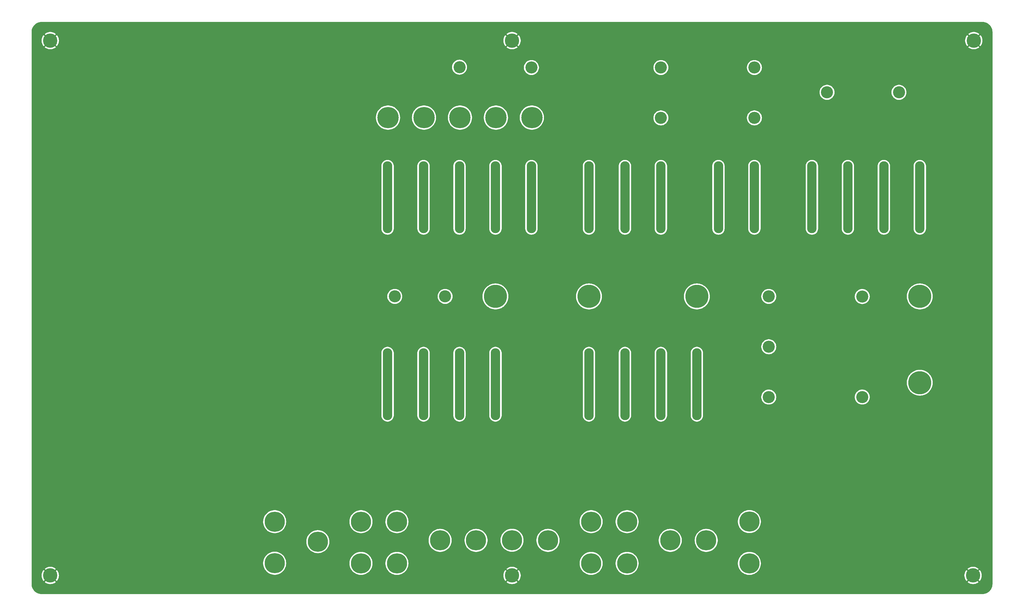
<source format=gbr>
%TF.GenerationSoftware,KiCad,Pcbnew,9.0.2*%
%TF.CreationDate,2026-02-06T08:14:34+00:00*%
%TF.ProjectId,WEASEL_KiCad,57454153-454c-45f4-9b69-4361642e6b69,rev?*%
%TF.SameCoordinates,Original*%
%TF.FileFunction,Copper,L1,Top*%
%TF.FilePolarity,Positive*%
%FSLAX46Y46*%
G04 Gerber Fmt 4.6, Leading zero omitted, Abs format (unit mm)*
G04 Created by KiCad (PCBNEW 9.0.2) date 2026-02-06 08:14:34*
%MOMM*%
%LPD*%
G01*
G04 APERTURE LIST*
%TA.AperFunction,WasherPad*%
%ADD10C,7.000000*%
%TD*%
%TA.AperFunction,WasherPad*%
%ADD11C,4.200000*%
%TD*%
%TA.AperFunction,WasherPad*%
%ADD12C,8.000000*%
%TD*%
%TA.AperFunction,WasherPad*%
%ADD13C,7.400000*%
%TD*%
%TA.AperFunction,ComponentPad*%
%ADD14O,3.300000X25.000000*%
%TD*%
%TA.AperFunction,ComponentPad*%
%ADD15C,5.000000*%
%TD*%
G04 APERTURE END LIST*
D10*
%TO.P,REF\u002A\u002A,*%
%TO.N,*%
X142002700Y-400800000D03*
%TD*%
%TO.P,REF\u002A\u002A,*%
%TO.N,*%
X194502700Y-392800000D03*
%TD*%
%TO.P,REF\u002A\u002A,*%
%TO.N,*%
X237002700Y-392800000D03*
%TD*%
%TO.P,REF\u002A\u002A,*%
%TO.N,*%
X114500000Y-393250000D03*
%TD*%
%TO.P,REF\u002A\u002A,*%
%TO.N,*%
X249502700Y-392800000D03*
%TD*%
%TO.P,REF\u002A\u002A,*%
%TO.N,*%
X142002700Y-386300000D03*
%TD*%
%TO.P,REF\u002A\u002A,*%
%TO.N,*%
X222002700Y-386300000D03*
%TD*%
%TO.P,REF\u002A\u002A,*%
%TO.N,*%
X99500000Y-400750000D03*
%TD*%
%TO.P,REF\u002A\u002A,*%
%TO.N,*%
X169502700Y-392800000D03*
%TD*%
%TO.P,REF\u002A\u002A,*%
%TO.N,*%
X99500000Y-386300000D03*
%TD*%
%TO.P,REF\u002A\u002A,*%
%TO.N,*%
X222002700Y-400800000D03*
%TD*%
%TO.P,REF\u002A\u002A,*%
%TO.N,*%
X209502700Y-386300000D03*
%TD*%
%TO.P,REF\u002A\u002A,*%
%TO.N,*%
X129502700Y-386300000D03*
%TD*%
%TO.P,REF\u002A\u002A,*%
%TO.N,*%
X157002700Y-392800000D03*
%TD*%
%TO.P,REF\u002A\u002A,*%
%TO.N,*%
X209502700Y-400800000D03*
%TD*%
%TO.P,REF\u002A\u002A,*%
%TO.N,*%
X264502700Y-400800000D03*
%TD*%
%TO.P,REF\u002A\u002A,*%
%TO.N,*%
X182000000Y-392750000D03*
%TD*%
%TO.P,REF\u002A\u002A,*%
%TO.N,*%
X264502700Y-386270000D03*
%TD*%
%TO.P,REF\u002A\u002A,*%
%TO.N,*%
X129502700Y-400800000D03*
%TD*%
D11*
%TO.P,REF\u002A\u002A,*%
%TO.N,*%
X271247300Y-325465800D03*
%TD*%
%TO.P,REF\u002A\u002A,*%
%TO.N,*%
X233750000Y-228380000D03*
%TD*%
%TO.P,REF\u002A\u002A,*%
%TO.N,*%
X266250000Y-228380000D03*
%TD*%
%TO.P,REF\u002A\u002A,*%
%TO.N,*%
X141247300Y-307965800D03*
%TD*%
%TO.P,REF\u002A\u002A,*%
%TO.N,*%
X316500000Y-237000000D03*
%TD*%
%TO.P,REF\u002A\u002A,*%
%TO.N,*%
X271247300Y-342965800D03*
%TD*%
%TO.P,REF\u002A\u002A,*%
%TO.N,*%
X233750000Y-245880000D03*
%TD*%
%TO.P,REF\u002A\u002A,*%
%TO.N,*%
X188750000Y-228380000D03*
%TD*%
%TO.P,REF\u002A\u002A,*%
%TO.N,*%
X271247300Y-307965800D03*
%TD*%
%TO.P,REF\u002A\u002A,*%
%TO.N,*%
X158747300Y-307965800D03*
%TD*%
%TO.P,REF\u002A\u002A,*%
%TO.N,*%
X266250000Y-245880000D03*
%TD*%
%TO.P,REF\u002A\u002A,*%
%TO.N,*%
X303747300Y-342965800D03*
%TD*%
%TO.P,REF\u002A\u002A,*%
%TO.N,*%
X291500000Y-237000000D03*
%TD*%
%TO.P,REF\u002A\u002A,*%
%TO.N,*%
X163750000Y-228250000D03*
%TD*%
%TO.P,REF\u002A\u002A,*%
%TO.N,*%
X303747300Y-308000000D03*
%TD*%
D12*
%TO.P,REF\u002A\u002A,*%
%TO.N,*%
X323747300Y-307965800D03*
%TD*%
%TO.P,REF\u002A\u002A,*%
%TO.N,*%
X323747300Y-337965800D03*
%TD*%
%TO.P,REF\u002A\u002A,*%
%TO.N,*%
X208747300Y-307965800D03*
%TD*%
%TO.P,REF\u002A\u002A,*%
%TO.N,*%
X246247300Y-307965800D03*
%TD*%
%TO.P,REF\u002A\u002A,*%
%TO.N,*%
X176247300Y-307965800D03*
%TD*%
D13*
%TO.P,REF\u002A\u002A,*%
%TO.N,*%
X188900000Y-245780000D03*
%TD*%
%TO.P,REF\u002A\u002A,*%
%TO.N,*%
X176400000Y-245780000D03*
%TD*%
%TO.P,REF\u002A\u002A,*%
%TO.N,*%
X151400000Y-245780000D03*
%TD*%
%TO.P,REF\u002A\u002A,*%
%TO.N,*%
X138900000Y-245780000D03*
%TD*%
%TO.P,REF\u002A\u002A,*%
%TO.N,*%
X163900000Y-245780000D03*
%TD*%
D14*
%TO.P,REF\u002A\u002A,*%
%TO.N,*%
X176250000Y-273500000D03*
%TD*%
%TO.P,REF\u002A\u002A,*%
%TO.N,*%
X188750000Y-273500000D03*
%TD*%
%TO.P,REF\u002A\u002A,*%
%TO.N,*%
X163750000Y-273500000D03*
%TD*%
%TO.P,REF\u002A\u002A,*%
%TO.N,*%
X163750000Y-338500000D03*
%TD*%
%TO.P,REF\u002A\u002A,*%
%TO.N,*%
X323750000Y-273500000D03*
%TD*%
%TO.P,REF\u002A\u002A,*%
%TO.N,*%
X151250000Y-273500000D03*
%TD*%
%TO.P,REF\u002A\u002A,*%
%TO.N,*%
X298750000Y-273500000D03*
%TD*%
%TO.P,REF\u002A\u002A,*%
%TO.N,*%
X151250000Y-338500000D03*
%TD*%
%TO.P,REF\u002A\u002A,*%
%TO.N,*%
X253750000Y-273500000D03*
%TD*%
%TO.P,REF\u002A\u002A,*%
%TO.N,*%
X221250000Y-338500000D03*
%TD*%
%TO.P,REF\u002A\u002A,*%
%TO.N,*%
X138750000Y-338500000D03*
%TD*%
%TO.P,REF\u002A\u002A,*%
%TO.N,*%
X138750000Y-273500000D03*
%TD*%
%TO.P,REF\u002A\u002A,*%
%TO.N,*%
X221250000Y-273500000D03*
%TD*%
%TO.P,REF\u002A\u002A,*%
%TO.N,*%
X233750000Y-338500000D03*
%TD*%
%TO.P,REF\u002A\u002A,*%
%TO.N,*%
X266250000Y-273500000D03*
%TD*%
%TO.P,REF\u002A\u002A,*%
%TO.N,*%
X286250000Y-273500000D03*
%TD*%
%TO.P,REF\u002A\u002A,*%
%TO.N,*%
X176250000Y-338500000D03*
%TD*%
%TO.P,REF\u002A\u002A,*%
%TO.N,*%
X233750000Y-273500000D03*
%TD*%
%TO.P,REF\u002A\u002A,*%
%TO.N,*%
X246250000Y-338500000D03*
%TD*%
%TO.P,REF\u002A\u002A,*%
%TO.N,*%
X311250000Y-273500000D03*
%TD*%
%TO.P,REF\u002A\u002A,*%
%TO.N,*%
X208750000Y-338500000D03*
%TD*%
%TO.P,REF\u002A\u002A,*%
%TO.N,*%
X208750000Y-273500000D03*
%TD*%
D15*
%TO.P,,*%
%TO.N,GND*%
X21500000Y-405000000D03*
%TD*%
%TO.P,,*%
%TO.N,GND*%
X182000000Y-219000000D03*
%TD*%
%TO.P,REF\u002A\u002A,*%
%TO.N,GND*%
X21500000Y-219000000D03*
%TD*%
%TO.P,,*%
%TO.N,GND*%
X342500000Y-219000000D03*
%TD*%
%TO.P,,*%
%TO.N,GND*%
X182000000Y-405000000D03*
%TD*%
%TO.P,,*%
%TO.N,GND*%
X342250000Y-405000000D03*
%TD*%
%TA.AperFunction,Conductor*%
%TO.N,GND*%
G36*
X345503032Y-212500648D02*
G01*
X345836929Y-212517052D01*
X345849037Y-212518245D01*
X345952146Y-212533539D01*
X346176699Y-212566849D01*
X346188617Y-212569219D01*
X346509951Y-212649709D01*
X346521588Y-212653240D01*
X346592806Y-212678722D01*
X346833467Y-212764832D01*
X346844688Y-212769479D01*
X347144163Y-212911120D01*
X347154871Y-212916844D01*
X347438988Y-213087137D01*
X347449106Y-213093897D01*
X347715170Y-213291224D01*
X347724576Y-213298944D01*
X347970013Y-213521395D01*
X347978604Y-213529986D01*
X348165755Y-213736475D01*
X348201055Y-213775423D01*
X348208775Y-213784829D01*
X348406102Y-214050893D01*
X348412862Y-214061011D01*
X348541776Y-214276092D01*
X348583148Y-214345116D01*
X348588885Y-214355848D01*
X348730514Y-214655297D01*
X348735170Y-214666540D01*
X348846759Y-214978411D01*
X348850292Y-214990055D01*
X348930777Y-215311369D01*
X348933151Y-215323305D01*
X348981754Y-215650962D01*
X348982947Y-215663071D01*
X348999351Y-215996966D01*
X348999500Y-216003051D01*
X348999500Y-407996948D01*
X348999351Y-408003033D01*
X348982947Y-408336928D01*
X348981754Y-408349037D01*
X348933151Y-408676694D01*
X348930777Y-408688630D01*
X348850292Y-409009944D01*
X348846759Y-409021588D01*
X348735170Y-409333459D01*
X348730514Y-409344702D01*
X348588885Y-409644151D01*
X348583148Y-409654883D01*
X348412862Y-409938988D01*
X348406102Y-409949106D01*
X348208775Y-410215170D01*
X348201055Y-410224576D01*
X347978611Y-410470006D01*
X347970006Y-410478611D01*
X347724576Y-410701055D01*
X347715170Y-410708775D01*
X347449106Y-410906102D01*
X347438988Y-410912862D01*
X347154883Y-411083148D01*
X347144151Y-411088885D01*
X346844702Y-411230514D01*
X346833459Y-411235170D01*
X346521588Y-411346759D01*
X346509944Y-411350292D01*
X346188630Y-411430777D01*
X346176694Y-411433151D01*
X345849037Y-411481754D01*
X345836928Y-411482947D01*
X345521989Y-411498419D01*
X345503031Y-411499351D01*
X345496949Y-411499500D01*
X18503051Y-411499500D01*
X18496968Y-411499351D01*
X18476900Y-411498365D01*
X18163071Y-411482947D01*
X18150962Y-411481754D01*
X17823305Y-411433151D01*
X17811369Y-411430777D01*
X17490055Y-411350292D01*
X17478411Y-411346759D01*
X17166540Y-411235170D01*
X17155301Y-411230515D01*
X16855844Y-411088883D01*
X16845121Y-411083150D01*
X16561011Y-410912862D01*
X16550893Y-410906102D01*
X16284829Y-410708775D01*
X16275423Y-410701055D01*
X16236475Y-410665755D01*
X16029986Y-410478604D01*
X16021395Y-410470013D01*
X15798944Y-410224576D01*
X15791224Y-410215170D01*
X15593897Y-409949106D01*
X15587137Y-409938988D01*
X15416844Y-409654871D01*
X15411120Y-409644163D01*
X15269479Y-409344688D01*
X15264829Y-409333459D01*
X15153240Y-409021588D01*
X15149707Y-409009944D01*
X15140958Y-408975015D01*
X15069219Y-408688617D01*
X15066848Y-408676694D01*
X15018245Y-408349037D01*
X15017052Y-408336927D01*
X15000649Y-408003032D01*
X15000500Y-407996948D01*
X15000500Y-404831519D01*
X18500000Y-404831519D01*
X18500000Y-405168480D01*
X18537725Y-405503297D01*
X18537727Y-405503313D01*
X18612705Y-405831814D01*
X18612709Y-405831826D01*
X18723995Y-406149862D01*
X18870191Y-406453440D01*
X19049461Y-406738747D01*
X19208397Y-406938048D01*
X20205747Y-405940697D01*
X20279588Y-406042330D01*
X20457670Y-406220412D01*
X20559300Y-406294251D01*
X19561950Y-407291601D01*
X19761252Y-407450538D01*
X20046559Y-407629808D01*
X20350137Y-407776004D01*
X20668173Y-407887290D01*
X20668185Y-407887294D01*
X20996686Y-407962272D01*
X20996702Y-407962274D01*
X21331519Y-407999999D01*
X21331521Y-408000000D01*
X21668479Y-408000000D01*
X21668480Y-407999999D01*
X22003297Y-407962274D01*
X22003313Y-407962272D01*
X22331814Y-407887294D01*
X22331826Y-407887290D01*
X22649862Y-407776004D01*
X22953440Y-407629808D01*
X23238747Y-407450538D01*
X23438048Y-407291600D01*
X22440698Y-406294251D01*
X22542330Y-406220412D01*
X22720412Y-406042330D01*
X22794251Y-405940698D01*
X23791600Y-406938048D01*
X23950538Y-406738747D01*
X24129808Y-406453440D01*
X24276004Y-406149862D01*
X24387290Y-405831826D01*
X24387294Y-405831814D01*
X24462272Y-405503313D01*
X24462274Y-405503297D01*
X24499999Y-405168480D01*
X24500000Y-405168478D01*
X24500000Y-404831521D01*
X24499999Y-404831519D01*
X179000000Y-404831519D01*
X179000000Y-405168480D01*
X179037725Y-405503297D01*
X179037727Y-405503313D01*
X179112705Y-405831814D01*
X179112709Y-405831826D01*
X179223995Y-406149862D01*
X179370191Y-406453440D01*
X179549461Y-406738747D01*
X179708397Y-406938048D01*
X180705747Y-405940697D01*
X180779588Y-406042330D01*
X180957670Y-406220412D01*
X181059300Y-406294251D01*
X180061950Y-407291601D01*
X180261252Y-407450538D01*
X180546559Y-407629808D01*
X180850137Y-407776004D01*
X181168173Y-407887290D01*
X181168185Y-407887294D01*
X181496686Y-407962272D01*
X181496702Y-407962274D01*
X181831519Y-407999999D01*
X181831521Y-408000000D01*
X182168479Y-408000000D01*
X182168480Y-407999999D01*
X182503297Y-407962274D01*
X182503313Y-407962272D01*
X182831814Y-407887294D01*
X182831826Y-407887290D01*
X183149862Y-407776004D01*
X183453440Y-407629808D01*
X183738747Y-407450538D01*
X183938048Y-407291600D01*
X182940698Y-406294251D01*
X183042330Y-406220412D01*
X183220412Y-406042330D01*
X183294251Y-405940699D01*
X184291600Y-406938048D01*
X184450538Y-406738747D01*
X184629808Y-406453440D01*
X184776004Y-406149862D01*
X184887290Y-405831826D01*
X184887294Y-405831814D01*
X184962272Y-405503313D01*
X184962274Y-405503297D01*
X184999999Y-405168480D01*
X185000000Y-405168478D01*
X185000000Y-404831521D01*
X184999999Y-404831519D01*
X339250000Y-404831519D01*
X339250000Y-405168480D01*
X339287725Y-405503297D01*
X339287727Y-405503313D01*
X339362705Y-405831814D01*
X339362709Y-405831826D01*
X339473995Y-406149862D01*
X339620191Y-406453440D01*
X339799461Y-406738747D01*
X339958397Y-406938048D01*
X340955747Y-405940697D01*
X341029588Y-406042330D01*
X341207670Y-406220412D01*
X341309300Y-406294251D01*
X340311950Y-407291601D01*
X340511252Y-407450538D01*
X340796559Y-407629808D01*
X341100137Y-407776004D01*
X341418173Y-407887290D01*
X341418185Y-407887294D01*
X341746686Y-407962272D01*
X341746702Y-407962274D01*
X342081519Y-407999999D01*
X342081521Y-408000000D01*
X342418479Y-408000000D01*
X342418480Y-407999999D01*
X342753297Y-407962274D01*
X342753313Y-407962272D01*
X343081814Y-407887294D01*
X343081826Y-407887290D01*
X343399862Y-407776004D01*
X343703440Y-407629808D01*
X343988747Y-407450538D01*
X344188048Y-407291600D01*
X343190698Y-406294251D01*
X343292330Y-406220412D01*
X343470412Y-406042330D01*
X343544251Y-405940699D01*
X344541600Y-406938048D01*
X344700538Y-406738747D01*
X344879808Y-406453440D01*
X345026004Y-406149862D01*
X345137290Y-405831826D01*
X345137294Y-405831814D01*
X345212272Y-405503313D01*
X345212274Y-405503297D01*
X345249999Y-405168480D01*
X345250000Y-405168478D01*
X345250000Y-404831521D01*
X345249999Y-404831519D01*
X345212274Y-404496702D01*
X345212272Y-404496686D01*
X345137294Y-404168185D01*
X345137290Y-404168173D01*
X345026004Y-403850137D01*
X344879808Y-403546559D01*
X344700538Y-403261252D01*
X344541601Y-403061950D01*
X343544250Y-404059300D01*
X343470412Y-403957670D01*
X343292330Y-403779588D01*
X343190697Y-403705747D01*
X344188048Y-402708397D01*
X343988747Y-402549461D01*
X343703440Y-402370191D01*
X343399862Y-402223995D01*
X343081826Y-402112709D01*
X343081814Y-402112705D01*
X342753313Y-402037727D01*
X342753297Y-402037725D01*
X342418480Y-402000000D01*
X342081519Y-402000000D01*
X341746702Y-402037725D01*
X341746686Y-402037727D01*
X341418185Y-402112705D01*
X341418173Y-402112709D01*
X341100137Y-402223995D01*
X340796559Y-402370191D01*
X340511252Y-402549461D01*
X340311950Y-402708397D01*
X341309301Y-403705748D01*
X341207670Y-403779588D01*
X341029588Y-403957670D01*
X340955748Y-404059301D01*
X339958397Y-403061950D01*
X339799461Y-403261252D01*
X339620191Y-403546559D01*
X339473995Y-403850137D01*
X339362709Y-404168173D01*
X339362705Y-404168185D01*
X339287727Y-404496686D01*
X339287725Y-404496702D01*
X339250000Y-404831519D01*
X184999999Y-404831519D01*
X184962274Y-404496702D01*
X184962272Y-404496686D01*
X184887294Y-404168185D01*
X184887290Y-404168173D01*
X184776004Y-403850137D01*
X184629808Y-403546559D01*
X184450538Y-403261252D01*
X184291601Y-403061950D01*
X183294250Y-404059300D01*
X183220412Y-403957670D01*
X183042330Y-403779588D01*
X182940697Y-403705747D01*
X183938048Y-402708397D01*
X183738747Y-402549461D01*
X183453440Y-402370191D01*
X183149862Y-402223995D01*
X182831826Y-402112709D01*
X182831814Y-402112705D01*
X182503313Y-402037727D01*
X182503297Y-402037725D01*
X182168480Y-402000000D01*
X181831519Y-402000000D01*
X181496702Y-402037725D01*
X181496686Y-402037727D01*
X181168185Y-402112705D01*
X181168173Y-402112709D01*
X180850137Y-402223995D01*
X180546559Y-402370191D01*
X180261252Y-402549461D01*
X180061950Y-402708397D01*
X181059301Y-403705748D01*
X180957670Y-403779588D01*
X180779588Y-403957670D01*
X180705748Y-404059301D01*
X179708397Y-403061950D01*
X179549461Y-403261252D01*
X179370191Y-403546559D01*
X179223995Y-403850137D01*
X179112709Y-404168173D01*
X179112705Y-404168185D01*
X179037727Y-404496686D01*
X179037725Y-404496702D01*
X179000000Y-404831519D01*
X24499999Y-404831519D01*
X24462274Y-404496702D01*
X24462272Y-404496686D01*
X24387294Y-404168185D01*
X24387290Y-404168173D01*
X24276004Y-403850137D01*
X24129808Y-403546559D01*
X23950538Y-403261252D01*
X23791601Y-403061950D01*
X22794250Y-404059300D01*
X22720412Y-403957670D01*
X22542330Y-403779588D01*
X22440697Y-403705747D01*
X23438048Y-402708397D01*
X23238747Y-402549461D01*
X22953440Y-402370191D01*
X22649862Y-402223995D01*
X22331826Y-402112709D01*
X22331814Y-402112705D01*
X22003313Y-402037727D01*
X22003297Y-402037725D01*
X21668480Y-402000000D01*
X21331519Y-402000000D01*
X20996702Y-402037725D01*
X20996686Y-402037727D01*
X20668185Y-402112705D01*
X20668173Y-402112709D01*
X20350137Y-402223995D01*
X20046559Y-402370191D01*
X19761252Y-402549461D01*
X19561950Y-402708397D01*
X20559301Y-403705748D01*
X20457670Y-403779588D01*
X20279588Y-403957670D01*
X20205748Y-404059301D01*
X19208397Y-403061950D01*
X19049461Y-403261252D01*
X18870191Y-403546559D01*
X18723995Y-403850137D01*
X18612709Y-404168173D01*
X18612705Y-404168185D01*
X18537727Y-404496686D01*
X18537725Y-404496702D01*
X18500000Y-404831519D01*
X15000500Y-404831519D01*
X15000500Y-400553471D01*
X95499500Y-400553471D01*
X95499500Y-400946528D01*
X95538026Y-401337702D01*
X95614704Y-401723194D01*
X95614707Y-401723205D01*
X95728810Y-402099354D01*
X95879230Y-402462499D01*
X95879232Y-402462504D01*
X96064511Y-402809137D01*
X96064522Y-402809155D01*
X96282887Y-403135960D01*
X96282897Y-403135974D01*
X96532254Y-403439817D01*
X96810182Y-403717745D01*
X96810187Y-403717749D01*
X96810188Y-403717750D01*
X97114031Y-403967107D01*
X97440851Y-404185482D01*
X97440860Y-404185487D01*
X97440862Y-404185488D01*
X97787495Y-404370767D01*
X97787497Y-404370767D01*
X97787503Y-404370771D01*
X98150647Y-404521190D01*
X98526785Y-404635290D01*
X98526791Y-404635291D01*
X98526794Y-404635292D01*
X98526805Y-404635295D01*
X98884420Y-404706428D01*
X98912297Y-404711973D01*
X99303468Y-404750500D01*
X99303471Y-404750500D01*
X99696529Y-404750500D01*
X99696532Y-404750500D01*
X100087703Y-404711973D01*
X100221848Y-404685290D01*
X100473194Y-404635295D01*
X100473205Y-404635292D01*
X100473205Y-404635291D01*
X100473215Y-404635290D01*
X100849353Y-404521190D01*
X101212497Y-404370771D01*
X101559149Y-404185482D01*
X101885969Y-403967107D01*
X102189812Y-403717750D01*
X102467750Y-403439812D01*
X102717107Y-403135969D01*
X102935482Y-402809149D01*
X103120771Y-402462497D01*
X103271190Y-402099353D01*
X103385290Y-401723215D01*
X103385292Y-401723205D01*
X103385295Y-401723194D01*
X103461973Y-401337702D01*
X103495575Y-400996532D01*
X103500500Y-400946532D01*
X103500500Y-400603471D01*
X125502200Y-400603471D01*
X125502200Y-400996528D01*
X125540726Y-401387702D01*
X125617404Y-401773194D01*
X125617407Y-401773205D01*
X125731510Y-402149354D01*
X125881930Y-402512499D01*
X125881932Y-402512504D01*
X126067211Y-402859137D01*
X126067222Y-402859155D01*
X126285587Y-403185960D01*
X126285597Y-403185974D01*
X126534954Y-403489817D01*
X126812882Y-403767745D01*
X126812887Y-403767749D01*
X126812888Y-403767750D01*
X127116731Y-404017107D01*
X127443551Y-404235482D01*
X127443560Y-404235487D01*
X127443562Y-404235488D01*
X127790195Y-404420767D01*
X127790197Y-404420767D01*
X127790203Y-404420771D01*
X128153347Y-404571190D01*
X128529485Y-404685290D01*
X128529491Y-404685291D01*
X128529494Y-404685292D01*
X128529505Y-404685295D01*
X128914997Y-404761973D01*
X129306168Y-404800500D01*
X129306171Y-404800500D01*
X129699229Y-404800500D01*
X129699232Y-404800500D01*
X130090403Y-404761973D01*
X130165448Y-404747045D01*
X130475894Y-404685295D01*
X130475905Y-404685292D01*
X130475905Y-404685291D01*
X130475915Y-404685290D01*
X130852053Y-404571190D01*
X131215197Y-404420771D01*
X131561849Y-404235482D01*
X131888669Y-404017107D01*
X132192512Y-403767750D01*
X132470450Y-403489812D01*
X132719807Y-403185969D01*
X132938182Y-402859149D01*
X133123471Y-402512497D01*
X133273890Y-402149353D01*
X133387990Y-401773215D01*
X133387992Y-401773205D01*
X133387995Y-401773194D01*
X133464673Y-401387702D01*
X133503200Y-400996532D01*
X133503200Y-400603471D01*
X138002200Y-400603471D01*
X138002200Y-400996528D01*
X138040726Y-401387702D01*
X138117404Y-401773194D01*
X138117407Y-401773205D01*
X138231510Y-402149354D01*
X138381930Y-402512499D01*
X138381932Y-402512504D01*
X138567211Y-402859137D01*
X138567222Y-402859155D01*
X138785587Y-403185960D01*
X138785597Y-403185974D01*
X139034954Y-403489817D01*
X139312882Y-403767745D01*
X139312887Y-403767749D01*
X139312888Y-403767750D01*
X139616731Y-404017107D01*
X139943551Y-404235482D01*
X139943560Y-404235487D01*
X139943562Y-404235488D01*
X140290195Y-404420767D01*
X140290197Y-404420767D01*
X140290203Y-404420771D01*
X140653347Y-404571190D01*
X141029485Y-404685290D01*
X141029491Y-404685291D01*
X141029494Y-404685292D01*
X141029505Y-404685295D01*
X141414997Y-404761973D01*
X141806168Y-404800500D01*
X141806171Y-404800500D01*
X142199229Y-404800500D01*
X142199232Y-404800500D01*
X142590403Y-404761973D01*
X142648082Y-404750500D01*
X142869651Y-404706428D01*
X142975894Y-404685295D01*
X142975905Y-404685292D01*
X142975905Y-404685291D01*
X142975915Y-404685290D01*
X143352053Y-404571190D01*
X143715197Y-404420771D01*
X144061849Y-404235482D01*
X144388669Y-404017107D01*
X144692512Y-403767750D01*
X144970450Y-403489812D01*
X145219807Y-403185969D01*
X145438182Y-402859149D01*
X145494025Y-402754672D01*
X145524109Y-402698391D01*
X145623467Y-402512504D01*
X145623471Y-402512497D01*
X145773890Y-402149353D01*
X145887990Y-401773215D01*
X145887992Y-401773205D01*
X145887995Y-401773194D01*
X145964673Y-401387702D01*
X146003200Y-400996532D01*
X146003200Y-400603471D01*
X205502200Y-400603471D01*
X205502200Y-400996528D01*
X205540726Y-401387702D01*
X205617404Y-401773194D01*
X205617407Y-401773205D01*
X205731510Y-402149354D01*
X205881930Y-402512499D01*
X205881932Y-402512504D01*
X206067211Y-402859137D01*
X206067222Y-402859155D01*
X206285587Y-403185960D01*
X206285597Y-403185974D01*
X206534954Y-403489817D01*
X206812882Y-403767745D01*
X206812887Y-403767749D01*
X206812888Y-403767750D01*
X207116731Y-404017107D01*
X207443551Y-404235482D01*
X207443560Y-404235487D01*
X207443562Y-404235488D01*
X207790195Y-404420767D01*
X207790197Y-404420767D01*
X207790203Y-404420771D01*
X208153347Y-404571190D01*
X208529485Y-404685290D01*
X208529491Y-404685291D01*
X208529494Y-404685292D01*
X208529505Y-404685295D01*
X208914997Y-404761973D01*
X209306168Y-404800500D01*
X209306171Y-404800500D01*
X209699229Y-404800500D01*
X209699232Y-404800500D01*
X210090403Y-404761973D01*
X210165448Y-404747045D01*
X210475894Y-404685295D01*
X210475905Y-404685292D01*
X210475905Y-404685291D01*
X210475915Y-404685290D01*
X210852053Y-404571190D01*
X211215197Y-404420771D01*
X211561849Y-404235482D01*
X211888669Y-404017107D01*
X212192512Y-403767750D01*
X212470450Y-403489812D01*
X212719807Y-403185969D01*
X212938182Y-402859149D01*
X213123471Y-402512497D01*
X213273890Y-402149353D01*
X213387990Y-401773215D01*
X213387992Y-401773205D01*
X213387995Y-401773194D01*
X213464673Y-401387702D01*
X213503200Y-400996532D01*
X213503200Y-400603471D01*
X218002200Y-400603471D01*
X218002200Y-400996528D01*
X218040726Y-401387702D01*
X218117404Y-401773194D01*
X218117407Y-401773205D01*
X218231510Y-402149354D01*
X218381930Y-402512499D01*
X218381932Y-402512504D01*
X218567211Y-402859137D01*
X218567222Y-402859155D01*
X218785587Y-403185960D01*
X218785597Y-403185974D01*
X219034954Y-403489817D01*
X219312882Y-403767745D01*
X219312887Y-403767749D01*
X219312888Y-403767750D01*
X219616731Y-404017107D01*
X219943551Y-404235482D01*
X219943560Y-404235487D01*
X219943562Y-404235488D01*
X220290195Y-404420767D01*
X220290197Y-404420767D01*
X220290203Y-404420771D01*
X220653347Y-404571190D01*
X221029485Y-404685290D01*
X221029491Y-404685291D01*
X221029494Y-404685292D01*
X221029505Y-404685295D01*
X221414997Y-404761973D01*
X221806168Y-404800500D01*
X221806171Y-404800500D01*
X222199229Y-404800500D01*
X222199232Y-404800500D01*
X222590403Y-404761973D01*
X222665448Y-404747045D01*
X222975894Y-404685295D01*
X222975905Y-404685292D01*
X222975905Y-404685291D01*
X222975915Y-404685290D01*
X223352053Y-404571190D01*
X223715197Y-404420771D01*
X224061849Y-404235482D01*
X224388669Y-404017107D01*
X224692512Y-403767750D01*
X224970450Y-403489812D01*
X225219807Y-403185969D01*
X225438182Y-402859149D01*
X225623471Y-402512497D01*
X225773890Y-402149353D01*
X225887990Y-401773215D01*
X225887992Y-401773205D01*
X225887995Y-401773194D01*
X225964673Y-401387702D01*
X226003200Y-400996532D01*
X226003200Y-400603471D01*
X260502200Y-400603471D01*
X260502200Y-400996528D01*
X260540726Y-401387702D01*
X260617404Y-401773194D01*
X260617407Y-401773205D01*
X260731510Y-402149354D01*
X260881930Y-402512499D01*
X260881932Y-402512504D01*
X261067211Y-402859137D01*
X261067222Y-402859155D01*
X261285587Y-403185960D01*
X261285597Y-403185974D01*
X261534954Y-403489817D01*
X261812882Y-403767745D01*
X261812887Y-403767749D01*
X261812888Y-403767750D01*
X262116731Y-404017107D01*
X262443551Y-404235482D01*
X262443560Y-404235487D01*
X262443562Y-404235488D01*
X262790195Y-404420767D01*
X262790197Y-404420767D01*
X262790203Y-404420771D01*
X263153347Y-404571190D01*
X263529485Y-404685290D01*
X263529491Y-404685291D01*
X263529494Y-404685292D01*
X263529505Y-404685295D01*
X263914997Y-404761973D01*
X264306168Y-404800500D01*
X264306171Y-404800500D01*
X264699229Y-404800500D01*
X264699232Y-404800500D01*
X265090403Y-404761973D01*
X265148082Y-404750500D01*
X265369651Y-404706428D01*
X265475894Y-404685295D01*
X265475905Y-404685292D01*
X265475905Y-404685291D01*
X265475915Y-404685290D01*
X265852053Y-404571190D01*
X266215197Y-404420771D01*
X266561849Y-404235482D01*
X266888669Y-404017107D01*
X267192512Y-403767750D01*
X267470450Y-403489812D01*
X267719807Y-403185969D01*
X267938182Y-402859149D01*
X267994025Y-402754672D01*
X268024109Y-402698391D01*
X268123467Y-402512504D01*
X268123471Y-402512497D01*
X268273890Y-402149353D01*
X268387990Y-401773215D01*
X268387992Y-401773205D01*
X268387995Y-401773194D01*
X268464673Y-401387702D01*
X268503200Y-400996532D01*
X268503200Y-400603468D01*
X268464673Y-400212297D01*
X268387995Y-399826805D01*
X268387992Y-399826794D01*
X268387991Y-399826791D01*
X268387990Y-399826785D01*
X268273890Y-399450647D01*
X268123471Y-399087503D01*
X268096745Y-399037503D01*
X267938188Y-398740862D01*
X267938187Y-398740860D01*
X267938182Y-398740851D01*
X267719807Y-398414031D01*
X267470450Y-398110188D01*
X267470449Y-398110187D01*
X267470445Y-398110182D01*
X267192517Y-397832254D01*
X266888674Y-397582897D01*
X266888673Y-397582896D01*
X266888669Y-397582893D01*
X266561849Y-397364518D01*
X266561844Y-397364515D01*
X266561837Y-397364511D01*
X266215204Y-397179232D01*
X266215199Y-397179230D01*
X265852054Y-397028810D01*
X265475905Y-396914707D01*
X265475894Y-396914704D01*
X265090402Y-396838026D01*
X264795789Y-396809010D01*
X264699232Y-396799500D01*
X264306168Y-396799500D01*
X264216951Y-396808287D01*
X263914997Y-396838026D01*
X263529505Y-396914704D01*
X263529494Y-396914707D01*
X263153345Y-397028810D01*
X262790200Y-397179230D01*
X262790195Y-397179232D01*
X262443562Y-397364511D01*
X262443544Y-397364522D01*
X262116739Y-397582887D01*
X262116725Y-397582897D01*
X261812882Y-397832254D01*
X261534954Y-398110182D01*
X261285597Y-398414025D01*
X261285587Y-398414039D01*
X261067222Y-398740844D01*
X261067211Y-398740862D01*
X260881932Y-399087495D01*
X260881930Y-399087500D01*
X260731510Y-399450645D01*
X260617407Y-399826794D01*
X260617404Y-399826805D01*
X260540726Y-400212297D01*
X260502200Y-400603471D01*
X226003200Y-400603471D01*
X226003200Y-400603468D01*
X225964673Y-400212297D01*
X225887995Y-399826805D01*
X225887992Y-399826794D01*
X225887991Y-399826791D01*
X225887990Y-399826785D01*
X225773890Y-399450647D01*
X225623471Y-399087503D01*
X225596745Y-399037503D01*
X225438188Y-398740862D01*
X225438187Y-398740860D01*
X225438182Y-398740851D01*
X225219807Y-398414031D01*
X224970450Y-398110188D01*
X224970449Y-398110187D01*
X224970445Y-398110182D01*
X224692517Y-397832254D01*
X224388674Y-397582897D01*
X224388673Y-397582896D01*
X224388669Y-397582893D01*
X224061849Y-397364518D01*
X224061844Y-397364515D01*
X224061837Y-397364511D01*
X223715204Y-397179232D01*
X223715199Y-397179230D01*
X223352054Y-397028810D01*
X222975905Y-396914707D01*
X222975894Y-396914704D01*
X222590402Y-396838026D01*
X222295789Y-396809010D01*
X222199232Y-396799500D01*
X221806168Y-396799500D01*
X221716951Y-396808287D01*
X221414997Y-396838026D01*
X221029505Y-396914704D01*
X221029494Y-396914707D01*
X220653345Y-397028810D01*
X220290200Y-397179230D01*
X220290195Y-397179232D01*
X219943562Y-397364511D01*
X219943544Y-397364522D01*
X219616739Y-397582887D01*
X219616725Y-397582897D01*
X219312882Y-397832254D01*
X219034954Y-398110182D01*
X218785597Y-398414025D01*
X218785587Y-398414039D01*
X218567222Y-398740844D01*
X218567211Y-398740862D01*
X218381932Y-399087495D01*
X218381930Y-399087500D01*
X218231510Y-399450645D01*
X218117407Y-399826794D01*
X218117404Y-399826805D01*
X218040726Y-400212297D01*
X218002200Y-400603471D01*
X213503200Y-400603471D01*
X213503200Y-400603468D01*
X213464673Y-400212297D01*
X213387995Y-399826805D01*
X213387992Y-399826794D01*
X213387991Y-399826791D01*
X213387990Y-399826785D01*
X213273890Y-399450647D01*
X213123471Y-399087503D01*
X213096745Y-399037503D01*
X212938188Y-398740862D01*
X212938187Y-398740860D01*
X212938182Y-398740851D01*
X212719807Y-398414031D01*
X212470450Y-398110188D01*
X212470449Y-398110187D01*
X212470445Y-398110182D01*
X212192517Y-397832254D01*
X211888674Y-397582897D01*
X211888673Y-397582896D01*
X211888669Y-397582893D01*
X211561849Y-397364518D01*
X211561844Y-397364515D01*
X211561837Y-397364511D01*
X211215204Y-397179232D01*
X211215199Y-397179230D01*
X210852054Y-397028810D01*
X210475905Y-396914707D01*
X210475894Y-396914704D01*
X210090402Y-396838026D01*
X209795789Y-396809010D01*
X209699232Y-396799500D01*
X209306168Y-396799500D01*
X209216951Y-396808287D01*
X208914997Y-396838026D01*
X208529505Y-396914704D01*
X208529494Y-396914707D01*
X208153345Y-397028810D01*
X207790200Y-397179230D01*
X207790195Y-397179232D01*
X207443562Y-397364511D01*
X207443544Y-397364522D01*
X207116739Y-397582887D01*
X207116725Y-397582897D01*
X206812882Y-397832254D01*
X206534954Y-398110182D01*
X206285597Y-398414025D01*
X206285587Y-398414039D01*
X206067222Y-398740844D01*
X206067211Y-398740862D01*
X205881932Y-399087495D01*
X205881930Y-399087500D01*
X205731510Y-399450645D01*
X205617407Y-399826794D01*
X205617404Y-399826805D01*
X205540726Y-400212297D01*
X205502200Y-400603471D01*
X146003200Y-400603471D01*
X146003200Y-400603468D01*
X145964673Y-400212297D01*
X145887995Y-399826805D01*
X145887992Y-399826794D01*
X145887991Y-399826791D01*
X145887990Y-399826785D01*
X145773890Y-399450647D01*
X145623471Y-399087503D01*
X145596745Y-399037503D01*
X145438188Y-398740862D01*
X145438187Y-398740860D01*
X145438182Y-398740851D01*
X145219807Y-398414031D01*
X144970450Y-398110188D01*
X144970449Y-398110187D01*
X144970445Y-398110182D01*
X144692517Y-397832254D01*
X144388674Y-397582897D01*
X144388673Y-397582896D01*
X144388669Y-397582893D01*
X144061849Y-397364518D01*
X144061844Y-397364515D01*
X144061837Y-397364511D01*
X143715204Y-397179232D01*
X143715199Y-397179230D01*
X143352054Y-397028810D01*
X142975905Y-396914707D01*
X142975894Y-396914704D01*
X142590402Y-396838026D01*
X142295789Y-396809010D01*
X142199232Y-396799500D01*
X141806168Y-396799500D01*
X141716951Y-396808287D01*
X141414997Y-396838026D01*
X141029505Y-396914704D01*
X141029494Y-396914707D01*
X140653345Y-397028810D01*
X140290200Y-397179230D01*
X140290195Y-397179232D01*
X139943562Y-397364511D01*
X139943544Y-397364522D01*
X139616739Y-397582887D01*
X139616725Y-397582897D01*
X139312882Y-397832254D01*
X139034954Y-398110182D01*
X138785597Y-398414025D01*
X138785587Y-398414039D01*
X138567222Y-398740844D01*
X138567211Y-398740862D01*
X138381932Y-399087495D01*
X138381930Y-399087500D01*
X138231510Y-399450645D01*
X138117407Y-399826794D01*
X138117404Y-399826805D01*
X138040726Y-400212297D01*
X138002200Y-400603471D01*
X133503200Y-400603471D01*
X133503200Y-400603468D01*
X133464673Y-400212297D01*
X133387995Y-399826805D01*
X133387992Y-399826794D01*
X133387991Y-399826791D01*
X133387990Y-399826785D01*
X133273890Y-399450647D01*
X133123471Y-399087503D01*
X133096745Y-399037503D01*
X132938188Y-398740862D01*
X132938187Y-398740860D01*
X132938182Y-398740851D01*
X132719807Y-398414031D01*
X132470450Y-398110188D01*
X132470449Y-398110187D01*
X132470445Y-398110182D01*
X132192517Y-397832254D01*
X131888674Y-397582897D01*
X131888673Y-397582896D01*
X131888669Y-397582893D01*
X131561849Y-397364518D01*
X131561844Y-397364515D01*
X131561837Y-397364511D01*
X131215204Y-397179232D01*
X131215199Y-397179230D01*
X130852054Y-397028810D01*
X130475905Y-396914707D01*
X130475894Y-396914704D01*
X130090402Y-396838026D01*
X129795789Y-396809010D01*
X129699232Y-396799500D01*
X129306168Y-396799500D01*
X129216951Y-396808287D01*
X128914997Y-396838026D01*
X128529505Y-396914704D01*
X128529494Y-396914707D01*
X128153345Y-397028810D01*
X127790200Y-397179230D01*
X127790195Y-397179232D01*
X127443562Y-397364511D01*
X127443544Y-397364522D01*
X127116739Y-397582887D01*
X127116725Y-397582897D01*
X126812882Y-397832254D01*
X126534954Y-398110182D01*
X126285597Y-398414025D01*
X126285587Y-398414039D01*
X126067222Y-398740844D01*
X126067211Y-398740862D01*
X125881932Y-399087495D01*
X125881930Y-399087500D01*
X125731510Y-399450645D01*
X125617407Y-399826794D01*
X125617404Y-399826805D01*
X125540726Y-400212297D01*
X125502200Y-400603471D01*
X103500500Y-400603471D01*
X103500500Y-400553468D01*
X103461973Y-400162297D01*
X103395240Y-399826805D01*
X103385295Y-399776805D01*
X103385292Y-399776794D01*
X103385291Y-399776791D01*
X103385290Y-399776785D01*
X103271190Y-399400647D01*
X103120771Y-399037503D01*
X102962213Y-398740862D01*
X102935488Y-398690862D01*
X102935487Y-398690860D01*
X102935482Y-398690851D01*
X102717107Y-398364031D01*
X102467750Y-398060188D01*
X102467749Y-398060187D01*
X102467745Y-398060182D01*
X102189817Y-397782254D01*
X101885974Y-397532897D01*
X101885973Y-397532896D01*
X101885969Y-397532893D01*
X101559149Y-397314518D01*
X101559144Y-397314515D01*
X101559137Y-397314511D01*
X101212504Y-397129232D01*
X101212499Y-397129230D01*
X100849354Y-396978810D01*
X100473205Y-396864707D01*
X100473194Y-396864704D01*
X100087702Y-396788026D01*
X99793089Y-396759010D01*
X99696532Y-396749500D01*
X99303468Y-396749500D01*
X99214251Y-396758287D01*
X98912297Y-396788026D01*
X98526805Y-396864704D01*
X98526794Y-396864707D01*
X98150645Y-396978810D01*
X97787500Y-397129230D01*
X97787495Y-397129232D01*
X97440862Y-397314511D01*
X97440844Y-397314522D01*
X97114039Y-397532887D01*
X97114025Y-397532897D01*
X96810182Y-397782254D01*
X96532254Y-398060182D01*
X96282897Y-398364025D01*
X96282887Y-398364039D01*
X96064522Y-398690844D01*
X96064511Y-398690862D01*
X95879232Y-399037495D01*
X95879230Y-399037500D01*
X95728810Y-399400645D01*
X95614707Y-399776794D01*
X95614704Y-399776805D01*
X95538026Y-400162297D01*
X95499500Y-400553471D01*
X15000500Y-400553471D01*
X15000500Y-393053471D01*
X110499500Y-393053471D01*
X110499500Y-393446528D01*
X110538026Y-393837702D01*
X110614704Y-394223194D01*
X110614707Y-394223205D01*
X110728810Y-394599354D01*
X110879230Y-394962499D01*
X110879232Y-394962504D01*
X111064511Y-395309137D01*
X111064522Y-395309155D01*
X111282887Y-395635960D01*
X111282897Y-395635974D01*
X111532254Y-395939817D01*
X111810182Y-396217745D01*
X111810187Y-396217749D01*
X111810188Y-396217750D01*
X112114031Y-396467107D01*
X112440851Y-396685482D01*
X112440860Y-396685487D01*
X112440862Y-396685488D01*
X112787495Y-396870767D01*
X112787497Y-396870767D01*
X112787503Y-396870771D01*
X113150647Y-397021190D01*
X113526785Y-397135290D01*
X113526791Y-397135291D01*
X113526794Y-397135292D01*
X113526805Y-397135295D01*
X113912297Y-397211973D01*
X114303468Y-397250500D01*
X114303471Y-397250500D01*
X114696529Y-397250500D01*
X114696532Y-397250500D01*
X115087703Y-397211973D01*
X115162748Y-397197045D01*
X115473194Y-397135295D01*
X115473205Y-397135292D01*
X115473205Y-397135291D01*
X115473215Y-397135290D01*
X115849353Y-397021190D01*
X116212497Y-396870771D01*
X116559149Y-396685482D01*
X116885969Y-396467107D01*
X117189812Y-396217750D01*
X117467750Y-395939812D01*
X117717107Y-395635969D01*
X117935482Y-395309149D01*
X118120771Y-394962497D01*
X118271190Y-394599353D01*
X118385290Y-394223215D01*
X118385292Y-394223205D01*
X118385295Y-394223194D01*
X118461973Y-393837702D01*
X118500500Y-393446532D01*
X118500500Y-393053468D01*
X118461973Y-392662297D01*
X118450272Y-392603471D01*
X153002200Y-392603471D01*
X153002200Y-392996528D01*
X153040726Y-393387702D01*
X153117404Y-393773194D01*
X153117407Y-393773205D01*
X153231510Y-394149354D01*
X153381930Y-394512499D01*
X153381932Y-394512504D01*
X153567211Y-394859137D01*
X153567222Y-394859155D01*
X153785587Y-395185960D01*
X153785597Y-395185974D01*
X154034954Y-395489817D01*
X154312882Y-395767745D01*
X154312887Y-395767749D01*
X154312888Y-395767750D01*
X154616731Y-396017107D01*
X154943551Y-396235482D01*
X154943560Y-396235487D01*
X154943562Y-396235488D01*
X155290195Y-396420767D01*
X155290197Y-396420767D01*
X155290203Y-396420771D01*
X155653347Y-396571190D01*
X156029485Y-396685290D01*
X156029491Y-396685291D01*
X156029494Y-396685292D01*
X156029505Y-396685295D01*
X156414997Y-396761973D01*
X156806168Y-396800500D01*
X156806171Y-396800500D01*
X157199229Y-396800500D01*
X157199232Y-396800500D01*
X157590403Y-396761973D01*
X157665448Y-396747045D01*
X157975894Y-396685295D01*
X157975905Y-396685292D01*
X157975905Y-396685291D01*
X157975915Y-396685290D01*
X158352053Y-396571190D01*
X158715197Y-396420771D01*
X159061849Y-396235482D01*
X159388669Y-396017107D01*
X159692512Y-395767750D01*
X159970450Y-395489812D01*
X160219807Y-395185969D01*
X160438182Y-394859149D01*
X160623471Y-394512497D01*
X160773890Y-394149353D01*
X160887990Y-393773215D01*
X160887992Y-393773205D01*
X160887995Y-393773194D01*
X160964673Y-393387702D01*
X161003200Y-392996532D01*
X161003200Y-392603471D01*
X165502200Y-392603471D01*
X165502200Y-392996528D01*
X165540726Y-393387702D01*
X165617404Y-393773194D01*
X165617407Y-393773205D01*
X165731510Y-394149354D01*
X165881930Y-394512499D01*
X165881932Y-394512504D01*
X166067211Y-394859137D01*
X166067222Y-394859155D01*
X166285587Y-395185960D01*
X166285597Y-395185974D01*
X166534954Y-395489817D01*
X166812882Y-395767745D01*
X166812887Y-395767749D01*
X166812888Y-395767750D01*
X167116731Y-396017107D01*
X167443551Y-396235482D01*
X167443560Y-396235487D01*
X167443562Y-396235488D01*
X167790195Y-396420767D01*
X167790197Y-396420767D01*
X167790203Y-396420771D01*
X168153347Y-396571190D01*
X168529485Y-396685290D01*
X168529491Y-396685291D01*
X168529494Y-396685292D01*
X168529505Y-396685295D01*
X168914997Y-396761973D01*
X169306168Y-396800500D01*
X169306171Y-396800500D01*
X169699229Y-396800500D01*
X169699232Y-396800500D01*
X170090403Y-396761973D01*
X170165448Y-396747045D01*
X170475894Y-396685295D01*
X170475905Y-396685292D01*
X170475905Y-396685291D01*
X170475915Y-396685290D01*
X170852053Y-396571190D01*
X171215197Y-396420771D01*
X171561849Y-396235482D01*
X171888669Y-396017107D01*
X172192512Y-395767750D01*
X172470450Y-395489812D01*
X172719807Y-395185969D01*
X172938182Y-394859149D01*
X173123471Y-394512497D01*
X173273890Y-394149353D01*
X173387990Y-393773215D01*
X173387992Y-393773205D01*
X173387995Y-393773194D01*
X173464673Y-393387702D01*
X173503200Y-392996532D01*
X173503200Y-392603468D01*
X173498276Y-392553471D01*
X177999500Y-392553471D01*
X177999500Y-392946528D01*
X178038026Y-393337702D01*
X178114704Y-393723194D01*
X178114707Y-393723205D01*
X178228810Y-394099354D01*
X178379230Y-394462499D01*
X178379232Y-394462504D01*
X178564511Y-394809137D01*
X178564522Y-394809155D01*
X178782887Y-395135960D01*
X178782897Y-395135974D01*
X179032254Y-395439817D01*
X179310182Y-395717745D01*
X179310187Y-395717749D01*
X179310188Y-395717750D01*
X179614031Y-395967107D01*
X179940851Y-396185482D01*
X179940860Y-396185487D01*
X179940862Y-396185488D01*
X180287495Y-396370767D01*
X180287497Y-396370767D01*
X180287503Y-396370771D01*
X180650647Y-396521190D01*
X181026785Y-396635290D01*
X181026791Y-396635291D01*
X181026794Y-396635292D01*
X181026805Y-396635295D01*
X181412297Y-396711973D01*
X181803468Y-396750500D01*
X181803471Y-396750500D01*
X182196529Y-396750500D01*
X182196532Y-396750500D01*
X182587703Y-396711973D01*
X182662748Y-396697045D01*
X182973194Y-396635295D01*
X182973205Y-396635292D01*
X182973205Y-396635291D01*
X182973215Y-396635290D01*
X183349353Y-396521190D01*
X183712497Y-396370771D01*
X184059149Y-396185482D01*
X184385969Y-395967107D01*
X184689812Y-395717750D01*
X184967750Y-395439812D01*
X185217107Y-395135969D01*
X185435482Y-394809149D01*
X185620771Y-394462497D01*
X185771190Y-394099353D01*
X185885290Y-393723215D01*
X185885292Y-393723205D01*
X185885295Y-393723194D01*
X185961973Y-393337702D01*
X185989967Y-393053471D01*
X186000500Y-392946532D01*
X186000500Y-392603471D01*
X190502200Y-392603471D01*
X190502200Y-392996528D01*
X190540726Y-393387702D01*
X190617404Y-393773194D01*
X190617407Y-393773205D01*
X190731510Y-394149354D01*
X190881930Y-394512499D01*
X190881932Y-394512504D01*
X191067211Y-394859137D01*
X191067222Y-394859155D01*
X191285587Y-395185960D01*
X191285597Y-395185974D01*
X191534954Y-395489817D01*
X191812882Y-395767745D01*
X191812887Y-395767749D01*
X191812888Y-395767750D01*
X192116731Y-396017107D01*
X192443551Y-396235482D01*
X192443560Y-396235487D01*
X192443562Y-396235488D01*
X192790195Y-396420767D01*
X192790197Y-396420767D01*
X192790203Y-396420771D01*
X193153347Y-396571190D01*
X193529485Y-396685290D01*
X193529491Y-396685291D01*
X193529494Y-396685292D01*
X193529505Y-396685295D01*
X193914997Y-396761973D01*
X194306168Y-396800500D01*
X194306171Y-396800500D01*
X194699229Y-396800500D01*
X194699232Y-396800500D01*
X195090403Y-396761973D01*
X195165448Y-396747045D01*
X195475894Y-396685295D01*
X195475905Y-396685292D01*
X195475905Y-396685291D01*
X195475915Y-396685290D01*
X195852053Y-396571190D01*
X196215197Y-396420771D01*
X196561849Y-396235482D01*
X196888669Y-396017107D01*
X197192512Y-395767750D01*
X197470450Y-395489812D01*
X197719807Y-395185969D01*
X197938182Y-394859149D01*
X198123471Y-394512497D01*
X198273890Y-394149353D01*
X198387990Y-393773215D01*
X198387992Y-393773205D01*
X198387995Y-393773194D01*
X198464673Y-393387702D01*
X198503200Y-392996532D01*
X198503200Y-392603471D01*
X233002200Y-392603471D01*
X233002200Y-392996528D01*
X233040726Y-393387702D01*
X233117404Y-393773194D01*
X233117407Y-393773205D01*
X233231510Y-394149354D01*
X233381930Y-394512499D01*
X233381932Y-394512504D01*
X233567211Y-394859137D01*
X233567222Y-394859155D01*
X233785587Y-395185960D01*
X233785597Y-395185974D01*
X234034954Y-395489817D01*
X234312882Y-395767745D01*
X234312887Y-395767749D01*
X234312888Y-395767750D01*
X234616731Y-396017107D01*
X234943551Y-396235482D01*
X234943560Y-396235487D01*
X234943562Y-396235488D01*
X235290195Y-396420767D01*
X235290197Y-396420767D01*
X235290203Y-396420771D01*
X235653347Y-396571190D01*
X236029485Y-396685290D01*
X236029491Y-396685291D01*
X236029494Y-396685292D01*
X236029505Y-396685295D01*
X236414997Y-396761973D01*
X236806168Y-396800500D01*
X236806171Y-396800500D01*
X237199229Y-396800500D01*
X237199232Y-396800500D01*
X237590403Y-396761973D01*
X237665448Y-396747045D01*
X237975894Y-396685295D01*
X237975905Y-396685292D01*
X237975905Y-396685291D01*
X237975915Y-396685290D01*
X238352053Y-396571190D01*
X238715197Y-396420771D01*
X239061849Y-396235482D01*
X239388669Y-396017107D01*
X239692512Y-395767750D01*
X239970450Y-395489812D01*
X240219807Y-395185969D01*
X240438182Y-394859149D01*
X240623471Y-394512497D01*
X240773890Y-394149353D01*
X240887990Y-393773215D01*
X240887992Y-393773205D01*
X240887995Y-393773194D01*
X240964673Y-393387702D01*
X241003200Y-392996532D01*
X241003200Y-392603471D01*
X245502200Y-392603471D01*
X245502200Y-392996528D01*
X245540726Y-393387702D01*
X245617404Y-393773194D01*
X245617407Y-393773205D01*
X245731510Y-394149354D01*
X245881930Y-394512499D01*
X245881932Y-394512504D01*
X246067211Y-394859137D01*
X246067222Y-394859155D01*
X246285587Y-395185960D01*
X246285597Y-395185974D01*
X246534954Y-395489817D01*
X246812882Y-395767745D01*
X246812887Y-395767749D01*
X246812888Y-395767750D01*
X247116731Y-396017107D01*
X247443551Y-396235482D01*
X247443560Y-396235487D01*
X247443562Y-396235488D01*
X247790195Y-396420767D01*
X247790197Y-396420767D01*
X247790203Y-396420771D01*
X248153347Y-396571190D01*
X248529485Y-396685290D01*
X248529491Y-396685291D01*
X248529494Y-396685292D01*
X248529505Y-396685295D01*
X248914997Y-396761973D01*
X249306168Y-396800500D01*
X249306171Y-396800500D01*
X249699229Y-396800500D01*
X249699232Y-396800500D01*
X250090403Y-396761973D01*
X250165448Y-396747045D01*
X250475894Y-396685295D01*
X250475905Y-396685292D01*
X250475905Y-396685291D01*
X250475915Y-396685290D01*
X250852053Y-396571190D01*
X251215197Y-396420771D01*
X251561849Y-396235482D01*
X251888669Y-396017107D01*
X252192512Y-395767750D01*
X252470450Y-395489812D01*
X252719807Y-395185969D01*
X252938182Y-394859149D01*
X253123471Y-394512497D01*
X253273890Y-394149353D01*
X253387990Y-393773215D01*
X253387992Y-393773205D01*
X253387995Y-393773194D01*
X253464673Y-393387702D01*
X253503200Y-392996532D01*
X253503200Y-392603468D01*
X253464673Y-392212297D01*
X253387995Y-391826805D01*
X253387992Y-391826794D01*
X253387991Y-391826791D01*
X253387990Y-391826785D01*
X253273890Y-391450647D01*
X253123471Y-391087503D01*
X253096745Y-391037503D01*
X252938188Y-390740862D01*
X252938187Y-390740860D01*
X252938182Y-390740851D01*
X252719807Y-390414031D01*
X252470450Y-390110188D01*
X252470449Y-390110187D01*
X252470445Y-390110182D01*
X252192517Y-389832254D01*
X251888674Y-389582897D01*
X251888673Y-389582896D01*
X251888669Y-389582893D01*
X251561849Y-389364518D01*
X251561844Y-389364515D01*
X251561837Y-389364511D01*
X251215204Y-389179232D01*
X251215199Y-389179230D01*
X250852054Y-389028810D01*
X250475905Y-388914707D01*
X250475894Y-388914704D01*
X250090402Y-388838026D01*
X249795789Y-388809010D01*
X249699232Y-388799500D01*
X249306168Y-388799500D01*
X249216951Y-388808287D01*
X248914997Y-388838026D01*
X248529505Y-388914704D01*
X248529494Y-388914707D01*
X248153345Y-389028810D01*
X247790200Y-389179230D01*
X247790195Y-389179232D01*
X247443562Y-389364511D01*
X247443544Y-389364522D01*
X247116739Y-389582887D01*
X247116725Y-389582897D01*
X246812882Y-389832254D01*
X246534954Y-390110182D01*
X246285597Y-390414025D01*
X246285587Y-390414039D01*
X246067222Y-390740844D01*
X246067211Y-390740862D01*
X245881932Y-391087495D01*
X245881930Y-391087500D01*
X245731510Y-391450645D01*
X245617407Y-391826794D01*
X245617404Y-391826805D01*
X245540726Y-392212297D01*
X245502200Y-392603471D01*
X241003200Y-392603471D01*
X241003200Y-392603468D01*
X240964673Y-392212297D01*
X240887995Y-391826805D01*
X240887992Y-391826794D01*
X240887991Y-391826791D01*
X240887990Y-391826785D01*
X240773890Y-391450647D01*
X240623471Y-391087503D01*
X240596745Y-391037503D01*
X240438188Y-390740862D01*
X240438187Y-390740860D01*
X240438182Y-390740851D01*
X240219807Y-390414031D01*
X239970450Y-390110188D01*
X239970449Y-390110187D01*
X239970445Y-390110182D01*
X239692517Y-389832254D01*
X239388674Y-389582897D01*
X239388673Y-389582896D01*
X239388669Y-389582893D01*
X239061849Y-389364518D01*
X239061844Y-389364515D01*
X239061837Y-389364511D01*
X238715204Y-389179232D01*
X238715199Y-389179230D01*
X238352054Y-389028810D01*
X237975905Y-388914707D01*
X237975894Y-388914704D01*
X237590402Y-388838026D01*
X237295789Y-388809010D01*
X237199232Y-388799500D01*
X236806168Y-388799500D01*
X236716951Y-388808287D01*
X236414997Y-388838026D01*
X236029505Y-388914704D01*
X236029494Y-388914707D01*
X235653345Y-389028810D01*
X235290200Y-389179230D01*
X235290195Y-389179232D01*
X234943562Y-389364511D01*
X234943544Y-389364522D01*
X234616739Y-389582887D01*
X234616725Y-389582897D01*
X234312882Y-389832254D01*
X234034954Y-390110182D01*
X233785597Y-390414025D01*
X233785587Y-390414039D01*
X233567222Y-390740844D01*
X233567211Y-390740862D01*
X233381932Y-391087495D01*
X233381930Y-391087500D01*
X233231510Y-391450645D01*
X233117407Y-391826794D01*
X233117404Y-391826805D01*
X233040726Y-392212297D01*
X233002200Y-392603471D01*
X198503200Y-392603471D01*
X198503200Y-392603468D01*
X198464673Y-392212297D01*
X198387995Y-391826805D01*
X198387992Y-391826794D01*
X198387991Y-391826791D01*
X198387990Y-391826785D01*
X198273890Y-391450647D01*
X198123471Y-391087503D01*
X198096745Y-391037503D01*
X197938188Y-390740862D01*
X197938187Y-390740860D01*
X197938182Y-390740851D01*
X197719807Y-390414031D01*
X197470450Y-390110188D01*
X197470449Y-390110187D01*
X197470445Y-390110182D01*
X197192517Y-389832254D01*
X196888674Y-389582897D01*
X196888673Y-389582896D01*
X196888669Y-389582893D01*
X196561849Y-389364518D01*
X196561844Y-389364515D01*
X196561837Y-389364511D01*
X196215204Y-389179232D01*
X196215199Y-389179230D01*
X195852054Y-389028810D01*
X195475905Y-388914707D01*
X195475894Y-388914704D01*
X195090402Y-388838026D01*
X194795789Y-388809010D01*
X194699232Y-388799500D01*
X194306168Y-388799500D01*
X194216951Y-388808287D01*
X193914997Y-388838026D01*
X193529505Y-388914704D01*
X193529494Y-388914707D01*
X193153345Y-389028810D01*
X192790200Y-389179230D01*
X192790195Y-389179232D01*
X192443562Y-389364511D01*
X192443544Y-389364522D01*
X192116739Y-389582887D01*
X192116725Y-389582897D01*
X191812882Y-389832254D01*
X191534954Y-390110182D01*
X191285597Y-390414025D01*
X191285587Y-390414039D01*
X191067222Y-390740844D01*
X191067211Y-390740862D01*
X190881932Y-391087495D01*
X190881930Y-391087500D01*
X190731510Y-391450645D01*
X190617407Y-391826794D01*
X190617404Y-391826805D01*
X190540726Y-392212297D01*
X190502200Y-392603471D01*
X186000500Y-392603471D01*
X186000500Y-392553468D01*
X185961973Y-392162297D01*
X185909928Y-391900647D01*
X185885295Y-391776805D01*
X185885292Y-391776794D01*
X185885291Y-391776791D01*
X185885290Y-391776785D01*
X185771190Y-391400647D01*
X185620771Y-391037503D01*
X185528048Y-390864031D01*
X185435488Y-390690862D01*
X185435487Y-390690860D01*
X185435482Y-390690851D01*
X185217107Y-390364031D01*
X184967750Y-390060188D01*
X184967749Y-390060187D01*
X184967745Y-390060182D01*
X184689817Y-389782254D01*
X184385974Y-389532897D01*
X184385973Y-389532896D01*
X184385969Y-389532893D01*
X184059149Y-389314518D01*
X184059144Y-389314515D01*
X184059137Y-389314511D01*
X183712504Y-389129232D01*
X183712499Y-389129230D01*
X183349354Y-388978810D01*
X182973205Y-388864707D01*
X182973194Y-388864704D01*
X182587702Y-388788026D01*
X182293089Y-388759010D01*
X182196532Y-388749500D01*
X181803468Y-388749500D01*
X181714251Y-388758287D01*
X181412297Y-388788026D01*
X181026805Y-388864704D01*
X181026794Y-388864707D01*
X180650645Y-388978810D01*
X180287500Y-389129230D01*
X180287495Y-389129232D01*
X179940862Y-389314511D01*
X179940844Y-389314522D01*
X179614039Y-389532887D01*
X179614025Y-389532897D01*
X179310182Y-389782254D01*
X179032254Y-390060182D01*
X178782897Y-390364025D01*
X178782887Y-390364039D01*
X178564522Y-390690844D01*
X178564511Y-390690862D01*
X178379232Y-391037495D01*
X178379230Y-391037500D01*
X178228810Y-391400645D01*
X178114707Y-391776794D01*
X178114704Y-391776805D01*
X178038026Y-392162297D01*
X177999500Y-392553471D01*
X173498276Y-392553471D01*
X173464673Y-392212297D01*
X173387995Y-391826805D01*
X173387992Y-391826794D01*
X173387991Y-391826791D01*
X173387990Y-391826785D01*
X173273890Y-391450647D01*
X173123471Y-391087503D01*
X173096745Y-391037503D01*
X172938188Y-390740862D01*
X172938187Y-390740860D01*
X172938182Y-390740851D01*
X172719807Y-390414031D01*
X172470450Y-390110188D01*
X172470449Y-390110187D01*
X172470445Y-390110182D01*
X172192517Y-389832254D01*
X171888674Y-389582897D01*
X171888673Y-389582896D01*
X171888669Y-389582893D01*
X171561849Y-389364518D01*
X171561844Y-389364515D01*
X171561837Y-389364511D01*
X171215204Y-389179232D01*
X171215199Y-389179230D01*
X170852054Y-389028810D01*
X170475905Y-388914707D01*
X170475894Y-388914704D01*
X170090402Y-388838026D01*
X169795789Y-388809010D01*
X169699232Y-388799500D01*
X169306168Y-388799500D01*
X169216951Y-388808287D01*
X168914997Y-388838026D01*
X168529505Y-388914704D01*
X168529494Y-388914707D01*
X168153345Y-389028810D01*
X167790200Y-389179230D01*
X167790195Y-389179232D01*
X167443562Y-389364511D01*
X167443544Y-389364522D01*
X167116739Y-389582887D01*
X167116725Y-389582897D01*
X166812882Y-389832254D01*
X166534954Y-390110182D01*
X166285597Y-390414025D01*
X166285587Y-390414039D01*
X166067222Y-390740844D01*
X166067211Y-390740862D01*
X165881932Y-391087495D01*
X165881930Y-391087500D01*
X165731510Y-391450645D01*
X165617407Y-391826794D01*
X165617404Y-391826805D01*
X165540726Y-392212297D01*
X165502200Y-392603471D01*
X161003200Y-392603471D01*
X161003200Y-392603468D01*
X160964673Y-392212297D01*
X160887995Y-391826805D01*
X160887992Y-391826794D01*
X160887991Y-391826791D01*
X160887990Y-391826785D01*
X160773890Y-391450647D01*
X160623471Y-391087503D01*
X160596745Y-391037503D01*
X160438188Y-390740862D01*
X160438187Y-390740860D01*
X160438182Y-390740851D01*
X160219807Y-390414031D01*
X159970450Y-390110188D01*
X159970449Y-390110187D01*
X159970445Y-390110182D01*
X159692517Y-389832254D01*
X159388674Y-389582897D01*
X159388673Y-389582896D01*
X159388669Y-389582893D01*
X159061849Y-389364518D01*
X159061844Y-389364515D01*
X159061837Y-389364511D01*
X158715204Y-389179232D01*
X158715199Y-389179230D01*
X158352054Y-389028810D01*
X157975905Y-388914707D01*
X157975894Y-388914704D01*
X157590402Y-388838026D01*
X157295789Y-388809010D01*
X157199232Y-388799500D01*
X156806168Y-388799500D01*
X156716951Y-388808287D01*
X156414997Y-388838026D01*
X156029505Y-388914704D01*
X156029494Y-388914707D01*
X155653345Y-389028810D01*
X155290200Y-389179230D01*
X155290195Y-389179232D01*
X154943562Y-389364511D01*
X154943544Y-389364522D01*
X154616739Y-389582887D01*
X154616725Y-389582897D01*
X154312882Y-389832254D01*
X154034954Y-390110182D01*
X153785597Y-390414025D01*
X153785587Y-390414039D01*
X153567222Y-390740844D01*
X153567211Y-390740862D01*
X153381932Y-391087495D01*
X153381930Y-391087500D01*
X153231510Y-391450645D01*
X153117407Y-391826794D01*
X153117404Y-391826805D01*
X153040726Y-392212297D01*
X153002200Y-392603471D01*
X118450272Y-392603471D01*
X118385295Y-392276805D01*
X118385292Y-392276794D01*
X118385291Y-392276791D01*
X118385290Y-392276785D01*
X118271190Y-391900647D01*
X118120771Y-391537503D01*
X117935482Y-391190851D01*
X117717107Y-390864031D01*
X117467750Y-390560188D01*
X117467749Y-390560187D01*
X117467745Y-390560182D01*
X117189817Y-390282254D01*
X116885974Y-390032897D01*
X116885973Y-390032896D01*
X116885969Y-390032893D01*
X116559149Y-389814518D01*
X116559144Y-389814515D01*
X116559137Y-389814511D01*
X116212504Y-389629232D01*
X116212499Y-389629230D01*
X115849354Y-389478810D01*
X115473205Y-389364707D01*
X115473194Y-389364704D01*
X115087702Y-389288026D01*
X114793089Y-389259010D01*
X114696532Y-389249500D01*
X114303468Y-389249500D01*
X114214251Y-389258287D01*
X113912297Y-389288026D01*
X113526805Y-389364704D01*
X113526794Y-389364707D01*
X113150645Y-389478810D01*
X112787500Y-389629230D01*
X112787495Y-389629232D01*
X112440862Y-389814511D01*
X112440844Y-389814522D01*
X112114039Y-390032887D01*
X112114025Y-390032897D01*
X111810182Y-390282254D01*
X111532254Y-390560182D01*
X111282897Y-390864025D01*
X111282887Y-390864039D01*
X111064522Y-391190844D01*
X111064511Y-391190862D01*
X110879232Y-391537495D01*
X110879230Y-391537500D01*
X110728810Y-391900645D01*
X110614707Y-392276794D01*
X110614704Y-392276805D01*
X110538026Y-392662297D01*
X110499500Y-393053471D01*
X15000500Y-393053471D01*
X15000500Y-386103471D01*
X95499500Y-386103471D01*
X95499500Y-386496528D01*
X95538026Y-386887702D01*
X95614704Y-387273194D01*
X95614707Y-387273205D01*
X95719709Y-387619353D01*
X95728810Y-387649353D01*
X95866803Y-387982499D01*
X95879230Y-388012499D01*
X95879232Y-388012504D01*
X96064511Y-388359137D01*
X96064522Y-388359155D01*
X96282887Y-388685960D01*
X96282897Y-388685974D01*
X96532254Y-388989817D01*
X96810182Y-389267745D01*
X96810187Y-389267749D01*
X96810188Y-389267750D01*
X97114031Y-389517107D01*
X97440851Y-389735482D01*
X97440860Y-389735487D01*
X97440862Y-389735488D01*
X97787495Y-389920767D01*
X97787497Y-389920767D01*
X97787503Y-389920771D01*
X98150647Y-390071190D01*
X98526785Y-390185290D01*
X98526791Y-390185291D01*
X98526794Y-390185292D01*
X98526805Y-390185295D01*
X98912297Y-390261973D01*
X99303468Y-390300500D01*
X99303471Y-390300500D01*
X99696529Y-390300500D01*
X99696532Y-390300500D01*
X100087703Y-390261973D01*
X100162748Y-390247045D01*
X100473194Y-390185295D01*
X100473205Y-390185292D01*
X100473205Y-390185291D01*
X100473215Y-390185290D01*
X100849353Y-390071190D01*
X101212497Y-389920771D01*
X101559149Y-389735482D01*
X101885969Y-389517107D01*
X102189812Y-389267750D01*
X102467750Y-388989812D01*
X102717107Y-388685969D01*
X102935482Y-388359149D01*
X103120771Y-388012497D01*
X103271190Y-387649353D01*
X103385290Y-387273215D01*
X103385292Y-387273205D01*
X103385295Y-387273194D01*
X103461973Y-386887702D01*
X103500500Y-386496528D01*
X103500500Y-386103471D01*
X125502200Y-386103471D01*
X125502200Y-386496528D01*
X125540726Y-386887702D01*
X125617404Y-387273194D01*
X125617407Y-387273205D01*
X125722409Y-387619353D01*
X125731510Y-387649353D01*
X125869503Y-387982499D01*
X125881930Y-388012499D01*
X125881932Y-388012504D01*
X126067211Y-388359137D01*
X126067222Y-388359155D01*
X126285587Y-388685960D01*
X126285597Y-388685974D01*
X126534954Y-388989817D01*
X126812882Y-389267745D01*
X126812887Y-389267749D01*
X126812888Y-389267750D01*
X127116731Y-389517107D01*
X127443551Y-389735482D01*
X127443560Y-389735487D01*
X127443562Y-389735488D01*
X127790195Y-389920767D01*
X127790197Y-389920767D01*
X127790203Y-389920771D01*
X128153347Y-390071190D01*
X128529485Y-390185290D01*
X128529491Y-390185291D01*
X128529494Y-390185292D01*
X128529505Y-390185295D01*
X128914997Y-390261973D01*
X129306168Y-390300500D01*
X129306171Y-390300500D01*
X129699229Y-390300500D01*
X129699232Y-390300500D01*
X130090403Y-390261973D01*
X130165448Y-390247045D01*
X130475894Y-390185295D01*
X130475905Y-390185292D01*
X130475905Y-390185291D01*
X130475915Y-390185290D01*
X130852053Y-390071190D01*
X131215197Y-389920771D01*
X131561849Y-389735482D01*
X131888669Y-389517107D01*
X132192512Y-389267750D01*
X132470450Y-388989812D01*
X132719807Y-388685969D01*
X132938182Y-388359149D01*
X133123471Y-388012497D01*
X133273890Y-387649353D01*
X133387990Y-387273215D01*
X133387992Y-387273205D01*
X133387995Y-387273194D01*
X133464673Y-386887702D01*
X133503200Y-386496528D01*
X133503200Y-386103471D01*
X138002200Y-386103471D01*
X138002200Y-386496528D01*
X138040726Y-386887702D01*
X138117404Y-387273194D01*
X138117407Y-387273205D01*
X138222409Y-387619353D01*
X138231510Y-387649353D01*
X138369503Y-387982499D01*
X138381930Y-388012499D01*
X138381932Y-388012504D01*
X138567211Y-388359137D01*
X138567222Y-388359155D01*
X138785587Y-388685960D01*
X138785597Y-388685974D01*
X139034954Y-388989817D01*
X139312882Y-389267745D01*
X139312887Y-389267749D01*
X139312888Y-389267750D01*
X139616731Y-389517107D01*
X139943551Y-389735482D01*
X139943560Y-389735487D01*
X139943562Y-389735488D01*
X140290195Y-389920767D01*
X140290197Y-389920767D01*
X140290203Y-389920771D01*
X140653347Y-390071190D01*
X141029485Y-390185290D01*
X141029491Y-390185291D01*
X141029494Y-390185292D01*
X141029505Y-390185295D01*
X141414997Y-390261973D01*
X141806168Y-390300500D01*
X141806171Y-390300500D01*
X142199229Y-390300500D01*
X142199232Y-390300500D01*
X142590403Y-390261973D01*
X142665448Y-390247045D01*
X142975894Y-390185295D01*
X142975905Y-390185292D01*
X142975905Y-390185291D01*
X142975915Y-390185290D01*
X143352053Y-390071190D01*
X143715197Y-389920771D01*
X144061849Y-389735482D01*
X144388669Y-389517107D01*
X144692512Y-389267750D01*
X144970450Y-388989812D01*
X145219807Y-388685969D01*
X145438182Y-388359149D01*
X145623471Y-388012497D01*
X145773890Y-387649353D01*
X145887990Y-387273215D01*
X145887992Y-387273205D01*
X145887995Y-387273194D01*
X145964673Y-386887702D01*
X146003200Y-386496528D01*
X146003200Y-386103471D01*
X205502200Y-386103471D01*
X205502200Y-386496528D01*
X205540726Y-386887702D01*
X205617404Y-387273194D01*
X205617407Y-387273205D01*
X205722409Y-387619353D01*
X205731510Y-387649353D01*
X205869503Y-387982499D01*
X205881930Y-388012499D01*
X205881932Y-388012504D01*
X206067211Y-388359137D01*
X206067222Y-388359155D01*
X206285587Y-388685960D01*
X206285597Y-388685974D01*
X206534954Y-388989817D01*
X206812882Y-389267745D01*
X206812887Y-389267749D01*
X206812888Y-389267750D01*
X207116731Y-389517107D01*
X207443551Y-389735482D01*
X207443560Y-389735487D01*
X207443562Y-389735488D01*
X207790195Y-389920767D01*
X207790197Y-389920767D01*
X207790203Y-389920771D01*
X208153347Y-390071190D01*
X208529485Y-390185290D01*
X208529491Y-390185291D01*
X208529494Y-390185292D01*
X208529505Y-390185295D01*
X208914997Y-390261973D01*
X209306168Y-390300500D01*
X209306171Y-390300500D01*
X209699229Y-390300500D01*
X209699232Y-390300500D01*
X210090403Y-390261973D01*
X210165448Y-390247045D01*
X210475894Y-390185295D01*
X210475905Y-390185292D01*
X210475905Y-390185291D01*
X210475915Y-390185290D01*
X210852053Y-390071190D01*
X211215197Y-389920771D01*
X211561849Y-389735482D01*
X211888669Y-389517107D01*
X212192512Y-389267750D01*
X212470450Y-388989812D01*
X212719807Y-388685969D01*
X212938182Y-388359149D01*
X213123471Y-388012497D01*
X213273890Y-387649353D01*
X213387990Y-387273215D01*
X213387992Y-387273205D01*
X213387995Y-387273194D01*
X213464673Y-386887702D01*
X213503200Y-386496528D01*
X213503200Y-386103471D01*
X218002200Y-386103471D01*
X218002200Y-386496528D01*
X218040726Y-386887702D01*
X218117404Y-387273194D01*
X218117407Y-387273205D01*
X218222409Y-387619353D01*
X218231510Y-387649353D01*
X218369503Y-387982499D01*
X218381930Y-388012499D01*
X218381932Y-388012504D01*
X218567211Y-388359137D01*
X218567222Y-388359155D01*
X218785587Y-388685960D01*
X218785597Y-388685974D01*
X219034954Y-388989817D01*
X219312882Y-389267745D01*
X219312887Y-389267749D01*
X219312888Y-389267750D01*
X219616731Y-389517107D01*
X219943551Y-389735482D01*
X219943560Y-389735487D01*
X219943562Y-389735488D01*
X220290195Y-389920767D01*
X220290197Y-389920767D01*
X220290203Y-389920771D01*
X220653347Y-390071190D01*
X221029485Y-390185290D01*
X221029491Y-390185291D01*
X221029494Y-390185292D01*
X221029505Y-390185295D01*
X221414997Y-390261973D01*
X221806168Y-390300500D01*
X221806171Y-390300500D01*
X222199229Y-390300500D01*
X222199232Y-390300500D01*
X222590403Y-390261973D01*
X222665448Y-390247045D01*
X222975894Y-390185295D01*
X222975905Y-390185292D01*
X222975905Y-390185291D01*
X222975915Y-390185290D01*
X223352053Y-390071190D01*
X223715197Y-389920771D01*
X224061849Y-389735482D01*
X224388669Y-389517107D01*
X224692512Y-389267750D01*
X224970450Y-388989812D01*
X225219807Y-388685969D01*
X225438182Y-388359149D01*
X225623471Y-388012497D01*
X225773890Y-387649353D01*
X225887990Y-387273215D01*
X225887992Y-387273205D01*
X225887995Y-387273194D01*
X225964673Y-386887702D01*
X226003200Y-386496528D01*
X226003200Y-386103472D01*
X226003200Y-386103468D01*
X226000245Y-386073468D01*
X260502200Y-386073468D01*
X260502200Y-386466532D01*
X260505155Y-386496532D01*
X260540726Y-386857702D01*
X260617404Y-387243194D01*
X260617407Y-387243205D01*
X260731510Y-387619354D01*
X260881930Y-387982499D01*
X260881932Y-387982504D01*
X261067211Y-388329137D01*
X261067222Y-388329155D01*
X261285587Y-388655960D01*
X261285597Y-388655974D01*
X261534954Y-388959817D01*
X261812882Y-389237745D01*
X261812887Y-389237749D01*
X261812888Y-389237750D01*
X262116731Y-389487107D01*
X262443551Y-389705482D01*
X262443560Y-389705487D01*
X262443562Y-389705488D01*
X262790195Y-389890767D01*
X262790197Y-389890767D01*
X262790203Y-389890771D01*
X263153347Y-390041190D01*
X263529485Y-390155290D01*
X263529491Y-390155291D01*
X263529494Y-390155292D01*
X263529505Y-390155295D01*
X263914997Y-390231973D01*
X264306168Y-390270500D01*
X264306171Y-390270500D01*
X264699229Y-390270500D01*
X264699232Y-390270500D01*
X265090403Y-390231973D01*
X265165448Y-390217045D01*
X265475894Y-390155295D01*
X265475905Y-390155292D01*
X265475905Y-390155291D01*
X265475915Y-390155290D01*
X265852053Y-390041190D01*
X266215197Y-389890771D01*
X266561849Y-389705482D01*
X266888669Y-389487107D01*
X267192512Y-389237750D01*
X267470450Y-388959812D01*
X267719807Y-388655969D01*
X267938182Y-388329149D01*
X268123471Y-387982497D01*
X268273890Y-387619353D01*
X268387990Y-387243215D01*
X268387992Y-387243205D01*
X268387995Y-387243194D01*
X268464673Y-386857702D01*
X268500245Y-386496532D01*
X268503200Y-386466532D01*
X268503200Y-386073468D01*
X268464673Y-385682297D01*
X268387995Y-385296805D01*
X268387992Y-385296794D01*
X268387991Y-385296791D01*
X268387990Y-385296785D01*
X268273890Y-384920647D01*
X268123471Y-384557503D01*
X267938182Y-384210851D01*
X267719807Y-383884031D01*
X267470450Y-383580188D01*
X267470449Y-383580187D01*
X267470445Y-383580182D01*
X267192517Y-383302254D01*
X266888674Y-383052897D01*
X266888673Y-383052896D01*
X266888669Y-383052893D01*
X266561849Y-382834518D01*
X266561844Y-382834515D01*
X266561837Y-382834511D01*
X266215204Y-382649232D01*
X266215199Y-382649230D01*
X265852054Y-382498810D01*
X265475905Y-382384707D01*
X265475894Y-382384704D01*
X265090402Y-382308026D01*
X264795789Y-382279010D01*
X264699232Y-382269500D01*
X264306168Y-382269500D01*
X264216951Y-382278287D01*
X263914997Y-382308026D01*
X263529505Y-382384704D01*
X263529494Y-382384707D01*
X263153345Y-382498810D01*
X262790200Y-382649230D01*
X262790195Y-382649232D01*
X262443562Y-382834511D01*
X262443544Y-382834522D01*
X262116739Y-383052887D01*
X262116725Y-383052897D01*
X261812882Y-383302254D01*
X261534954Y-383580182D01*
X261285597Y-383884025D01*
X261285587Y-383884039D01*
X261067222Y-384210844D01*
X261067211Y-384210862D01*
X260881932Y-384557495D01*
X260881930Y-384557500D01*
X260731510Y-384920645D01*
X260617407Y-385296794D01*
X260617404Y-385296805D01*
X260540726Y-385682297D01*
X260510987Y-385984251D01*
X260502200Y-386073468D01*
X226000245Y-386073468D01*
X225964673Y-385712297D01*
X225958706Y-385682297D01*
X225887995Y-385326805D01*
X225887992Y-385326794D01*
X225887991Y-385326791D01*
X225887990Y-385326785D01*
X225773890Y-384950647D01*
X225623471Y-384587503D01*
X225607431Y-384557495D01*
X225438188Y-384240862D01*
X225438187Y-384240860D01*
X225438182Y-384240851D01*
X225219807Y-383914031D01*
X224970450Y-383610188D01*
X224970449Y-383610187D01*
X224970445Y-383610182D01*
X224692517Y-383332254D01*
X224388674Y-383082897D01*
X224388673Y-383082896D01*
X224388669Y-383082893D01*
X224061849Y-382864518D01*
X224061844Y-382864515D01*
X224061837Y-382864511D01*
X223715204Y-382679232D01*
X223715199Y-382679230D01*
X223642770Y-382649229D01*
X223608835Y-382635172D01*
X223352054Y-382528810D01*
X222975905Y-382414707D01*
X222975894Y-382414704D01*
X222590402Y-382338026D01*
X222285798Y-382308026D01*
X222199232Y-382299500D01*
X221806168Y-382299500D01*
X221719602Y-382308026D01*
X221414997Y-382338026D01*
X221029505Y-382414704D01*
X221029494Y-382414707D01*
X220653345Y-382528810D01*
X220290200Y-382679230D01*
X220290195Y-382679232D01*
X219943562Y-382864511D01*
X219943544Y-382864522D01*
X219616739Y-383082887D01*
X219616725Y-383082897D01*
X219312882Y-383332254D01*
X219034954Y-383610182D01*
X218785597Y-383914025D01*
X218785587Y-383914039D01*
X218567222Y-384240844D01*
X218567211Y-384240862D01*
X218381932Y-384587495D01*
X218381930Y-384587500D01*
X218231510Y-384950645D01*
X218117407Y-385326794D01*
X218117404Y-385326805D01*
X218040726Y-385712297D01*
X218010987Y-386014251D01*
X218004258Y-386082579D01*
X218002200Y-386103471D01*
X213503200Y-386103471D01*
X213501142Y-386082579D01*
X213464673Y-385712297D01*
X213458706Y-385682297D01*
X213387995Y-385326805D01*
X213387992Y-385326794D01*
X213387991Y-385326791D01*
X213387990Y-385326785D01*
X213273890Y-384950647D01*
X213123471Y-384587503D01*
X213107431Y-384557495D01*
X212938188Y-384240862D01*
X212938187Y-384240860D01*
X212938182Y-384240851D01*
X212719807Y-383914031D01*
X212470450Y-383610188D01*
X212470449Y-383610187D01*
X212470445Y-383610182D01*
X212192517Y-383332254D01*
X211888674Y-383082897D01*
X211888673Y-383082896D01*
X211888669Y-383082893D01*
X211561849Y-382864518D01*
X211561844Y-382864515D01*
X211561837Y-382864511D01*
X211215204Y-382679232D01*
X211215199Y-382679230D01*
X211142770Y-382649229D01*
X211108835Y-382635172D01*
X210852054Y-382528810D01*
X210475905Y-382414707D01*
X210475894Y-382414704D01*
X210090402Y-382338026D01*
X209785798Y-382308026D01*
X209699232Y-382299500D01*
X209306168Y-382299500D01*
X209219602Y-382308026D01*
X208914997Y-382338026D01*
X208529505Y-382414704D01*
X208529494Y-382414707D01*
X208153345Y-382528810D01*
X207790200Y-382679230D01*
X207790195Y-382679232D01*
X207443562Y-382864511D01*
X207443544Y-382864522D01*
X207116739Y-383082887D01*
X207116725Y-383082897D01*
X206812882Y-383332254D01*
X206534954Y-383610182D01*
X206285597Y-383914025D01*
X206285587Y-383914039D01*
X206067222Y-384240844D01*
X206067211Y-384240862D01*
X205881932Y-384587495D01*
X205881930Y-384587500D01*
X205731510Y-384950645D01*
X205617407Y-385326794D01*
X205617404Y-385326805D01*
X205540726Y-385712297D01*
X205510987Y-386014251D01*
X205504258Y-386082579D01*
X205502200Y-386103471D01*
X146003200Y-386103471D01*
X146001142Y-386082579D01*
X145964673Y-385712297D01*
X145958706Y-385682297D01*
X145887995Y-385326805D01*
X145887992Y-385326794D01*
X145887991Y-385326791D01*
X145887990Y-385326785D01*
X145773890Y-384950647D01*
X145623471Y-384587503D01*
X145607431Y-384557495D01*
X145438188Y-384240862D01*
X145438187Y-384240860D01*
X145438182Y-384240851D01*
X145219807Y-383914031D01*
X144970450Y-383610188D01*
X144970449Y-383610187D01*
X144970445Y-383610182D01*
X144692517Y-383332254D01*
X144388674Y-383082897D01*
X144388673Y-383082896D01*
X144388669Y-383082893D01*
X144061849Y-382864518D01*
X144061844Y-382864515D01*
X144061837Y-382864511D01*
X143715204Y-382679232D01*
X143715199Y-382679230D01*
X143642770Y-382649229D01*
X143608835Y-382635172D01*
X143352054Y-382528810D01*
X142975905Y-382414707D01*
X142975894Y-382414704D01*
X142590402Y-382338026D01*
X142285798Y-382308026D01*
X142199232Y-382299500D01*
X141806168Y-382299500D01*
X141719602Y-382308026D01*
X141414997Y-382338026D01*
X141029505Y-382414704D01*
X141029494Y-382414707D01*
X140653345Y-382528810D01*
X140290200Y-382679230D01*
X140290195Y-382679232D01*
X139943562Y-382864511D01*
X139943544Y-382864522D01*
X139616739Y-383082887D01*
X139616725Y-383082897D01*
X139312882Y-383332254D01*
X139034954Y-383610182D01*
X138785597Y-383914025D01*
X138785587Y-383914039D01*
X138567222Y-384240844D01*
X138567211Y-384240862D01*
X138381932Y-384587495D01*
X138381930Y-384587500D01*
X138231510Y-384950645D01*
X138117407Y-385326794D01*
X138117404Y-385326805D01*
X138040726Y-385712297D01*
X138010987Y-386014251D01*
X138004258Y-386082579D01*
X138002200Y-386103471D01*
X133503200Y-386103471D01*
X133501142Y-386082579D01*
X133464673Y-385712297D01*
X133458706Y-385682297D01*
X133387995Y-385326805D01*
X133387992Y-385326794D01*
X133387991Y-385326791D01*
X133387990Y-385326785D01*
X133273890Y-384950647D01*
X133123471Y-384587503D01*
X133107431Y-384557495D01*
X132938188Y-384240862D01*
X132938187Y-384240860D01*
X132938182Y-384240851D01*
X132719807Y-383914031D01*
X132470450Y-383610188D01*
X132470449Y-383610187D01*
X132470445Y-383610182D01*
X132192517Y-383332254D01*
X131888674Y-383082897D01*
X131888673Y-383082896D01*
X131888669Y-383082893D01*
X131561849Y-382864518D01*
X131561844Y-382864515D01*
X131561837Y-382864511D01*
X131215204Y-382679232D01*
X131215199Y-382679230D01*
X131142770Y-382649229D01*
X131108835Y-382635172D01*
X130852054Y-382528810D01*
X130475905Y-382414707D01*
X130475894Y-382414704D01*
X130090402Y-382338026D01*
X129785798Y-382308026D01*
X129699232Y-382299500D01*
X129306168Y-382299500D01*
X129219602Y-382308026D01*
X128914997Y-382338026D01*
X128529505Y-382414704D01*
X128529494Y-382414707D01*
X128153345Y-382528810D01*
X127790200Y-382679230D01*
X127790195Y-382679232D01*
X127443562Y-382864511D01*
X127443544Y-382864522D01*
X127116739Y-383082887D01*
X127116725Y-383082897D01*
X126812882Y-383332254D01*
X126534954Y-383610182D01*
X126285597Y-383914025D01*
X126285587Y-383914039D01*
X126067222Y-384240844D01*
X126067211Y-384240862D01*
X125881932Y-384587495D01*
X125881930Y-384587500D01*
X125731510Y-384950645D01*
X125617407Y-385326794D01*
X125617404Y-385326805D01*
X125540726Y-385712297D01*
X125510987Y-386014251D01*
X125504258Y-386082579D01*
X125502200Y-386103471D01*
X103500500Y-386103471D01*
X103498442Y-386082579D01*
X103461973Y-385712297D01*
X103456006Y-385682297D01*
X103385295Y-385326805D01*
X103385292Y-385326794D01*
X103385291Y-385326791D01*
X103385290Y-385326785D01*
X103271190Y-384950647D01*
X103120771Y-384587503D01*
X103104731Y-384557495D01*
X102935488Y-384240862D01*
X102935487Y-384240860D01*
X102935482Y-384240851D01*
X102717107Y-383914031D01*
X102467750Y-383610188D01*
X102467749Y-383610187D01*
X102467745Y-383610182D01*
X102189817Y-383332254D01*
X101885974Y-383082897D01*
X101885973Y-383082896D01*
X101885969Y-383082893D01*
X101559149Y-382864518D01*
X101559144Y-382864515D01*
X101559137Y-382864511D01*
X101212504Y-382679232D01*
X101212499Y-382679230D01*
X101140070Y-382649229D01*
X101106135Y-382635172D01*
X100849354Y-382528810D01*
X100473205Y-382414707D01*
X100473194Y-382414704D01*
X100087702Y-382338026D01*
X99783098Y-382308026D01*
X99696532Y-382299500D01*
X99303468Y-382299500D01*
X99216902Y-382308026D01*
X98912297Y-382338026D01*
X98526805Y-382414704D01*
X98526794Y-382414707D01*
X98150645Y-382528810D01*
X97787500Y-382679230D01*
X97787495Y-382679232D01*
X97440862Y-382864511D01*
X97440844Y-382864522D01*
X97114039Y-383082887D01*
X97114025Y-383082897D01*
X96810182Y-383332254D01*
X96532254Y-383610182D01*
X96282897Y-383914025D01*
X96282887Y-383914039D01*
X96064522Y-384240844D01*
X96064511Y-384240862D01*
X95879232Y-384587495D01*
X95879230Y-384587500D01*
X95728810Y-384950645D01*
X95614707Y-385326794D01*
X95614704Y-385326805D01*
X95538026Y-385712297D01*
X95508287Y-386014251D01*
X95501558Y-386082579D01*
X95499500Y-386103471D01*
X15000500Y-386103471D01*
X15000500Y-327509041D01*
X136599500Y-327509041D01*
X136599500Y-349490958D01*
X136636295Y-349770439D01*
X136709259Y-350042743D01*
X136817135Y-350303179D01*
X136817140Y-350303190D01*
X136958083Y-350547309D01*
X136958088Y-350547317D01*
X137129700Y-350770965D01*
X137129704Y-350770970D01*
X137329029Y-350970295D01*
X137329033Y-350970298D01*
X137329035Y-350970300D01*
X137552683Y-351141912D01*
X137552690Y-351141916D01*
X137796809Y-351282859D01*
X137796814Y-351282861D01*
X137796817Y-351282863D01*
X138057261Y-351390742D01*
X138329558Y-351463704D01*
X138609049Y-351500500D01*
X138609056Y-351500500D01*
X138890944Y-351500500D01*
X138890951Y-351500500D01*
X139170442Y-351463704D01*
X139442739Y-351390742D01*
X139703183Y-351282863D01*
X139947317Y-351141912D01*
X140170965Y-350970300D01*
X140370300Y-350770965D01*
X140541912Y-350547317D01*
X140682863Y-350303183D01*
X140790742Y-350042739D01*
X140863704Y-349770442D01*
X140900500Y-349490951D01*
X140900500Y-327509049D01*
X140900499Y-327509041D01*
X149099500Y-327509041D01*
X149099500Y-349490958D01*
X149136295Y-349770439D01*
X149209259Y-350042743D01*
X149317135Y-350303179D01*
X149317140Y-350303190D01*
X149458083Y-350547309D01*
X149458088Y-350547317D01*
X149629700Y-350770965D01*
X149629704Y-350770970D01*
X149829029Y-350970295D01*
X149829033Y-350970298D01*
X149829035Y-350970300D01*
X150052683Y-351141912D01*
X150052690Y-351141916D01*
X150296809Y-351282859D01*
X150296814Y-351282861D01*
X150296817Y-351282863D01*
X150557261Y-351390742D01*
X150829558Y-351463704D01*
X151109049Y-351500500D01*
X151109056Y-351500500D01*
X151390944Y-351500500D01*
X151390951Y-351500500D01*
X151670442Y-351463704D01*
X151942739Y-351390742D01*
X152203183Y-351282863D01*
X152447317Y-351141912D01*
X152670965Y-350970300D01*
X152870300Y-350770965D01*
X153041912Y-350547317D01*
X153182863Y-350303183D01*
X153290742Y-350042739D01*
X153363704Y-349770442D01*
X153400500Y-349490951D01*
X153400500Y-327509049D01*
X153400499Y-327509041D01*
X161599500Y-327509041D01*
X161599500Y-349490958D01*
X161636295Y-349770439D01*
X161709259Y-350042743D01*
X161817135Y-350303179D01*
X161817140Y-350303190D01*
X161958083Y-350547309D01*
X161958088Y-350547317D01*
X162129700Y-350770965D01*
X162129704Y-350770970D01*
X162329029Y-350970295D01*
X162329033Y-350970298D01*
X162329035Y-350970300D01*
X162552683Y-351141912D01*
X162552690Y-351141916D01*
X162796809Y-351282859D01*
X162796814Y-351282861D01*
X162796817Y-351282863D01*
X163057261Y-351390742D01*
X163329558Y-351463704D01*
X163609049Y-351500500D01*
X163609056Y-351500500D01*
X163890944Y-351500500D01*
X163890951Y-351500500D01*
X164170442Y-351463704D01*
X164442739Y-351390742D01*
X164703183Y-351282863D01*
X164947317Y-351141912D01*
X165170965Y-350970300D01*
X165370300Y-350770965D01*
X165541912Y-350547317D01*
X165682863Y-350303183D01*
X165790742Y-350042739D01*
X165863704Y-349770442D01*
X165900500Y-349490951D01*
X165900500Y-327509049D01*
X165900499Y-327509041D01*
X174099500Y-327509041D01*
X174099500Y-349490958D01*
X174136295Y-349770439D01*
X174209259Y-350042743D01*
X174317135Y-350303179D01*
X174317140Y-350303190D01*
X174458083Y-350547309D01*
X174458088Y-350547317D01*
X174629700Y-350770965D01*
X174629704Y-350770970D01*
X174829029Y-350970295D01*
X174829033Y-350970298D01*
X174829035Y-350970300D01*
X175052683Y-351141912D01*
X175052690Y-351141916D01*
X175296809Y-351282859D01*
X175296814Y-351282861D01*
X175296817Y-351282863D01*
X175557261Y-351390742D01*
X175829558Y-351463704D01*
X176109049Y-351500500D01*
X176109056Y-351500500D01*
X176390944Y-351500500D01*
X176390951Y-351500500D01*
X176670442Y-351463704D01*
X176942739Y-351390742D01*
X177203183Y-351282863D01*
X177447317Y-351141912D01*
X177670965Y-350970300D01*
X177870300Y-350770965D01*
X178041912Y-350547317D01*
X178182863Y-350303183D01*
X178290742Y-350042739D01*
X178363704Y-349770442D01*
X178400500Y-349490951D01*
X178400500Y-327509049D01*
X178400499Y-327509041D01*
X206599500Y-327509041D01*
X206599500Y-349490958D01*
X206636295Y-349770439D01*
X206709259Y-350042743D01*
X206817135Y-350303179D01*
X206817140Y-350303190D01*
X206958083Y-350547309D01*
X206958088Y-350547317D01*
X207129700Y-350770965D01*
X207129704Y-350770970D01*
X207329029Y-350970295D01*
X207329033Y-350970298D01*
X207329035Y-350970300D01*
X207552683Y-351141912D01*
X207552690Y-351141916D01*
X207796809Y-351282859D01*
X207796814Y-351282861D01*
X207796817Y-351282863D01*
X208057261Y-351390742D01*
X208329558Y-351463704D01*
X208609049Y-351500500D01*
X208609056Y-351500500D01*
X208890944Y-351500500D01*
X208890951Y-351500500D01*
X209170442Y-351463704D01*
X209442739Y-351390742D01*
X209703183Y-351282863D01*
X209947317Y-351141912D01*
X210170965Y-350970300D01*
X210370300Y-350770965D01*
X210541912Y-350547317D01*
X210682863Y-350303183D01*
X210790742Y-350042739D01*
X210863704Y-349770442D01*
X210900500Y-349490951D01*
X210900500Y-327509049D01*
X210900499Y-327509041D01*
X219099500Y-327509041D01*
X219099500Y-349490958D01*
X219136295Y-349770439D01*
X219209259Y-350042743D01*
X219317135Y-350303179D01*
X219317140Y-350303190D01*
X219458083Y-350547309D01*
X219458088Y-350547317D01*
X219629700Y-350770965D01*
X219629704Y-350770970D01*
X219829029Y-350970295D01*
X219829033Y-350970298D01*
X219829035Y-350970300D01*
X220052683Y-351141912D01*
X220052690Y-351141916D01*
X220296809Y-351282859D01*
X220296814Y-351282861D01*
X220296817Y-351282863D01*
X220557261Y-351390742D01*
X220829558Y-351463704D01*
X221109049Y-351500500D01*
X221109056Y-351500500D01*
X221390944Y-351500500D01*
X221390951Y-351500500D01*
X221670442Y-351463704D01*
X221942739Y-351390742D01*
X222203183Y-351282863D01*
X222447317Y-351141912D01*
X222670965Y-350970300D01*
X222870300Y-350770965D01*
X223041912Y-350547317D01*
X223182863Y-350303183D01*
X223290742Y-350042739D01*
X223363704Y-349770442D01*
X223400500Y-349490951D01*
X223400500Y-327509049D01*
X223400499Y-327509041D01*
X231599500Y-327509041D01*
X231599500Y-349490958D01*
X231636295Y-349770439D01*
X231709259Y-350042743D01*
X231817135Y-350303179D01*
X231817140Y-350303190D01*
X231958083Y-350547309D01*
X231958088Y-350547317D01*
X232129700Y-350770965D01*
X232129704Y-350770970D01*
X232329029Y-350970295D01*
X232329033Y-350970298D01*
X232329035Y-350970300D01*
X232552683Y-351141912D01*
X232552690Y-351141916D01*
X232796809Y-351282859D01*
X232796814Y-351282861D01*
X232796817Y-351282863D01*
X233057261Y-351390742D01*
X233329558Y-351463704D01*
X233609049Y-351500500D01*
X233609056Y-351500500D01*
X233890944Y-351500500D01*
X233890951Y-351500500D01*
X234170442Y-351463704D01*
X234442739Y-351390742D01*
X234703183Y-351282863D01*
X234947317Y-351141912D01*
X235170965Y-350970300D01*
X235370300Y-350770965D01*
X235541912Y-350547317D01*
X235682863Y-350303183D01*
X235790742Y-350042739D01*
X235863704Y-349770442D01*
X235900500Y-349490951D01*
X235900500Y-327509049D01*
X235900499Y-327509041D01*
X244099500Y-327509041D01*
X244099500Y-349490958D01*
X244136295Y-349770439D01*
X244209259Y-350042743D01*
X244317135Y-350303179D01*
X244317140Y-350303190D01*
X244458083Y-350547309D01*
X244458088Y-350547317D01*
X244629700Y-350770965D01*
X244629704Y-350770970D01*
X244829029Y-350970295D01*
X244829033Y-350970298D01*
X244829035Y-350970300D01*
X245052683Y-351141912D01*
X245052690Y-351141916D01*
X245296809Y-351282859D01*
X245296814Y-351282861D01*
X245296817Y-351282863D01*
X245557261Y-351390742D01*
X245829558Y-351463704D01*
X246109049Y-351500500D01*
X246109056Y-351500500D01*
X246390944Y-351500500D01*
X246390951Y-351500500D01*
X246670442Y-351463704D01*
X246942739Y-351390742D01*
X247203183Y-351282863D01*
X247447317Y-351141912D01*
X247670965Y-350970300D01*
X247870300Y-350770965D01*
X248041912Y-350547317D01*
X248182863Y-350303183D01*
X248290742Y-350042739D01*
X248363704Y-349770442D01*
X248400500Y-349490951D01*
X248400500Y-342819752D01*
X268646800Y-342819752D01*
X268646800Y-343111847D01*
X268679499Y-343402071D01*
X268679502Y-343402085D01*
X268744496Y-343686844D01*
X268744497Y-343686846D01*
X268840965Y-343962538D01*
X268967693Y-344225690D01*
X268967695Y-344225693D01*
X269123092Y-344473006D01*
X269305202Y-344701365D01*
X269511735Y-344907898D01*
X269740094Y-345090008D01*
X269987407Y-345245405D01*
X270250563Y-345372135D01*
X270526255Y-345468603D01*
X270811014Y-345533598D01*
X270811023Y-345533599D01*
X270811028Y-345533600D01*
X271004510Y-345555399D01*
X271101253Y-345566299D01*
X271101256Y-345566300D01*
X271101259Y-345566300D01*
X271393344Y-345566300D01*
X271393345Y-345566299D01*
X271541671Y-345549587D01*
X271683571Y-345533600D01*
X271683574Y-345533599D01*
X271683586Y-345533598D01*
X271968345Y-345468603D01*
X272244037Y-345372135D01*
X272507193Y-345245405D01*
X272754506Y-345090008D01*
X272982865Y-344907898D01*
X273189398Y-344701365D01*
X273371508Y-344473006D01*
X273526905Y-344225693D01*
X273653635Y-343962537D01*
X273750103Y-343686845D01*
X273815098Y-343402086D01*
X273847800Y-343111841D01*
X273847800Y-342819759D01*
X273847799Y-342819752D01*
X301146800Y-342819752D01*
X301146800Y-343111847D01*
X301179499Y-343402071D01*
X301179502Y-343402085D01*
X301244496Y-343686844D01*
X301244497Y-343686846D01*
X301340965Y-343962538D01*
X301467693Y-344225690D01*
X301467695Y-344225693D01*
X301623092Y-344473006D01*
X301805202Y-344701365D01*
X302011735Y-344907898D01*
X302240094Y-345090008D01*
X302487407Y-345245405D01*
X302750563Y-345372135D01*
X303026255Y-345468603D01*
X303311014Y-345533598D01*
X303311023Y-345533599D01*
X303311028Y-345533600D01*
X303504510Y-345555399D01*
X303601253Y-345566299D01*
X303601256Y-345566300D01*
X303601259Y-345566300D01*
X303893344Y-345566300D01*
X303893345Y-345566299D01*
X304041671Y-345549587D01*
X304183571Y-345533600D01*
X304183574Y-345533599D01*
X304183586Y-345533598D01*
X304468345Y-345468603D01*
X304744037Y-345372135D01*
X305007193Y-345245405D01*
X305254506Y-345090008D01*
X305482865Y-344907898D01*
X305689398Y-344701365D01*
X305871508Y-344473006D01*
X306026905Y-344225693D01*
X306153635Y-343962537D01*
X306250103Y-343686845D01*
X306315098Y-343402086D01*
X306347800Y-343111841D01*
X306347800Y-342819759D01*
X306315098Y-342529514D01*
X306250103Y-342244755D01*
X306153635Y-341969063D01*
X306026905Y-341705907D01*
X305871508Y-341458594D01*
X305689398Y-341230235D01*
X305482865Y-341023702D01*
X305254506Y-340841592D01*
X305083698Y-340734266D01*
X305007190Y-340686193D01*
X304744038Y-340559465D01*
X304468346Y-340462997D01*
X304468344Y-340462996D01*
X304248580Y-340412836D01*
X304183586Y-340398002D01*
X304183583Y-340398001D01*
X304183571Y-340397999D01*
X303893347Y-340365300D01*
X303893341Y-340365300D01*
X303601259Y-340365300D01*
X303601252Y-340365300D01*
X303311028Y-340397999D01*
X303311014Y-340398002D01*
X303026255Y-340462996D01*
X303026253Y-340462997D01*
X302750561Y-340559465D01*
X302487409Y-340686193D01*
X302240095Y-340841591D01*
X302011735Y-341023701D01*
X301805201Y-341230235D01*
X301623091Y-341458595D01*
X301467693Y-341705909D01*
X301340965Y-341969061D01*
X301244497Y-342244753D01*
X301244496Y-342244755D01*
X301179502Y-342529514D01*
X301179499Y-342529528D01*
X301146800Y-342819752D01*
X273847799Y-342819752D01*
X273815098Y-342529514D01*
X273750103Y-342244755D01*
X273653635Y-341969063D01*
X273526905Y-341705907D01*
X273371508Y-341458594D01*
X273189398Y-341230235D01*
X272982865Y-341023702D01*
X272754506Y-340841592D01*
X272583698Y-340734266D01*
X272507190Y-340686193D01*
X272244038Y-340559465D01*
X271968346Y-340462997D01*
X271968344Y-340462996D01*
X271748580Y-340412836D01*
X271683586Y-340398002D01*
X271683583Y-340398001D01*
X271683571Y-340397999D01*
X271393347Y-340365300D01*
X271393341Y-340365300D01*
X271101259Y-340365300D01*
X271101252Y-340365300D01*
X270811028Y-340397999D01*
X270811014Y-340398002D01*
X270526255Y-340462996D01*
X270526253Y-340462997D01*
X270250561Y-340559465D01*
X269987409Y-340686193D01*
X269740095Y-340841591D01*
X269511735Y-341023701D01*
X269305201Y-341230235D01*
X269123091Y-341458595D01*
X268967693Y-341705909D01*
X268840965Y-341969061D01*
X268744497Y-342244753D01*
X268744496Y-342244755D01*
X268679502Y-342529514D01*
X268679499Y-342529528D01*
X268646800Y-342819752D01*
X248400500Y-342819752D01*
X248400500Y-337769299D01*
X319246800Y-337769299D01*
X319246800Y-338162300D01*
X319281051Y-338553795D01*
X319281051Y-338553799D01*
X319349291Y-338940805D01*
X319349293Y-338940815D01*
X319451007Y-339320416D01*
X319451008Y-339320418D01*
X319451008Y-339320419D01*
X319585424Y-339689721D01*
X319751495Y-340045862D01*
X319751507Y-340045886D01*
X319947995Y-340386212D01*
X319948004Y-340386227D01*
X320173415Y-340708147D01*
X320366093Y-340937771D01*
X320426022Y-341009191D01*
X320703909Y-341287078D01*
X320811038Y-341376970D01*
X321004952Y-341539684D01*
X321004958Y-341539688D01*
X321004959Y-341539689D01*
X321326879Y-341765100D01*
X321667220Y-341961596D01*
X321667234Y-341961602D01*
X321667237Y-341961604D01*
X322023378Y-342127675D01*
X322023383Y-342127676D01*
X322023392Y-342127681D01*
X322392684Y-342262093D01*
X322772285Y-342363807D01*
X323159307Y-342432049D01*
X323550802Y-342466299D01*
X323550803Y-342466300D01*
X323550804Y-342466300D01*
X323943797Y-342466300D01*
X323943797Y-342466299D01*
X324335293Y-342432049D01*
X324722315Y-342363807D01*
X325101916Y-342262093D01*
X325471208Y-342127681D01*
X325827380Y-341961596D01*
X326167721Y-341765100D01*
X326489641Y-341539689D01*
X326790691Y-341287078D01*
X327068578Y-341009191D01*
X327321189Y-340708141D01*
X327546600Y-340386221D01*
X327743096Y-340045880D01*
X327909181Y-339689708D01*
X328043593Y-339320416D01*
X328145307Y-338940815D01*
X328213549Y-338553793D01*
X328247800Y-338162296D01*
X328247800Y-337769304D01*
X328213549Y-337377807D01*
X328145307Y-336990785D01*
X328043593Y-336611184D01*
X327909181Y-336241892D01*
X327909176Y-336241883D01*
X327909175Y-336241878D01*
X327743104Y-335885737D01*
X327743092Y-335885713D01*
X327730755Y-335864346D01*
X327546600Y-335545379D01*
X327321189Y-335223459D01*
X327321188Y-335223458D01*
X327321184Y-335223452D01*
X327068575Y-334922406D01*
X326790693Y-334644524D01*
X326489647Y-334391915D01*
X326167727Y-334166504D01*
X326167724Y-334166502D01*
X326167721Y-334166500D01*
X326066605Y-334108120D01*
X325827386Y-333970007D01*
X325827362Y-333969995D01*
X325471221Y-333803924D01*
X325471210Y-333803920D01*
X325471208Y-333803919D01*
X325101916Y-333669507D01*
X324861260Y-333605023D01*
X324722316Y-333567793D01*
X324722305Y-333567791D01*
X324335297Y-333499551D01*
X323943800Y-333465300D01*
X323943796Y-333465300D01*
X323550804Y-333465300D01*
X323550799Y-333465300D01*
X323159304Y-333499551D01*
X323159300Y-333499551D01*
X322772294Y-333567791D01*
X322772283Y-333567793D01*
X322568855Y-333622302D01*
X322392684Y-333669507D01*
X322392681Y-333669508D01*
X322392680Y-333669508D01*
X322023378Y-333803924D01*
X321667237Y-333969995D01*
X321667213Y-333970007D01*
X321326887Y-334166495D01*
X321326872Y-334166504D01*
X321004952Y-334391915D01*
X320703906Y-334644524D01*
X320426024Y-334922406D01*
X320173415Y-335223452D01*
X319948004Y-335545372D01*
X319947995Y-335545387D01*
X319751507Y-335885713D01*
X319751495Y-335885737D01*
X319585424Y-336241878D01*
X319451008Y-336611180D01*
X319451008Y-336611182D01*
X319349293Y-336990783D01*
X319349291Y-336990794D01*
X319281051Y-337377800D01*
X319281051Y-337377804D01*
X319246800Y-337769299D01*
X248400500Y-337769299D01*
X248400500Y-327509049D01*
X248363704Y-327229558D01*
X248290742Y-326957261D01*
X248182863Y-326696817D01*
X248182861Y-326696814D01*
X248182859Y-326696809D01*
X248041916Y-326452690D01*
X248041912Y-326452683D01*
X247870300Y-326229035D01*
X247870298Y-326229033D01*
X247870295Y-326229029D01*
X247670970Y-326029704D01*
X247670965Y-326029700D01*
X247447317Y-325858088D01*
X247447311Y-325858084D01*
X247447309Y-325858083D01*
X247203190Y-325717140D01*
X247203179Y-325717135D01*
X246942743Y-325609259D01*
X246670439Y-325536295D01*
X246390958Y-325499500D01*
X246390951Y-325499500D01*
X246109049Y-325499500D01*
X246109041Y-325499500D01*
X245829560Y-325536295D01*
X245557256Y-325609259D01*
X245296820Y-325717135D01*
X245296809Y-325717140D01*
X245052690Y-325858083D01*
X245052682Y-325858089D01*
X244829029Y-326029704D01*
X244629704Y-326229029D01*
X244458089Y-326452682D01*
X244458083Y-326452690D01*
X244317140Y-326696809D01*
X244317135Y-326696820D01*
X244209259Y-326957256D01*
X244136295Y-327229560D01*
X244099500Y-327509041D01*
X235900499Y-327509041D01*
X235863704Y-327229558D01*
X235790742Y-326957261D01*
X235682863Y-326696817D01*
X235682861Y-326696814D01*
X235682859Y-326696809D01*
X235541916Y-326452690D01*
X235541912Y-326452683D01*
X235370300Y-326229035D01*
X235370298Y-326229033D01*
X235370295Y-326229029D01*
X235170970Y-326029704D01*
X235170965Y-326029700D01*
X234947317Y-325858088D01*
X234947311Y-325858084D01*
X234947309Y-325858083D01*
X234703190Y-325717140D01*
X234703179Y-325717135D01*
X234442743Y-325609259D01*
X234170439Y-325536295D01*
X233890958Y-325499500D01*
X233890951Y-325499500D01*
X233609049Y-325499500D01*
X233609041Y-325499500D01*
X233329560Y-325536295D01*
X233057256Y-325609259D01*
X232796820Y-325717135D01*
X232796809Y-325717140D01*
X232552690Y-325858083D01*
X232552682Y-325858089D01*
X232329029Y-326029704D01*
X232129704Y-326229029D01*
X231958089Y-326452682D01*
X231958083Y-326452690D01*
X231817140Y-326696809D01*
X231817135Y-326696820D01*
X231709259Y-326957256D01*
X231636295Y-327229560D01*
X231599500Y-327509041D01*
X223400499Y-327509041D01*
X223363704Y-327229558D01*
X223290742Y-326957261D01*
X223182863Y-326696817D01*
X223182861Y-326696814D01*
X223182859Y-326696809D01*
X223041916Y-326452690D01*
X223041912Y-326452683D01*
X222870300Y-326229035D01*
X222870298Y-326229033D01*
X222870295Y-326229029D01*
X222670970Y-326029704D01*
X222670965Y-326029700D01*
X222447317Y-325858088D01*
X222447311Y-325858084D01*
X222447309Y-325858083D01*
X222203190Y-325717140D01*
X222203179Y-325717135D01*
X221942743Y-325609259D01*
X221670439Y-325536295D01*
X221390958Y-325499500D01*
X221390951Y-325499500D01*
X221109049Y-325499500D01*
X221109041Y-325499500D01*
X220829560Y-325536295D01*
X220557256Y-325609259D01*
X220296820Y-325717135D01*
X220296809Y-325717140D01*
X220052690Y-325858083D01*
X220052682Y-325858089D01*
X219829029Y-326029704D01*
X219629704Y-326229029D01*
X219458089Y-326452682D01*
X219458083Y-326452690D01*
X219317140Y-326696809D01*
X219317135Y-326696820D01*
X219209259Y-326957256D01*
X219136295Y-327229560D01*
X219099500Y-327509041D01*
X210900499Y-327509041D01*
X210863704Y-327229558D01*
X210790742Y-326957261D01*
X210682863Y-326696817D01*
X210682861Y-326696814D01*
X210682859Y-326696809D01*
X210541916Y-326452690D01*
X210541912Y-326452683D01*
X210370300Y-326229035D01*
X210370298Y-326229033D01*
X210370295Y-326229029D01*
X210170970Y-326029704D01*
X210170965Y-326029700D01*
X209947317Y-325858088D01*
X209947311Y-325858084D01*
X209947309Y-325858083D01*
X209703190Y-325717140D01*
X209703179Y-325717135D01*
X209442743Y-325609259D01*
X209170439Y-325536295D01*
X208890958Y-325499500D01*
X208890951Y-325499500D01*
X208609049Y-325499500D01*
X208609041Y-325499500D01*
X208329560Y-325536295D01*
X208057256Y-325609259D01*
X207796820Y-325717135D01*
X207796809Y-325717140D01*
X207552690Y-325858083D01*
X207552682Y-325858089D01*
X207329029Y-326029704D01*
X207129704Y-326229029D01*
X206958089Y-326452682D01*
X206958083Y-326452690D01*
X206817140Y-326696809D01*
X206817135Y-326696820D01*
X206709259Y-326957256D01*
X206636295Y-327229560D01*
X206599500Y-327509041D01*
X178400499Y-327509041D01*
X178363704Y-327229558D01*
X178290742Y-326957261D01*
X178182863Y-326696817D01*
X178182861Y-326696814D01*
X178182859Y-326696809D01*
X178041916Y-326452690D01*
X178041912Y-326452683D01*
X177870300Y-326229035D01*
X177870298Y-326229033D01*
X177870295Y-326229029D01*
X177670970Y-326029704D01*
X177670965Y-326029700D01*
X177447317Y-325858088D01*
X177447311Y-325858084D01*
X177447309Y-325858083D01*
X177203190Y-325717140D01*
X177203179Y-325717135D01*
X176942743Y-325609259D01*
X176670439Y-325536295D01*
X176390958Y-325499500D01*
X176390951Y-325499500D01*
X176109049Y-325499500D01*
X176109041Y-325499500D01*
X175829560Y-325536295D01*
X175557256Y-325609259D01*
X175296820Y-325717135D01*
X175296809Y-325717140D01*
X175052690Y-325858083D01*
X175052682Y-325858089D01*
X174829029Y-326029704D01*
X174629704Y-326229029D01*
X174458089Y-326452682D01*
X174458083Y-326452690D01*
X174317140Y-326696809D01*
X174317135Y-326696820D01*
X174209259Y-326957256D01*
X174136295Y-327229560D01*
X174099500Y-327509041D01*
X165900499Y-327509041D01*
X165863704Y-327229558D01*
X165790742Y-326957261D01*
X165682863Y-326696817D01*
X165682861Y-326696814D01*
X165682859Y-326696809D01*
X165541916Y-326452690D01*
X165541912Y-326452683D01*
X165370300Y-326229035D01*
X165370298Y-326229033D01*
X165370295Y-326229029D01*
X165170970Y-326029704D01*
X165170965Y-326029700D01*
X164947317Y-325858088D01*
X164947311Y-325858084D01*
X164947309Y-325858083D01*
X164703190Y-325717140D01*
X164703179Y-325717135D01*
X164442743Y-325609259D01*
X164170439Y-325536295D01*
X163890958Y-325499500D01*
X163890951Y-325499500D01*
X163609049Y-325499500D01*
X163609041Y-325499500D01*
X163329560Y-325536295D01*
X163057256Y-325609259D01*
X162796820Y-325717135D01*
X162796809Y-325717140D01*
X162552690Y-325858083D01*
X162552682Y-325858089D01*
X162329029Y-326029704D01*
X162129704Y-326229029D01*
X161958089Y-326452682D01*
X161958083Y-326452690D01*
X161817140Y-326696809D01*
X161817135Y-326696820D01*
X161709259Y-326957256D01*
X161636295Y-327229560D01*
X161599500Y-327509041D01*
X153400499Y-327509041D01*
X153363704Y-327229558D01*
X153290742Y-326957261D01*
X153182863Y-326696817D01*
X153182861Y-326696814D01*
X153182859Y-326696809D01*
X153041916Y-326452690D01*
X153041912Y-326452683D01*
X152870300Y-326229035D01*
X152870298Y-326229033D01*
X152870295Y-326229029D01*
X152670970Y-326029704D01*
X152670965Y-326029700D01*
X152447317Y-325858088D01*
X152447311Y-325858084D01*
X152447309Y-325858083D01*
X152203190Y-325717140D01*
X152203179Y-325717135D01*
X151942743Y-325609259D01*
X151670439Y-325536295D01*
X151390958Y-325499500D01*
X151390951Y-325499500D01*
X151109049Y-325499500D01*
X151109041Y-325499500D01*
X150829560Y-325536295D01*
X150557256Y-325609259D01*
X150296820Y-325717135D01*
X150296809Y-325717140D01*
X150052690Y-325858083D01*
X150052682Y-325858089D01*
X149829029Y-326029704D01*
X149629704Y-326229029D01*
X149458089Y-326452682D01*
X149458083Y-326452690D01*
X149317140Y-326696809D01*
X149317135Y-326696820D01*
X149209259Y-326957256D01*
X149136295Y-327229560D01*
X149099500Y-327509041D01*
X140900499Y-327509041D01*
X140863704Y-327229558D01*
X140790742Y-326957261D01*
X140682863Y-326696817D01*
X140682861Y-326696814D01*
X140682859Y-326696809D01*
X140541916Y-326452690D01*
X140541912Y-326452683D01*
X140370300Y-326229035D01*
X140370298Y-326229033D01*
X140370295Y-326229029D01*
X140170970Y-326029704D01*
X140170965Y-326029700D01*
X139947317Y-325858088D01*
X139947311Y-325858084D01*
X139947309Y-325858083D01*
X139703190Y-325717140D01*
X139703179Y-325717135D01*
X139442743Y-325609259D01*
X139170439Y-325536295D01*
X138890958Y-325499500D01*
X138890951Y-325499500D01*
X138609049Y-325499500D01*
X138609041Y-325499500D01*
X138329560Y-325536295D01*
X138057256Y-325609259D01*
X137796820Y-325717135D01*
X137796809Y-325717140D01*
X137552690Y-325858083D01*
X137552682Y-325858089D01*
X137329029Y-326029704D01*
X137129704Y-326229029D01*
X136958089Y-326452682D01*
X136958083Y-326452690D01*
X136817140Y-326696809D01*
X136817135Y-326696820D01*
X136709259Y-326957256D01*
X136636295Y-327229560D01*
X136599500Y-327509041D01*
X15000500Y-327509041D01*
X15000500Y-325319752D01*
X268646800Y-325319752D01*
X268646800Y-325611847D01*
X268679499Y-325902071D01*
X268679502Y-325902085D01*
X268744496Y-326186844D01*
X268744497Y-326186846D01*
X268840965Y-326462538D01*
X268967693Y-326725690D01*
X268967695Y-326725693D01*
X269123092Y-326973006D01*
X269305202Y-327201365D01*
X269511735Y-327407898D01*
X269740094Y-327590008D01*
X269987407Y-327745405D01*
X270250563Y-327872135D01*
X270526255Y-327968603D01*
X270811014Y-328033598D01*
X270811023Y-328033599D01*
X270811028Y-328033600D01*
X271004510Y-328055399D01*
X271101253Y-328066299D01*
X271101256Y-328066300D01*
X271101259Y-328066300D01*
X271393344Y-328066300D01*
X271393345Y-328066299D01*
X271541671Y-328049587D01*
X271683571Y-328033600D01*
X271683574Y-328033599D01*
X271683586Y-328033598D01*
X271968345Y-327968603D01*
X272244037Y-327872135D01*
X272507193Y-327745405D01*
X272754506Y-327590008D01*
X272982865Y-327407898D01*
X273189398Y-327201365D01*
X273371508Y-326973006D01*
X273526905Y-326725693D01*
X273653635Y-326462537D01*
X273750103Y-326186845D01*
X273815098Y-325902086D01*
X273847800Y-325611841D01*
X273847800Y-325319759D01*
X273815098Y-325029514D01*
X273750103Y-324744755D01*
X273653635Y-324469063D01*
X273526905Y-324205907D01*
X273371508Y-323958594D01*
X273189398Y-323730235D01*
X272982865Y-323523702D01*
X272754506Y-323341592D01*
X272507193Y-323186195D01*
X272507190Y-323186193D01*
X272244038Y-323059465D01*
X271968346Y-322962997D01*
X271968344Y-322962996D01*
X271748580Y-322912836D01*
X271683586Y-322898002D01*
X271683583Y-322898001D01*
X271683571Y-322897999D01*
X271393347Y-322865300D01*
X271393341Y-322865300D01*
X271101259Y-322865300D01*
X271101252Y-322865300D01*
X270811028Y-322897999D01*
X270811014Y-322898002D01*
X270526255Y-322962996D01*
X270526253Y-322962997D01*
X270250561Y-323059465D01*
X269987409Y-323186193D01*
X269740095Y-323341591D01*
X269511735Y-323523701D01*
X269305201Y-323730235D01*
X269123091Y-323958595D01*
X268967693Y-324205909D01*
X268840965Y-324469061D01*
X268744497Y-324744753D01*
X268744496Y-324744755D01*
X268679502Y-325029514D01*
X268679499Y-325029528D01*
X268646800Y-325319752D01*
X15000500Y-325319752D01*
X15000500Y-307819752D01*
X138646800Y-307819752D01*
X138646800Y-308111847D01*
X138679499Y-308402071D01*
X138679502Y-308402085D01*
X138744496Y-308686844D01*
X138744497Y-308686846D01*
X138840965Y-308962538D01*
X138967693Y-309225690D01*
X138967695Y-309225693D01*
X139123092Y-309473006D01*
X139305202Y-309701365D01*
X139511735Y-309907898D01*
X139740094Y-310090008D01*
X139987407Y-310245405D01*
X140250563Y-310372135D01*
X140526255Y-310468603D01*
X140811014Y-310533598D01*
X140811023Y-310533599D01*
X140811028Y-310533600D01*
X141004510Y-310555399D01*
X141101253Y-310566299D01*
X141101256Y-310566300D01*
X141101259Y-310566300D01*
X141393344Y-310566300D01*
X141393345Y-310566299D01*
X141541671Y-310549587D01*
X141683571Y-310533600D01*
X141683574Y-310533599D01*
X141683586Y-310533598D01*
X141968345Y-310468603D01*
X142244037Y-310372135D01*
X142507193Y-310245405D01*
X142754506Y-310090008D01*
X142982865Y-309907898D01*
X143189398Y-309701365D01*
X143371508Y-309473006D01*
X143526905Y-309225693D01*
X143653635Y-308962537D01*
X143750103Y-308686845D01*
X143815098Y-308402086D01*
X143847800Y-308111841D01*
X143847800Y-307819759D01*
X143847799Y-307819752D01*
X156146800Y-307819752D01*
X156146800Y-308111847D01*
X156179499Y-308402071D01*
X156179502Y-308402085D01*
X156244496Y-308686844D01*
X156244497Y-308686846D01*
X156340965Y-308962538D01*
X156467693Y-309225690D01*
X156467695Y-309225693D01*
X156623092Y-309473006D01*
X156805202Y-309701365D01*
X157011735Y-309907898D01*
X157240094Y-310090008D01*
X157487407Y-310245405D01*
X157750563Y-310372135D01*
X158026255Y-310468603D01*
X158311014Y-310533598D01*
X158311023Y-310533599D01*
X158311028Y-310533600D01*
X158504510Y-310555399D01*
X158601253Y-310566299D01*
X158601256Y-310566300D01*
X158601259Y-310566300D01*
X158893344Y-310566300D01*
X158893345Y-310566299D01*
X159041671Y-310549587D01*
X159183571Y-310533600D01*
X159183574Y-310533599D01*
X159183586Y-310533598D01*
X159468345Y-310468603D01*
X159744037Y-310372135D01*
X160007193Y-310245405D01*
X160254506Y-310090008D01*
X160482865Y-309907898D01*
X160689398Y-309701365D01*
X160871508Y-309473006D01*
X161026905Y-309225693D01*
X161153635Y-308962537D01*
X161250103Y-308686845D01*
X161315098Y-308402086D01*
X161347800Y-308111841D01*
X161347800Y-307819759D01*
X161343375Y-307780481D01*
X161342115Y-307769299D01*
X171746800Y-307769299D01*
X171746800Y-308162300D01*
X171781051Y-308553795D01*
X171781051Y-308553799D01*
X171849291Y-308940805D01*
X171849293Y-308940816D01*
X171876547Y-309042530D01*
X171951007Y-309320416D01*
X171951008Y-309320418D01*
X171951008Y-309320419D01*
X172085424Y-309689721D01*
X172251495Y-310045862D01*
X172251507Y-310045886D01*
X172366700Y-310245405D01*
X172439867Y-310372135D01*
X172447995Y-310386212D01*
X172448004Y-310386227D01*
X172673415Y-310708147D01*
X172866093Y-310937771D01*
X172926022Y-311009191D01*
X173203909Y-311287078D01*
X173311038Y-311376970D01*
X173504952Y-311539684D01*
X173504958Y-311539688D01*
X173504959Y-311539689D01*
X173826879Y-311765100D01*
X174167220Y-311961596D01*
X174167234Y-311961602D01*
X174167237Y-311961604D01*
X174523378Y-312127675D01*
X174523383Y-312127676D01*
X174523392Y-312127681D01*
X174892684Y-312262093D01*
X175272285Y-312363807D01*
X175659307Y-312432049D01*
X176050802Y-312466299D01*
X176050803Y-312466300D01*
X176050804Y-312466300D01*
X176443797Y-312466300D01*
X176443797Y-312466299D01*
X176835293Y-312432049D01*
X177222315Y-312363807D01*
X177601916Y-312262093D01*
X177971208Y-312127681D01*
X178327380Y-311961596D01*
X178667721Y-311765100D01*
X178989641Y-311539689D01*
X179290691Y-311287078D01*
X179568578Y-311009191D01*
X179821189Y-310708141D01*
X180046600Y-310386221D01*
X180243096Y-310045880D01*
X180409181Y-309689708D01*
X180543593Y-309320416D01*
X180645307Y-308940815D01*
X180713549Y-308553793D01*
X180747800Y-308162296D01*
X180747800Y-307769304D01*
X180747800Y-307769299D01*
X204246800Y-307769299D01*
X204246800Y-308162300D01*
X204281051Y-308553795D01*
X204281051Y-308553799D01*
X204349291Y-308940805D01*
X204349293Y-308940816D01*
X204376547Y-309042530D01*
X204451007Y-309320416D01*
X204451008Y-309320418D01*
X204451008Y-309320419D01*
X204585424Y-309689721D01*
X204751495Y-310045862D01*
X204751507Y-310045886D01*
X204866700Y-310245405D01*
X204939867Y-310372135D01*
X204947995Y-310386212D01*
X204948004Y-310386227D01*
X205173415Y-310708147D01*
X205366093Y-310937771D01*
X205426022Y-311009191D01*
X205703909Y-311287078D01*
X205811038Y-311376970D01*
X206004952Y-311539684D01*
X206004958Y-311539688D01*
X206004959Y-311539689D01*
X206326879Y-311765100D01*
X206667220Y-311961596D01*
X206667234Y-311961602D01*
X206667237Y-311961604D01*
X207023378Y-312127675D01*
X207023383Y-312127676D01*
X207023392Y-312127681D01*
X207392684Y-312262093D01*
X207772285Y-312363807D01*
X208159307Y-312432049D01*
X208550802Y-312466299D01*
X208550803Y-312466300D01*
X208550804Y-312466300D01*
X208943797Y-312466300D01*
X208943797Y-312466299D01*
X209335293Y-312432049D01*
X209722315Y-312363807D01*
X210101916Y-312262093D01*
X210471208Y-312127681D01*
X210827380Y-311961596D01*
X211167721Y-311765100D01*
X211489641Y-311539689D01*
X211790691Y-311287078D01*
X212068578Y-311009191D01*
X212321189Y-310708141D01*
X212546600Y-310386221D01*
X212743096Y-310045880D01*
X212909181Y-309689708D01*
X213043593Y-309320416D01*
X213145307Y-308940815D01*
X213213549Y-308553793D01*
X213247800Y-308162296D01*
X213247800Y-307769304D01*
X213247800Y-307769299D01*
X241746800Y-307769299D01*
X241746800Y-308162300D01*
X241781051Y-308553795D01*
X241781051Y-308553799D01*
X241849291Y-308940805D01*
X241849293Y-308940816D01*
X241876547Y-309042530D01*
X241951007Y-309320416D01*
X241951008Y-309320418D01*
X241951008Y-309320419D01*
X242085424Y-309689721D01*
X242251495Y-310045862D01*
X242251507Y-310045886D01*
X242366700Y-310245405D01*
X242439867Y-310372135D01*
X242447995Y-310386212D01*
X242448004Y-310386227D01*
X242673415Y-310708147D01*
X242866093Y-310937771D01*
X242926022Y-311009191D01*
X243203909Y-311287078D01*
X243311038Y-311376970D01*
X243504952Y-311539684D01*
X243504958Y-311539688D01*
X243504959Y-311539689D01*
X243826879Y-311765100D01*
X244167220Y-311961596D01*
X244167234Y-311961602D01*
X244167237Y-311961604D01*
X244523378Y-312127675D01*
X244523383Y-312127676D01*
X244523392Y-312127681D01*
X244892684Y-312262093D01*
X245272285Y-312363807D01*
X245659307Y-312432049D01*
X246050802Y-312466299D01*
X246050803Y-312466300D01*
X246050804Y-312466300D01*
X246443797Y-312466300D01*
X246443797Y-312466299D01*
X246835293Y-312432049D01*
X247222315Y-312363807D01*
X247601916Y-312262093D01*
X247971208Y-312127681D01*
X248327380Y-311961596D01*
X248667721Y-311765100D01*
X248989641Y-311539689D01*
X249290691Y-311287078D01*
X249568578Y-311009191D01*
X249821189Y-310708141D01*
X250046600Y-310386221D01*
X250243096Y-310045880D01*
X250409181Y-309689708D01*
X250543593Y-309320416D01*
X250645307Y-308940815D01*
X250713549Y-308553793D01*
X250747800Y-308162296D01*
X250747800Y-307819752D01*
X268646800Y-307819752D01*
X268646800Y-308111847D01*
X268679499Y-308402071D01*
X268679502Y-308402085D01*
X268744496Y-308686844D01*
X268744497Y-308686846D01*
X268840965Y-308962538D01*
X268967693Y-309225690D01*
X268967695Y-309225693D01*
X269123092Y-309473006D01*
X269305202Y-309701365D01*
X269511735Y-309907898D01*
X269740094Y-310090008D01*
X269987407Y-310245405D01*
X270250563Y-310372135D01*
X270526255Y-310468603D01*
X270811014Y-310533598D01*
X270811023Y-310533599D01*
X270811028Y-310533600D01*
X271004510Y-310555399D01*
X271101253Y-310566299D01*
X271101256Y-310566300D01*
X271101259Y-310566300D01*
X271393344Y-310566300D01*
X271393345Y-310566299D01*
X271541671Y-310549587D01*
X271683571Y-310533600D01*
X271683574Y-310533599D01*
X271683586Y-310533598D01*
X271968345Y-310468603D01*
X272244037Y-310372135D01*
X272507193Y-310245405D01*
X272754506Y-310090008D01*
X272982865Y-309907898D01*
X273189398Y-309701365D01*
X273371508Y-309473006D01*
X273526905Y-309225693D01*
X273653635Y-308962537D01*
X273750103Y-308686845D01*
X273815098Y-308402086D01*
X273847800Y-308111841D01*
X273847800Y-307853952D01*
X301146800Y-307853952D01*
X301146800Y-308146047D01*
X301179499Y-308436271D01*
X301179502Y-308436285D01*
X301244496Y-308721044D01*
X301244497Y-308721046D01*
X301340965Y-308996738D01*
X301467693Y-309259890D01*
X301467695Y-309259893D01*
X301623092Y-309507206D01*
X301805202Y-309735565D01*
X302011735Y-309942098D01*
X302240094Y-310124208D01*
X302487407Y-310279605D01*
X302750563Y-310406335D01*
X303026255Y-310502803D01*
X303311014Y-310567798D01*
X303311023Y-310567799D01*
X303311028Y-310567800D01*
X303504510Y-310589599D01*
X303601253Y-310600499D01*
X303601256Y-310600500D01*
X303601259Y-310600500D01*
X303893344Y-310600500D01*
X303893345Y-310600499D01*
X304041671Y-310583787D01*
X304183571Y-310567800D01*
X304183574Y-310567799D01*
X304183586Y-310567798D01*
X304468345Y-310502803D01*
X304744037Y-310406335D01*
X305007193Y-310279605D01*
X305254506Y-310124208D01*
X305482865Y-309942098D01*
X305689398Y-309735565D01*
X305871508Y-309507206D01*
X306026905Y-309259893D01*
X306153635Y-308996737D01*
X306250103Y-308721045D01*
X306315098Y-308436286D01*
X306318952Y-308402086D01*
X306345968Y-308162297D01*
X306347800Y-308146041D01*
X306347800Y-307853959D01*
X306343947Y-307819759D01*
X306339522Y-307780481D01*
X306338262Y-307769299D01*
X319246800Y-307769299D01*
X319246800Y-308162300D01*
X319281051Y-308553795D01*
X319281051Y-308553799D01*
X319349291Y-308940805D01*
X319349293Y-308940816D01*
X319376547Y-309042530D01*
X319451007Y-309320416D01*
X319451008Y-309320418D01*
X319451008Y-309320419D01*
X319585424Y-309689721D01*
X319751495Y-310045862D01*
X319751507Y-310045886D01*
X319866700Y-310245405D01*
X319939867Y-310372135D01*
X319947995Y-310386212D01*
X319948004Y-310386227D01*
X320173415Y-310708147D01*
X320366093Y-310937771D01*
X320426022Y-311009191D01*
X320703909Y-311287078D01*
X320811038Y-311376970D01*
X321004952Y-311539684D01*
X321004958Y-311539688D01*
X321004959Y-311539689D01*
X321326879Y-311765100D01*
X321667220Y-311961596D01*
X321667234Y-311961602D01*
X321667237Y-311961604D01*
X322023378Y-312127675D01*
X322023383Y-312127676D01*
X322023392Y-312127681D01*
X322392684Y-312262093D01*
X322772285Y-312363807D01*
X323159307Y-312432049D01*
X323550802Y-312466299D01*
X323550803Y-312466300D01*
X323550804Y-312466300D01*
X323943797Y-312466300D01*
X323943797Y-312466299D01*
X324335293Y-312432049D01*
X324722315Y-312363807D01*
X325101916Y-312262093D01*
X325471208Y-312127681D01*
X325827380Y-311961596D01*
X326167721Y-311765100D01*
X326489641Y-311539689D01*
X326790691Y-311287078D01*
X327068578Y-311009191D01*
X327321189Y-310708141D01*
X327546600Y-310386221D01*
X327743096Y-310045880D01*
X327909181Y-309689708D01*
X328043593Y-309320416D01*
X328145307Y-308940815D01*
X328213549Y-308553793D01*
X328247800Y-308162296D01*
X328247800Y-307769304D01*
X328213549Y-307377807D01*
X328196118Y-307278953D01*
X328147507Y-307003263D01*
X328145307Y-306990785D01*
X328043593Y-306611184D01*
X327909181Y-306241892D01*
X327909176Y-306241883D01*
X327909175Y-306241878D01*
X327743104Y-305885737D01*
X327743092Y-305885713D01*
X327717618Y-305841591D01*
X327546600Y-305545379D01*
X327321189Y-305223459D01*
X327321188Y-305223458D01*
X327321184Y-305223452D01*
X327068575Y-304922406D01*
X326790693Y-304644524D01*
X326489647Y-304391915D01*
X326167727Y-304166504D01*
X326167724Y-304166502D01*
X326167721Y-304166500D01*
X326066605Y-304108120D01*
X325827386Y-303970007D01*
X325827362Y-303969995D01*
X325471221Y-303803924D01*
X325471210Y-303803920D01*
X325471208Y-303803919D01*
X325101916Y-303669507D01*
X324861260Y-303605023D01*
X324722316Y-303567793D01*
X324722305Y-303567791D01*
X324335297Y-303499551D01*
X323943800Y-303465300D01*
X323943796Y-303465300D01*
X323550804Y-303465300D01*
X323550799Y-303465300D01*
X323159304Y-303499551D01*
X323159300Y-303499551D01*
X322772294Y-303567791D01*
X322772283Y-303567793D01*
X322568855Y-303622302D01*
X322392684Y-303669507D01*
X322392681Y-303669508D01*
X322392680Y-303669508D01*
X322023378Y-303803924D01*
X321667237Y-303969995D01*
X321667213Y-303970007D01*
X321326887Y-304166495D01*
X321326872Y-304166504D01*
X321004952Y-304391915D01*
X320703906Y-304644524D01*
X320426024Y-304922406D01*
X320173415Y-305223452D01*
X319948004Y-305545372D01*
X319947995Y-305545387D01*
X319751507Y-305885713D01*
X319751495Y-305885737D01*
X319585424Y-306241878D01*
X319494098Y-306492794D01*
X319451007Y-306611184D01*
X319416462Y-306740107D01*
X319349293Y-306990783D01*
X319349291Y-306990794D01*
X319281051Y-307377800D01*
X319281051Y-307377804D01*
X319246800Y-307769299D01*
X306338262Y-307769299D01*
X306315100Y-307563728D01*
X306315099Y-307563723D01*
X306315098Y-307563714D01*
X306250103Y-307278955D01*
X306153635Y-307003263D01*
X306026905Y-306740107D01*
X305871508Y-306492794D01*
X305689398Y-306264435D01*
X305482865Y-306057902D01*
X305254506Y-305875792D01*
X305007193Y-305720395D01*
X305007190Y-305720393D01*
X304744038Y-305593665D01*
X304468346Y-305497197D01*
X304468344Y-305497196D01*
X304248580Y-305447036D01*
X304183586Y-305432202D01*
X304183583Y-305432201D01*
X304183571Y-305432199D01*
X303893347Y-305399500D01*
X303893341Y-305399500D01*
X303601259Y-305399500D01*
X303601252Y-305399500D01*
X303311028Y-305432199D01*
X303311014Y-305432202D01*
X303026255Y-305497196D01*
X303026253Y-305497197D01*
X302750561Y-305593665D01*
X302487409Y-305720393D01*
X302240095Y-305875791D01*
X302011735Y-306057901D01*
X301805201Y-306264435D01*
X301623091Y-306492795D01*
X301467693Y-306740109D01*
X301340965Y-307003261D01*
X301244497Y-307278953D01*
X301244496Y-307278955D01*
X301179502Y-307563714D01*
X301179499Y-307563728D01*
X301146800Y-307853952D01*
X273847800Y-307853952D01*
X273847800Y-307819759D01*
X273818953Y-307563728D01*
X273815100Y-307529528D01*
X273815099Y-307529523D01*
X273815098Y-307529514D01*
X273750103Y-307244755D01*
X273653635Y-306969063D01*
X273526905Y-306705907D01*
X273371508Y-306458594D01*
X273189398Y-306230235D01*
X272982865Y-306023702D01*
X272754506Y-305841592D01*
X272507193Y-305686195D01*
X272507190Y-305686193D01*
X272244038Y-305559465D01*
X271968346Y-305462997D01*
X271968344Y-305462996D01*
X271748580Y-305412836D01*
X271683586Y-305398002D01*
X271683583Y-305398001D01*
X271683571Y-305397999D01*
X271393347Y-305365300D01*
X271393341Y-305365300D01*
X271101259Y-305365300D01*
X271101252Y-305365300D01*
X270811028Y-305397999D01*
X270811014Y-305398002D01*
X270526255Y-305462996D01*
X270526253Y-305462997D01*
X270250561Y-305559465D01*
X269987409Y-305686193D01*
X269740095Y-305841591D01*
X269511735Y-306023701D01*
X269305201Y-306230235D01*
X269123091Y-306458595D01*
X268967693Y-306705909D01*
X268840965Y-306969061D01*
X268744497Y-307244753D01*
X268744496Y-307244755D01*
X268679502Y-307529514D01*
X268679499Y-307529528D01*
X268646800Y-307819752D01*
X250747800Y-307819752D01*
X250747800Y-307769304D01*
X250713549Y-307377807D01*
X250696118Y-307278953D01*
X250647507Y-307003263D01*
X250645307Y-306990785D01*
X250543593Y-306611184D01*
X250409181Y-306241892D01*
X250409176Y-306241883D01*
X250409175Y-306241878D01*
X250243104Y-305885737D01*
X250243092Y-305885713D01*
X250217618Y-305841591D01*
X250046600Y-305545379D01*
X249821189Y-305223459D01*
X249821188Y-305223458D01*
X249821184Y-305223452D01*
X249568575Y-304922406D01*
X249290693Y-304644524D01*
X248989647Y-304391915D01*
X248667727Y-304166504D01*
X248667724Y-304166502D01*
X248667721Y-304166500D01*
X248566605Y-304108120D01*
X248327386Y-303970007D01*
X248327362Y-303969995D01*
X247971221Y-303803924D01*
X247971210Y-303803920D01*
X247971208Y-303803919D01*
X247601916Y-303669507D01*
X247361260Y-303605023D01*
X247222316Y-303567793D01*
X247222305Y-303567791D01*
X246835297Y-303499551D01*
X246443800Y-303465300D01*
X246443796Y-303465300D01*
X246050804Y-303465300D01*
X246050799Y-303465300D01*
X245659304Y-303499551D01*
X245659300Y-303499551D01*
X245272294Y-303567791D01*
X245272283Y-303567793D01*
X245068855Y-303622302D01*
X244892684Y-303669507D01*
X244892681Y-303669508D01*
X244892680Y-303669508D01*
X244523378Y-303803924D01*
X244167237Y-303969995D01*
X244167213Y-303970007D01*
X243826887Y-304166495D01*
X243826872Y-304166504D01*
X243504952Y-304391915D01*
X243203906Y-304644524D01*
X242926024Y-304922406D01*
X242673415Y-305223452D01*
X242448004Y-305545372D01*
X242447995Y-305545387D01*
X242251507Y-305885713D01*
X242251495Y-305885737D01*
X242085424Y-306241878D01*
X241994098Y-306492794D01*
X241951007Y-306611184D01*
X241916462Y-306740107D01*
X241849293Y-306990783D01*
X241849291Y-306990794D01*
X241781051Y-307377800D01*
X241781051Y-307377804D01*
X241746800Y-307769299D01*
X213247800Y-307769299D01*
X213213549Y-307377807D01*
X213196118Y-307278953D01*
X213147507Y-307003263D01*
X213145307Y-306990785D01*
X213043593Y-306611184D01*
X212909181Y-306241892D01*
X212909176Y-306241883D01*
X212909175Y-306241878D01*
X212743104Y-305885737D01*
X212743092Y-305885713D01*
X212717618Y-305841591D01*
X212546600Y-305545379D01*
X212321189Y-305223459D01*
X212321188Y-305223458D01*
X212321184Y-305223452D01*
X212068575Y-304922406D01*
X211790693Y-304644524D01*
X211489647Y-304391915D01*
X211167727Y-304166504D01*
X211167724Y-304166502D01*
X211167721Y-304166500D01*
X211066605Y-304108120D01*
X210827386Y-303970007D01*
X210827362Y-303969995D01*
X210471221Y-303803924D01*
X210471210Y-303803920D01*
X210471208Y-303803919D01*
X210101916Y-303669507D01*
X209861260Y-303605023D01*
X209722316Y-303567793D01*
X209722305Y-303567791D01*
X209335297Y-303499551D01*
X208943800Y-303465300D01*
X208943796Y-303465300D01*
X208550804Y-303465300D01*
X208550799Y-303465300D01*
X208159304Y-303499551D01*
X208159300Y-303499551D01*
X207772294Y-303567791D01*
X207772283Y-303567793D01*
X207568855Y-303622302D01*
X207392684Y-303669507D01*
X207392681Y-303669508D01*
X207392680Y-303669508D01*
X207023378Y-303803924D01*
X206667237Y-303969995D01*
X206667213Y-303970007D01*
X206326887Y-304166495D01*
X206326872Y-304166504D01*
X206004952Y-304391915D01*
X205703906Y-304644524D01*
X205426024Y-304922406D01*
X205173415Y-305223452D01*
X204948004Y-305545372D01*
X204947995Y-305545387D01*
X204751507Y-305885713D01*
X204751495Y-305885737D01*
X204585424Y-306241878D01*
X204494098Y-306492794D01*
X204451007Y-306611184D01*
X204416462Y-306740107D01*
X204349293Y-306990783D01*
X204349291Y-306990794D01*
X204281051Y-307377800D01*
X204281051Y-307377804D01*
X204246800Y-307769299D01*
X180747800Y-307769299D01*
X180713549Y-307377807D01*
X180696118Y-307278953D01*
X180647507Y-307003263D01*
X180645307Y-306990785D01*
X180543593Y-306611184D01*
X180409181Y-306241892D01*
X180409176Y-306241883D01*
X180409175Y-306241878D01*
X180243104Y-305885737D01*
X180243092Y-305885713D01*
X180217618Y-305841591D01*
X180046600Y-305545379D01*
X179821189Y-305223459D01*
X179821188Y-305223458D01*
X179821184Y-305223452D01*
X179568575Y-304922406D01*
X179290693Y-304644524D01*
X178989647Y-304391915D01*
X178667727Y-304166504D01*
X178667724Y-304166502D01*
X178667721Y-304166500D01*
X178566605Y-304108120D01*
X178327386Y-303970007D01*
X178327362Y-303969995D01*
X177971221Y-303803924D01*
X177971210Y-303803920D01*
X177971208Y-303803919D01*
X177601916Y-303669507D01*
X177361260Y-303605023D01*
X177222316Y-303567793D01*
X177222305Y-303567791D01*
X176835297Y-303499551D01*
X176443800Y-303465300D01*
X176443796Y-303465300D01*
X176050804Y-303465300D01*
X176050799Y-303465300D01*
X175659304Y-303499551D01*
X175659300Y-303499551D01*
X175272294Y-303567791D01*
X175272283Y-303567793D01*
X175068855Y-303622302D01*
X174892684Y-303669507D01*
X174892681Y-303669508D01*
X174892680Y-303669508D01*
X174523378Y-303803924D01*
X174167237Y-303969995D01*
X174167213Y-303970007D01*
X173826887Y-304166495D01*
X173826872Y-304166504D01*
X173504952Y-304391915D01*
X173203906Y-304644524D01*
X172926024Y-304922406D01*
X172673415Y-305223452D01*
X172448004Y-305545372D01*
X172447995Y-305545387D01*
X172251507Y-305885713D01*
X172251495Y-305885737D01*
X172085424Y-306241878D01*
X171994098Y-306492794D01*
X171951007Y-306611184D01*
X171916462Y-306740107D01*
X171849293Y-306990783D01*
X171849291Y-306990794D01*
X171781051Y-307377800D01*
X171781051Y-307377804D01*
X171746800Y-307769299D01*
X161342115Y-307769299D01*
X161315100Y-307529527D01*
X161315098Y-307529522D01*
X161315098Y-307529514D01*
X161250103Y-307244755D01*
X161153635Y-306969063D01*
X161026905Y-306705907D01*
X160871508Y-306458594D01*
X160689398Y-306230235D01*
X160482865Y-306023702D01*
X160254506Y-305841592D01*
X160007193Y-305686195D01*
X160007190Y-305686193D01*
X159744038Y-305559465D01*
X159468346Y-305462997D01*
X159468344Y-305462996D01*
X159248580Y-305412836D01*
X159183586Y-305398002D01*
X159183583Y-305398001D01*
X159183571Y-305397999D01*
X158893347Y-305365300D01*
X158893341Y-305365300D01*
X158601259Y-305365300D01*
X158601252Y-305365300D01*
X158311028Y-305397999D01*
X158311014Y-305398002D01*
X158026255Y-305462996D01*
X158026253Y-305462997D01*
X157750561Y-305559465D01*
X157487409Y-305686193D01*
X157240095Y-305841591D01*
X157011735Y-306023701D01*
X156805201Y-306230235D01*
X156623091Y-306458595D01*
X156467693Y-306705909D01*
X156340965Y-306969061D01*
X156244497Y-307244753D01*
X156244496Y-307244755D01*
X156179502Y-307529514D01*
X156179499Y-307529528D01*
X156146800Y-307819752D01*
X143847799Y-307819752D01*
X143818953Y-307563728D01*
X143815100Y-307529528D01*
X143815099Y-307529523D01*
X143815098Y-307529514D01*
X143750103Y-307244755D01*
X143653635Y-306969063D01*
X143526905Y-306705907D01*
X143371508Y-306458594D01*
X143189398Y-306230235D01*
X142982865Y-306023702D01*
X142754506Y-305841592D01*
X142507193Y-305686195D01*
X142507190Y-305686193D01*
X142244038Y-305559465D01*
X141968346Y-305462997D01*
X141968344Y-305462996D01*
X141748580Y-305412836D01*
X141683586Y-305398002D01*
X141683583Y-305398001D01*
X141683571Y-305397999D01*
X141393347Y-305365300D01*
X141393341Y-305365300D01*
X141101259Y-305365300D01*
X141101252Y-305365300D01*
X140811028Y-305397999D01*
X140811014Y-305398002D01*
X140526255Y-305462996D01*
X140526253Y-305462997D01*
X140250561Y-305559465D01*
X139987409Y-305686193D01*
X139740095Y-305841591D01*
X139511735Y-306023701D01*
X139305201Y-306230235D01*
X139123091Y-306458595D01*
X138967693Y-306705909D01*
X138840965Y-306969061D01*
X138744497Y-307244753D01*
X138744496Y-307244755D01*
X138679502Y-307529514D01*
X138679499Y-307529528D01*
X138646800Y-307819752D01*
X15000500Y-307819752D01*
X15000500Y-262509041D01*
X136599500Y-262509041D01*
X136599500Y-284490958D01*
X136636295Y-284770439D01*
X136709259Y-285042743D01*
X136817135Y-285303179D01*
X136817140Y-285303190D01*
X136958083Y-285547309D01*
X136958088Y-285547317D01*
X137129700Y-285770965D01*
X137129704Y-285770970D01*
X137329029Y-285970295D01*
X137329033Y-285970298D01*
X137329035Y-285970300D01*
X137552683Y-286141912D01*
X137552690Y-286141916D01*
X137796809Y-286282859D01*
X137796814Y-286282861D01*
X137796817Y-286282863D01*
X138057261Y-286390742D01*
X138329558Y-286463704D01*
X138609049Y-286500500D01*
X138609056Y-286500500D01*
X138890944Y-286500500D01*
X138890951Y-286500500D01*
X139170442Y-286463704D01*
X139442739Y-286390742D01*
X139703183Y-286282863D01*
X139947317Y-286141912D01*
X140170965Y-285970300D01*
X140370300Y-285770965D01*
X140541912Y-285547317D01*
X140682863Y-285303183D01*
X140790742Y-285042739D01*
X140863704Y-284770442D01*
X140900500Y-284490951D01*
X140900500Y-262509049D01*
X140900499Y-262509041D01*
X149099500Y-262509041D01*
X149099500Y-284490958D01*
X149136295Y-284770439D01*
X149209259Y-285042743D01*
X149317135Y-285303179D01*
X149317140Y-285303190D01*
X149458083Y-285547309D01*
X149458088Y-285547317D01*
X149629700Y-285770965D01*
X149629704Y-285770970D01*
X149829029Y-285970295D01*
X149829033Y-285970298D01*
X149829035Y-285970300D01*
X150052683Y-286141912D01*
X150052690Y-286141916D01*
X150296809Y-286282859D01*
X150296814Y-286282861D01*
X150296817Y-286282863D01*
X150557261Y-286390742D01*
X150829558Y-286463704D01*
X151109049Y-286500500D01*
X151109056Y-286500500D01*
X151390944Y-286500500D01*
X151390951Y-286500500D01*
X151670442Y-286463704D01*
X151942739Y-286390742D01*
X152203183Y-286282863D01*
X152447317Y-286141912D01*
X152670965Y-285970300D01*
X152870300Y-285770965D01*
X153041912Y-285547317D01*
X153182863Y-285303183D01*
X153290742Y-285042739D01*
X153363704Y-284770442D01*
X153400500Y-284490951D01*
X153400500Y-262509049D01*
X153400499Y-262509041D01*
X161599500Y-262509041D01*
X161599500Y-284490958D01*
X161636295Y-284770439D01*
X161709259Y-285042743D01*
X161817135Y-285303179D01*
X161817140Y-285303190D01*
X161958083Y-285547309D01*
X161958088Y-285547317D01*
X162129700Y-285770965D01*
X162129704Y-285770970D01*
X162329029Y-285970295D01*
X162329033Y-285970298D01*
X162329035Y-285970300D01*
X162552683Y-286141912D01*
X162552690Y-286141916D01*
X162796809Y-286282859D01*
X162796814Y-286282861D01*
X162796817Y-286282863D01*
X163057261Y-286390742D01*
X163329558Y-286463704D01*
X163609049Y-286500500D01*
X163609056Y-286500500D01*
X163890944Y-286500500D01*
X163890951Y-286500500D01*
X164170442Y-286463704D01*
X164442739Y-286390742D01*
X164703183Y-286282863D01*
X164947317Y-286141912D01*
X165170965Y-285970300D01*
X165370300Y-285770965D01*
X165541912Y-285547317D01*
X165682863Y-285303183D01*
X165790742Y-285042739D01*
X165863704Y-284770442D01*
X165900500Y-284490951D01*
X165900500Y-262509049D01*
X165900499Y-262509041D01*
X174099500Y-262509041D01*
X174099500Y-284490958D01*
X174136295Y-284770439D01*
X174209259Y-285042743D01*
X174317135Y-285303179D01*
X174317140Y-285303190D01*
X174458083Y-285547309D01*
X174458088Y-285547317D01*
X174629700Y-285770965D01*
X174629704Y-285770970D01*
X174829029Y-285970295D01*
X174829033Y-285970298D01*
X174829035Y-285970300D01*
X175052683Y-286141912D01*
X175052690Y-286141916D01*
X175296809Y-286282859D01*
X175296814Y-286282861D01*
X175296817Y-286282863D01*
X175557261Y-286390742D01*
X175829558Y-286463704D01*
X176109049Y-286500500D01*
X176109056Y-286500500D01*
X176390944Y-286500500D01*
X176390951Y-286500500D01*
X176670442Y-286463704D01*
X176942739Y-286390742D01*
X177203183Y-286282863D01*
X177447317Y-286141912D01*
X177670965Y-285970300D01*
X177870300Y-285770965D01*
X178041912Y-285547317D01*
X178182863Y-285303183D01*
X178290742Y-285042739D01*
X178363704Y-284770442D01*
X178400500Y-284490951D01*
X178400500Y-262509049D01*
X178400499Y-262509041D01*
X186599500Y-262509041D01*
X186599500Y-284490958D01*
X186636295Y-284770439D01*
X186709259Y-285042743D01*
X186817135Y-285303179D01*
X186817140Y-285303190D01*
X186958083Y-285547309D01*
X186958088Y-285547317D01*
X187129700Y-285770965D01*
X187129704Y-285770970D01*
X187329029Y-285970295D01*
X187329033Y-285970298D01*
X187329035Y-285970300D01*
X187552683Y-286141912D01*
X187552690Y-286141916D01*
X187796809Y-286282859D01*
X187796814Y-286282861D01*
X187796817Y-286282863D01*
X188057261Y-286390742D01*
X188329558Y-286463704D01*
X188609049Y-286500500D01*
X188609056Y-286500500D01*
X188890944Y-286500500D01*
X188890951Y-286500500D01*
X189170442Y-286463704D01*
X189442739Y-286390742D01*
X189703183Y-286282863D01*
X189947317Y-286141912D01*
X190170965Y-285970300D01*
X190370300Y-285770965D01*
X190541912Y-285547317D01*
X190682863Y-285303183D01*
X190790742Y-285042739D01*
X190863704Y-284770442D01*
X190900500Y-284490951D01*
X190900500Y-262509049D01*
X190900499Y-262509041D01*
X206599500Y-262509041D01*
X206599500Y-284490958D01*
X206636295Y-284770439D01*
X206709259Y-285042743D01*
X206817135Y-285303179D01*
X206817140Y-285303190D01*
X206958083Y-285547309D01*
X206958088Y-285547317D01*
X207129700Y-285770965D01*
X207129704Y-285770970D01*
X207329029Y-285970295D01*
X207329033Y-285970298D01*
X207329035Y-285970300D01*
X207552683Y-286141912D01*
X207552690Y-286141916D01*
X207796809Y-286282859D01*
X207796814Y-286282861D01*
X207796817Y-286282863D01*
X208057261Y-286390742D01*
X208329558Y-286463704D01*
X208609049Y-286500500D01*
X208609056Y-286500500D01*
X208890944Y-286500500D01*
X208890951Y-286500500D01*
X209170442Y-286463704D01*
X209442739Y-286390742D01*
X209703183Y-286282863D01*
X209947317Y-286141912D01*
X210170965Y-285970300D01*
X210370300Y-285770965D01*
X210541912Y-285547317D01*
X210682863Y-285303183D01*
X210790742Y-285042739D01*
X210863704Y-284770442D01*
X210900500Y-284490951D01*
X210900500Y-262509049D01*
X210900499Y-262509041D01*
X219099500Y-262509041D01*
X219099500Y-284490958D01*
X219136295Y-284770439D01*
X219209259Y-285042743D01*
X219317135Y-285303179D01*
X219317140Y-285303190D01*
X219458083Y-285547309D01*
X219458088Y-285547317D01*
X219629700Y-285770965D01*
X219629704Y-285770970D01*
X219829029Y-285970295D01*
X219829033Y-285970298D01*
X219829035Y-285970300D01*
X220052683Y-286141912D01*
X220052690Y-286141916D01*
X220296809Y-286282859D01*
X220296814Y-286282861D01*
X220296817Y-286282863D01*
X220557261Y-286390742D01*
X220829558Y-286463704D01*
X221109049Y-286500500D01*
X221109056Y-286500500D01*
X221390944Y-286500500D01*
X221390951Y-286500500D01*
X221670442Y-286463704D01*
X221942739Y-286390742D01*
X222203183Y-286282863D01*
X222447317Y-286141912D01*
X222670965Y-285970300D01*
X222870300Y-285770965D01*
X223041912Y-285547317D01*
X223182863Y-285303183D01*
X223290742Y-285042739D01*
X223363704Y-284770442D01*
X223400500Y-284490951D01*
X223400500Y-262509049D01*
X223400499Y-262509041D01*
X231599500Y-262509041D01*
X231599500Y-284490958D01*
X231636295Y-284770439D01*
X231709259Y-285042743D01*
X231817135Y-285303179D01*
X231817140Y-285303190D01*
X231958083Y-285547309D01*
X231958088Y-285547317D01*
X232129700Y-285770965D01*
X232129704Y-285770970D01*
X232329029Y-285970295D01*
X232329033Y-285970298D01*
X232329035Y-285970300D01*
X232552683Y-286141912D01*
X232552690Y-286141916D01*
X232796809Y-286282859D01*
X232796814Y-286282861D01*
X232796817Y-286282863D01*
X233057261Y-286390742D01*
X233329558Y-286463704D01*
X233609049Y-286500500D01*
X233609056Y-286500500D01*
X233890944Y-286500500D01*
X233890951Y-286500500D01*
X234170442Y-286463704D01*
X234442739Y-286390742D01*
X234703183Y-286282863D01*
X234947317Y-286141912D01*
X235170965Y-285970300D01*
X235370300Y-285770965D01*
X235541912Y-285547317D01*
X235682863Y-285303183D01*
X235790742Y-285042739D01*
X235863704Y-284770442D01*
X235900500Y-284490951D01*
X235900500Y-262509049D01*
X235900499Y-262509041D01*
X251599500Y-262509041D01*
X251599500Y-284490958D01*
X251636295Y-284770439D01*
X251709259Y-285042743D01*
X251817135Y-285303179D01*
X251817140Y-285303190D01*
X251958083Y-285547309D01*
X251958088Y-285547317D01*
X252129700Y-285770965D01*
X252129704Y-285770970D01*
X252329029Y-285970295D01*
X252329033Y-285970298D01*
X252329035Y-285970300D01*
X252552683Y-286141912D01*
X252552690Y-286141916D01*
X252796809Y-286282859D01*
X252796814Y-286282861D01*
X252796817Y-286282863D01*
X253057261Y-286390742D01*
X253329558Y-286463704D01*
X253609049Y-286500500D01*
X253609056Y-286500500D01*
X253890944Y-286500500D01*
X253890951Y-286500500D01*
X254170442Y-286463704D01*
X254442739Y-286390742D01*
X254703183Y-286282863D01*
X254947317Y-286141912D01*
X255170965Y-285970300D01*
X255370300Y-285770965D01*
X255541912Y-285547317D01*
X255682863Y-285303183D01*
X255790742Y-285042739D01*
X255863704Y-284770442D01*
X255900500Y-284490951D01*
X255900500Y-262509049D01*
X255900499Y-262509041D01*
X264099500Y-262509041D01*
X264099500Y-284490958D01*
X264136295Y-284770439D01*
X264209259Y-285042743D01*
X264317135Y-285303179D01*
X264317140Y-285303190D01*
X264458083Y-285547309D01*
X264458088Y-285547317D01*
X264629700Y-285770965D01*
X264629704Y-285770970D01*
X264829029Y-285970295D01*
X264829033Y-285970298D01*
X264829035Y-285970300D01*
X265052683Y-286141912D01*
X265052690Y-286141916D01*
X265296809Y-286282859D01*
X265296814Y-286282861D01*
X265296817Y-286282863D01*
X265557261Y-286390742D01*
X265829558Y-286463704D01*
X266109049Y-286500500D01*
X266109056Y-286500500D01*
X266390944Y-286500500D01*
X266390951Y-286500500D01*
X266670442Y-286463704D01*
X266942739Y-286390742D01*
X267203183Y-286282863D01*
X267447317Y-286141912D01*
X267670965Y-285970300D01*
X267870300Y-285770965D01*
X268041912Y-285547317D01*
X268182863Y-285303183D01*
X268290742Y-285042739D01*
X268363704Y-284770442D01*
X268400500Y-284490951D01*
X268400500Y-262509049D01*
X268400499Y-262509041D01*
X284099500Y-262509041D01*
X284099500Y-284490958D01*
X284136295Y-284770439D01*
X284209259Y-285042743D01*
X284317135Y-285303179D01*
X284317140Y-285303190D01*
X284458083Y-285547309D01*
X284458088Y-285547317D01*
X284629700Y-285770965D01*
X284629704Y-285770970D01*
X284829029Y-285970295D01*
X284829033Y-285970298D01*
X284829035Y-285970300D01*
X285052683Y-286141912D01*
X285052690Y-286141916D01*
X285296809Y-286282859D01*
X285296814Y-286282861D01*
X285296817Y-286282863D01*
X285557261Y-286390742D01*
X285829558Y-286463704D01*
X286109049Y-286500500D01*
X286109056Y-286500500D01*
X286390944Y-286500500D01*
X286390951Y-286500500D01*
X286670442Y-286463704D01*
X286942739Y-286390742D01*
X287203183Y-286282863D01*
X287447317Y-286141912D01*
X287670965Y-285970300D01*
X287870300Y-285770965D01*
X288041912Y-285547317D01*
X288182863Y-285303183D01*
X288290742Y-285042739D01*
X288363704Y-284770442D01*
X288400500Y-284490951D01*
X288400500Y-262509049D01*
X288400499Y-262509041D01*
X296599500Y-262509041D01*
X296599500Y-284490958D01*
X296636295Y-284770439D01*
X296709259Y-285042743D01*
X296817135Y-285303179D01*
X296817140Y-285303190D01*
X296958083Y-285547309D01*
X296958088Y-285547317D01*
X297129700Y-285770965D01*
X297129704Y-285770970D01*
X297329029Y-285970295D01*
X297329033Y-285970298D01*
X297329035Y-285970300D01*
X297552683Y-286141912D01*
X297552690Y-286141916D01*
X297796809Y-286282859D01*
X297796814Y-286282861D01*
X297796817Y-286282863D01*
X298057261Y-286390742D01*
X298329558Y-286463704D01*
X298609049Y-286500500D01*
X298609056Y-286500500D01*
X298890944Y-286500500D01*
X298890951Y-286500500D01*
X299170442Y-286463704D01*
X299442739Y-286390742D01*
X299703183Y-286282863D01*
X299947317Y-286141912D01*
X300170965Y-285970300D01*
X300370300Y-285770965D01*
X300541912Y-285547317D01*
X300682863Y-285303183D01*
X300790742Y-285042739D01*
X300863704Y-284770442D01*
X300900500Y-284490951D01*
X300900500Y-262509049D01*
X300900499Y-262509041D01*
X309099500Y-262509041D01*
X309099500Y-284490958D01*
X309136295Y-284770439D01*
X309209259Y-285042743D01*
X309317135Y-285303179D01*
X309317140Y-285303190D01*
X309458083Y-285547309D01*
X309458088Y-285547317D01*
X309629700Y-285770965D01*
X309629704Y-285770970D01*
X309829029Y-285970295D01*
X309829033Y-285970298D01*
X309829035Y-285970300D01*
X310052683Y-286141912D01*
X310052690Y-286141916D01*
X310296809Y-286282859D01*
X310296814Y-286282861D01*
X310296817Y-286282863D01*
X310557261Y-286390742D01*
X310829558Y-286463704D01*
X311109049Y-286500500D01*
X311109056Y-286500500D01*
X311390944Y-286500500D01*
X311390951Y-286500500D01*
X311670442Y-286463704D01*
X311942739Y-286390742D01*
X312203183Y-286282863D01*
X312447317Y-286141912D01*
X312670965Y-285970300D01*
X312870300Y-285770965D01*
X313041912Y-285547317D01*
X313182863Y-285303183D01*
X313290742Y-285042739D01*
X313363704Y-284770442D01*
X313400500Y-284490951D01*
X313400500Y-262509049D01*
X313400499Y-262509041D01*
X321599500Y-262509041D01*
X321599500Y-284490958D01*
X321636295Y-284770439D01*
X321709259Y-285042743D01*
X321817135Y-285303179D01*
X321817140Y-285303190D01*
X321958083Y-285547309D01*
X321958088Y-285547317D01*
X322129700Y-285770965D01*
X322129704Y-285770970D01*
X322329029Y-285970295D01*
X322329033Y-285970298D01*
X322329035Y-285970300D01*
X322552683Y-286141912D01*
X322552690Y-286141916D01*
X322796809Y-286282859D01*
X322796814Y-286282861D01*
X322796817Y-286282863D01*
X323057261Y-286390742D01*
X323329558Y-286463704D01*
X323609049Y-286500500D01*
X323609056Y-286500500D01*
X323890944Y-286500500D01*
X323890951Y-286500500D01*
X324170442Y-286463704D01*
X324442739Y-286390742D01*
X324703183Y-286282863D01*
X324947317Y-286141912D01*
X325170965Y-285970300D01*
X325370300Y-285770965D01*
X325541912Y-285547317D01*
X325682863Y-285303183D01*
X325790742Y-285042739D01*
X325863704Y-284770442D01*
X325900500Y-284490951D01*
X325900500Y-262509049D01*
X325863704Y-262229558D01*
X325790742Y-261957261D01*
X325682863Y-261696817D01*
X325682861Y-261696814D01*
X325682859Y-261696809D01*
X325541916Y-261452690D01*
X325541912Y-261452683D01*
X325370300Y-261229035D01*
X325370298Y-261229033D01*
X325370295Y-261229029D01*
X325170970Y-261029704D01*
X325170965Y-261029700D01*
X324947317Y-260858088D01*
X324947311Y-260858084D01*
X324947309Y-260858083D01*
X324703190Y-260717140D01*
X324703179Y-260717135D01*
X324442743Y-260609259D01*
X324170439Y-260536295D01*
X323890958Y-260499500D01*
X323890951Y-260499500D01*
X323609049Y-260499500D01*
X323609041Y-260499500D01*
X323329560Y-260536295D01*
X323057256Y-260609259D01*
X322796820Y-260717135D01*
X322796809Y-260717140D01*
X322552690Y-260858083D01*
X322552682Y-260858089D01*
X322329029Y-261029704D01*
X322129704Y-261229029D01*
X321958089Y-261452682D01*
X321958083Y-261452690D01*
X321817140Y-261696809D01*
X321817135Y-261696820D01*
X321709259Y-261957256D01*
X321636295Y-262229560D01*
X321599500Y-262509041D01*
X313400499Y-262509041D01*
X313363704Y-262229558D01*
X313290742Y-261957261D01*
X313182863Y-261696817D01*
X313182861Y-261696814D01*
X313182859Y-261696809D01*
X313041916Y-261452690D01*
X313041912Y-261452683D01*
X312870300Y-261229035D01*
X312870298Y-261229033D01*
X312870295Y-261229029D01*
X312670970Y-261029704D01*
X312670965Y-261029700D01*
X312447317Y-260858088D01*
X312447311Y-260858084D01*
X312447309Y-260858083D01*
X312203190Y-260717140D01*
X312203179Y-260717135D01*
X311942743Y-260609259D01*
X311670439Y-260536295D01*
X311390958Y-260499500D01*
X311390951Y-260499500D01*
X311109049Y-260499500D01*
X311109041Y-260499500D01*
X310829560Y-260536295D01*
X310557256Y-260609259D01*
X310296820Y-260717135D01*
X310296809Y-260717140D01*
X310052690Y-260858083D01*
X310052682Y-260858089D01*
X309829029Y-261029704D01*
X309629704Y-261229029D01*
X309458089Y-261452682D01*
X309458083Y-261452690D01*
X309317140Y-261696809D01*
X309317135Y-261696820D01*
X309209259Y-261957256D01*
X309136295Y-262229560D01*
X309099500Y-262509041D01*
X300900499Y-262509041D01*
X300863704Y-262229558D01*
X300790742Y-261957261D01*
X300682863Y-261696817D01*
X300682861Y-261696814D01*
X300682859Y-261696809D01*
X300541916Y-261452690D01*
X300541912Y-261452683D01*
X300370300Y-261229035D01*
X300370298Y-261229033D01*
X300370295Y-261229029D01*
X300170970Y-261029704D01*
X300170965Y-261029700D01*
X299947317Y-260858088D01*
X299947311Y-260858084D01*
X299947309Y-260858083D01*
X299703190Y-260717140D01*
X299703179Y-260717135D01*
X299442743Y-260609259D01*
X299170439Y-260536295D01*
X298890958Y-260499500D01*
X298890951Y-260499500D01*
X298609049Y-260499500D01*
X298609041Y-260499500D01*
X298329560Y-260536295D01*
X298057256Y-260609259D01*
X297796820Y-260717135D01*
X297796809Y-260717140D01*
X297552690Y-260858083D01*
X297552682Y-260858089D01*
X297329029Y-261029704D01*
X297129704Y-261229029D01*
X296958089Y-261452682D01*
X296958083Y-261452690D01*
X296817140Y-261696809D01*
X296817135Y-261696820D01*
X296709259Y-261957256D01*
X296636295Y-262229560D01*
X296599500Y-262509041D01*
X288400499Y-262509041D01*
X288363704Y-262229558D01*
X288290742Y-261957261D01*
X288182863Y-261696817D01*
X288182861Y-261696814D01*
X288182859Y-261696809D01*
X288041916Y-261452690D01*
X288041912Y-261452683D01*
X287870300Y-261229035D01*
X287870298Y-261229033D01*
X287870295Y-261229029D01*
X287670970Y-261029704D01*
X287670965Y-261029700D01*
X287447317Y-260858088D01*
X287447311Y-260858084D01*
X287447309Y-260858083D01*
X287203190Y-260717140D01*
X287203179Y-260717135D01*
X286942743Y-260609259D01*
X286670439Y-260536295D01*
X286390958Y-260499500D01*
X286390951Y-260499500D01*
X286109049Y-260499500D01*
X286109041Y-260499500D01*
X285829560Y-260536295D01*
X285557256Y-260609259D01*
X285296820Y-260717135D01*
X285296809Y-260717140D01*
X285052690Y-260858083D01*
X285052682Y-260858089D01*
X284829029Y-261029704D01*
X284629704Y-261229029D01*
X284458089Y-261452682D01*
X284458083Y-261452690D01*
X284317140Y-261696809D01*
X284317135Y-261696820D01*
X284209259Y-261957256D01*
X284136295Y-262229560D01*
X284099500Y-262509041D01*
X268400499Y-262509041D01*
X268363704Y-262229558D01*
X268290742Y-261957261D01*
X268182863Y-261696817D01*
X268182861Y-261696814D01*
X268182859Y-261696809D01*
X268041916Y-261452690D01*
X268041912Y-261452683D01*
X267870300Y-261229035D01*
X267870298Y-261229033D01*
X267870295Y-261229029D01*
X267670970Y-261029704D01*
X267670965Y-261029700D01*
X267447317Y-260858088D01*
X267447311Y-260858084D01*
X267447309Y-260858083D01*
X267203190Y-260717140D01*
X267203179Y-260717135D01*
X266942743Y-260609259D01*
X266670439Y-260536295D01*
X266390958Y-260499500D01*
X266390951Y-260499500D01*
X266109049Y-260499500D01*
X266109041Y-260499500D01*
X265829560Y-260536295D01*
X265557256Y-260609259D01*
X265296820Y-260717135D01*
X265296809Y-260717140D01*
X265052690Y-260858083D01*
X265052682Y-260858089D01*
X264829029Y-261029704D01*
X264629704Y-261229029D01*
X264458089Y-261452682D01*
X264458083Y-261452690D01*
X264317140Y-261696809D01*
X264317135Y-261696820D01*
X264209259Y-261957256D01*
X264136295Y-262229560D01*
X264099500Y-262509041D01*
X255900499Y-262509041D01*
X255863704Y-262229558D01*
X255790742Y-261957261D01*
X255682863Y-261696817D01*
X255682861Y-261696814D01*
X255682859Y-261696809D01*
X255541916Y-261452690D01*
X255541912Y-261452683D01*
X255370300Y-261229035D01*
X255370298Y-261229033D01*
X255370295Y-261229029D01*
X255170970Y-261029704D01*
X255170965Y-261029700D01*
X254947317Y-260858088D01*
X254947311Y-260858084D01*
X254947309Y-260858083D01*
X254703190Y-260717140D01*
X254703179Y-260717135D01*
X254442743Y-260609259D01*
X254170439Y-260536295D01*
X253890958Y-260499500D01*
X253890951Y-260499500D01*
X253609049Y-260499500D01*
X253609041Y-260499500D01*
X253329560Y-260536295D01*
X253057256Y-260609259D01*
X252796820Y-260717135D01*
X252796809Y-260717140D01*
X252552690Y-260858083D01*
X252552682Y-260858089D01*
X252329029Y-261029704D01*
X252129704Y-261229029D01*
X251958089Y-261452682D01*
X251958083Y-261452690D01*
X251817140Y-261696809D01*
X251817135Y-261696820D01*
X251709259Y-261957256D01*
X251636295Y-262229560D01*
X251599500Y-262509041D01*
X235900499Y-262509041D01*
X235863704Y-262229558D01*
X235790742Y-261957261D01*
X235682863Y-261696817D01*
X235682861Y-261696814D01*
X235682859Y-261696809D01*
X235541916Y-261452690D01*
X235541912Y-261452683D01*
X235370300Y-261229035D01*
X235370298Y-261229033D01*
X235370295Y-261229029D01*
X235170970Y-261029704D01*
X235170965Y-261029700D01*
X234947317Y-260858088D01*
X234947311Y-260858084D01*
X234947309Y-260858083D01*
X234703190Y-260717140D01*
X234703179Y-260717135D01*
X234442743Y-260609259D01*
X234170439Y-260536295D01*
X233890958Y-260499500D01*
X233890951Y-260499500D01*
X233609049Y-260499500D01*
X233609041Y-260499500D01*
X233329560Y-260536295D01*
X233057256Y-260609259D01*
X232796820Y-260717135D01*
X232796809Y-260717140D01*
X232552690Y-260858083D01*
X232552682Y-260858089D01*
X232329029Y-261029704D01*
X232129704Y-261229029D01*
X231958089Y-261452682D01*
X231958083Y-261452690D01*
X231817140Y-261696809D01*
X231817135Y-261696820D01*
X231709259Y-261957256D01*
X231636295Y-262229560D01*
X231599500Y-262509041D01*
X223400499Y-262509041D01*
X223363704Y-262229558D01*
X223290742Y-261957261D01*
X223182863Y-261696817D01*
X223182861Y-261696814D01*
X223182859Y-261696809D01*
X223041916Y-261452690D01*
X223041912Y-261452683D01*
X222870300Y-261229035D01*
X222870298Y-261229033D01*
X222870295Y-261229029D01*
X222670970Y-261029704D01*
X222670965Y-261029700D01*
X222447317Y-260858088D01*
X222447311Y-260858084D01*
X222447309Y-260858083D01*
X222203190Y-260717140D01*
X222203179Y-260717135D01*
X221942743Y-260609259D01*
X221670439Y-260536295D01*
X221390958Y-260499500D01*
X221390951Y-260499500D01*
X221109049Y-260499500D01*
X221109041Y-260499500D01*
X220829560Y-260536295D01*
X220557256Y-260609259D01*
X220296820Y-260717135D01*
X220296809Y-260717140D01*
X220052690Y-260858083D01*
X220052682Y-260858089D01*
X219829029Y-261029704D01*
X219629704Y-261229029D01*
X219458089Y-261452682D01*
X219458083Y-261452690D01*
X219317140Y-261696809D01*
X219317135Y-261696820D01*
X219209259Y-261957256D01*
X219136295Y-262229560D01*
X219099500Y-262509041D01*
X210900499Y-262509041D01*
X210863704Y-262229558D01*
X210790742Y-261957261D01*
X210682863Y-261696817D01*
X210682861Y-261696814D01*
X210682859Y-261696809D01*
X210541916Y-261452690D01*
X210541912Y-261452683D01*
X210370300Y-261229035D01*
X210370298Y-261229033D01*
X210370295Y-261229029D01*
X210170970Y-261029704D01*
X210170965Y-261029700D01*
X209947317Y-260858088D01*
X209947311Y-260858084D01*
X209947309Y-260858083D01*
X209703190Y-260717140D01*
X209703179Y-260717135D01*
X209442743Y-260609259D01*
X209170439Y-260536295D01*
X208890958Y-260499500D01*
X208890951Y-260499500D01*
X208609049Y-260499500D01*
X208609041Y-260499500D01*
X208329560Y-260536295D01*
X208057256Y-260609259D01*
X207796820Y-260717135D01*
X207796809Y-260717140D01*
X207552690Y-260858083D01*
X207552682Y-260858089D01*
X207329029Y-261029704D01*
X207129704Y-261229029D01*
X206958089Y-261452682D01*
X206958083Y-261452690D01*
X206817140Y-261696809D01*
X206817135Y-261696820D01*
X206709259Y-261957256D01*
X206636295Y-262229560D01*
X206599500Y-262509041D01*
X190900499Y-262509041D01*
X190863704Y-262229558D01*
X190790742Y-261957261D01*
X190682863Y-261696817D01*
X190682861Y-261696814D01*
X190682859Y-261696809D01*
X190541916Y-261452690D01*
X190541912Y-261452683D01*
X190370300Y-261229035D01*
X190370298Y-261229033D01*
X190370295Y-261229029D01*
X190170970Y-261029704D01*
X190170965Y-261029700D01*
X189947317Y-260858088D01*
X189947311Y-260858084D01*
X189947309Y-260858083D01*
X189703190Y-260717140D01*
X189703179Y-260717135D01*
X189442743Y-260609259D01*
X189170439Y-260536295D01*
X188890958Y-260499500D01*
X188890951Y-260499500D01*
X188609049Y-260499500D01*
X188609041Y-260499500D01*
X188329560Y-260536295D01*
X188057256Y-260609259D01*
X187796820Y-260717135D01*
X187796809Y-260717140D01*
X187552690Y-260858083D01*
X187552682Y-260858089D01*
X187329029Y-261029704D01*
X187129704Y-261229029D01*
X186958089Y-261452682D01*
X186958083Y-261452690D01*
X186817140Y-261696809D01*
X186817135Y-261696820D01*
X186709259Y-261957256D01*
X186636295Y-262229560D01*
X186599500Y-262509041D01*
X178400499Y-262509041D01*
X178363704Y-262229558D01*
X178290742Y-261957261D01*
X178182863Y-261696817D01*
X178182861Y-261696814D01*
X178182859Y-261696809D01*
X178041916Y-261452690D01*
X178041912Y-261452683D01*
X177870300Y-261229035D01*
X177870298Y-261229033D01*
X177870295Y-261229029D01*
X177670970Y-261029704D01*
X177670965Y-261029700D01*
X177447317Y-260858088D01*
X177447311Y-260858084D01*
X177447309Y-260858083D01*
X177203190Y-260717140D01*
X177203179Y-260717135D01*
X176942743Y-260609259D01*
X176670439Y-260536295D01*
X176390958Y-260499500D01*
X176390951Y-260499500D01*
X176109049Y-260499500D01*
X176109041Y-260499500D01*
X175829560Y-260536295D01*
X175557256Y-260609259D01*
X175296820Y-260717135D01*
X175296809Y-260717140D01*
X175052690Y-260858083D01*
X175052682Y-260858089D01*
X174829029Y-261029704D01*
X174629704Y-261229029D01*
X174458089Y-261452682D01*
X174458083Y-261452690D01*
X174317140Y-261696809D01*
X174317135Y-261696820D01*
X174209259Y-261957256D01*
X174136295Y-262229560D01*
X174099500Y-262509041D01*
X165900499Y-262509041D01*
X165863704Y-262229558D01*
X165790742Y-261957261D01*
X165682863Y-261696817D01*
X165682861Y-261696814D01*
X165682859Y-261696809D01*
X165541916Y-261452690D01*
X165541912Y-261452683D01*
X165370300Y-261229035D01*
X165370298Y-261229033D01*
X165370295Y-261229029D01*
X165170970Y-261029704D01*
X165170965Y-261029700D01*
X164947317Y-260858088D01*
X164947311Y-260858084D01*
X164947309Y-260858083D01*
X164703190Y-260717140D01*
X164703179Y-260717135D01*
X164442743Y-260609259D01*
X164170439Y-260536295D01*
X163890958Y-260499500D01*
X163890951Y-260499500D01*
X163609049Y-260499500D01*
X163609041Y-260499500D01*
X163329560Y-260536295D01*
X163057256Y-260609259D01*
X162796820Y-260717135D01*
X162796809Y-260717140D01*
X162552690Y-260858083D01*
X162552682Y-260858089D01*
X162329029Y-261029704D01*
X162129704Y-261229029D01*
X161958089Y-261452682D01*
X161958083Y-261452690D01*
X161817140Y-261696809D01*
X161817135Y-261696820D01*
X161709259Y-261957256D01*
X161636295Y-262229560D01*
X161599500Y-262509041D01*
X153400499Y-262509041D01*
X153363704Y-262229558D01*
X153290742Y-261957261D01*
X153182863Y-261696817D01*
X153182861Y-261696814D01*
X153182859Y-261696809D01*
X153041916Y-261452690D01*
X153041912Y-261452683D01*
X152870300Y-261229035D01*
X152870298Y-261229033D01*
X152870295Y-261229029D01*
X152670970Y-261029704D01*
X152670965Y-261029700D01*
X152447317Y-260858088D01*
X152447311Y-260858084D01*
X152447309Y-260858083D01*
X152203190Y-260717140D01*
X152203179Y-260717135D01*
X151942743Y-260609259D01*
X151670439Y-260536295D01*
X151390958Y-260499500D01*
X151390951Y-260499500D01*
X151109049Y-260499500D01*
X151109041Y-260499500D01*
X150829560Y-260536295D01*
X150557256Y-260609259D01*
X150296820Y-260717135D01*
X150296809Y-260717140D01*
X150052690Y-260858083D01*
X150052682Y-260858089D01*
X149829029Y-261029704D01*
X149629704Y-261229029D01*
X149458089Y-261452682D01*
X149458083Y-261452690D01*
X149317140Y-261696809D01*
X149317135Y-261696820D01*
X149209259Y-261957256D01*
X149136295Y-262229560D01*
X149099500Y-262509041D01*
X140900499Y-262509041D01*
X140863704Y-262229558D01*
X140790742Y-261957261D01*
X140682863Y-261696817D01*
X140682861Y-261696814D01*
X140682859Y-261696809D01*
X140541916Y-261452690D01*
X140541912Y-261452683D01*
X140370300Y-261229035D01*
X140370298Y-261229033D01*
X140370295Y-261229029D01*
X140170970Y-261029704D01*
X140170965Y-261029700D01*
X139947317Y-260858088D01*
X139947311Y-260858084D01*
X139947309Y-260858083D01*
X139703190Y-260717140D01*
X139703179Y-260717135D01*
X139442743Y-260609259D01*
X139170439Y-260536295D01*
X138890958Y-260499500D01*
X138890951Y-260499500D01*
X138609049Y-260499500D01*
X138609041Y-260499500D01*
X138329560Y-260536295D01*
X138057256Y-260609259D01*
X137796820Y-260717135D01*
X137796809Y-260717140D01*
X137552690Y-260858083D01*
X137552682Y-260858089D01*
X137329029Y-261029704D01*
X137129704Y-261229029D01*
X136958089Y-261452682D01*
X136958083Y-261452690D01*
X136817140Y-261696809D01*
X136817135Y-261696820D01*
X136709259Y-261957256D01*
X136636295Y-262229560D01*
X136599500Y-262509041D01*
X15000500Y-262509041D01*
X15000500Y-245573646D01*
X134699500Y-245573646D01*
X134699500Y-245986353D01*
X134739952Y-246397084D01*
X134820464Y-246801848D01*
X134820467Y-246801859D01*
X134940274Y-247196814D01*
X135098214Y-247578113D01*
X135098216Y-247578118D01*
X135292759Y-247942081D01*
X135292770Y-247942099D01*
X135522052Y-248285244D01*
X135522062Y-248285258D01*
X135783885Y-248604291D01*
X136075708Y-248896114D01*
X136075713Y-248896118D01*
X136075714Y-248896119D01*
X136394747Y-249157942D01*
X136737907Y-249387234D01*
X136737916Y-249387239D01*
X136737918Y-249387240D01*
X137101881Y-249581783D01*
X137101883Y-249581783D01*
X137101889Y-249581787D01*
X137483187Y-249739726D01*
X137878131Y-249859530D01*
X137878137Y-249859531D01*
X137878140Y-249859532D01*
X137878151Y-249859535D01*
X138282915Y-249940047D01*
X138693643Y-249980500D01*
X138693646Y-249980500D01*
X139106354Y-249980500D01*
X139106357Y-249980500D01*
X139517085Y-249940047D01*
X139595884Y-249924372D01*
X139921848Y-249859535D01*
X139921859Y-249859532D01*
X139921859Y-249859531D01*
X139921869Y-249859530D01*
X140316813Y-249739726D01*
X140698111Y-249581787D01*
X141062093Y-249387234D01*
X141405253Y-249157942D01*
X141724286Y-248896119D01*
X142016119Y-248604286D01*
X142277942Y-248285253D01*
X142507234Y-247942093D01*
X142701787Y-247578111D01*
X142859726Y-247196813D01*
X142979530Y-246801869D01*
X142979532Y-246801859D01*
X142979535Y-246801848D01*
X143060047Y-246397084D01*
X143100500Y-245986353D01*
X143100500Y-245573646D01*
X147199500Y-245573646D01*
X147199500Y-245986353D01*
X147239952Y-246397084D01*
X147320464Y-246801848D01*
X147320467Y-246801859D01*
X147440274Y-247196814D01*
X147598214Y-247578113D01*
X147598216Y-247578118D01*
X147792759Y-247942081D01*
X147792770Y-247942099D01*
X148022052Y-248285244D01*
X148022062Y-248285258D01*
X148283885Y-248604291D01*
X148575708Y-248896114D01*
X148575713Y-248896118D01*
X148575714Y-248896119D01*
X148894747Y-249157942D01*
X149237907Y-249387234D01*
X149237916Y-249387239D01*
X149237918Y-249387240D01*
X149601881Y-249581783D01*
X149601883Y-249581783D01*
X149601889Y-249581787D01*
X149983187Y-249739726D01*
X150378131Y-249859530D01*
X150378137Y-249859531D01*
X150378140Y-249859532D01*
X150378151Y-249859535D01*
X150782915Y-249940047D01*
X151193643Y-249980500D01*
X151193646Y-249980500D01*
X151606354Y-249980500D01*
X151606357Y-249980500D01*
X152017085Y-249940047D01*
X152095884Y-249924372D01*
X152421848Y-249859535D01*
X152421859Y-249859532D01*
X152421859Y-249859531D01*
X152421869Y-249859530D01*
X152816813Y-249739726D01*
X153198111Y-249581787D01*
X153562093Y-249387234D01*
X153905253Y-249157942D01*
X154224286Y-248896119D01*
X154516119Y-248604286D01*
X154777942Y-248285253D01*
X155007234Y-247942093D01*
X155201787Y-247578111D01*
X155359726Y-247196813D01*
X155479530Y-246801869D01*
X155479532Y-246801859D01*
X155479535Y-246801848D01*
X155560047Y-246397084D01*
X155600500Y-245986353D01*
X155600500Y-245573646D01*
X159699500Y-245573646D01*
X159699500Y-245986353D01*
X159739952Y-246397084D01*
X159820464Y-246801848D01*
X159820467Y-246801859D01*
X159940274Y-247196814D01*
X160098214Y-247578113D01*
X160098216Y-247578118D01*
X160292759Y-247942081D01*
X160292770Y-247942099D01*
X160522052Y-248285244D01*
X160522062Y-248285258D01*
X160783885Y-248604291D01*
X161075708Y-248896114D01*
X161075713Y-248896118D01*
X161075714Y-248896119D01*
X161394747Y-249157942D01*
X161737907Y-249387234D01*
X161737916Y-249387239D01*
X161737918Y-249387240D01*
X162101881Y-249581783D01*
X162101883Y-249581783D01*
X162101889Y-249581787D01*
X162483187Y-249739726D01*
X162878131Y-249859530D01*
X162878137Y-249859531D01*
X162878140Y-249859532D01*
X162878151Y-249859535D01*
X163282915Y-249940047D01*
X163693643Y-249980500D01*
X163693646Y-249980500D01*
X164106354Y-249980500D01*
X164106357Y-249980500D01*
X164517085Y-249940047D01*
X164595884Y-249924372D01*
X164921848Y-249859535D01*
X164921859Y-249859532D01*
X164921859Y-249859531D01*
X164921869Y-249859530D01*
X165316813Y-249739726D01*
X165698111Y-249581787D01*
X166062093Y-249387234D01*
X166405253Y-249157942D01*
X166724286Y-248896119D01*
X167016119Y-248604286D01*
X167277942Y-248285253D01*
X167507234Y-247942093D01*
X167701787Y-247578111D01*
X167859726Y-247196813D01*
X167979530Y-246801869D01*
X167979532Y-246801859D01*
X167979535Y-246801848D01*
X168060047Y-246397084D01*
X168100500Y-245986353D01*
X168100500Y-245573646D01*
X172199500Y-245573646D01*
X172199500Y-245986353D01*
X172239952Y-246397084D01*
X172320464Y-246801848D01*
X172320467Y-246801859D01*
X172440274Y-247196814D01*
X172598214Y-247578113D01*
X172598216Y-247578118D01*
X172792759Y-247942081D01*
X172792770Y-247942099D01*
X173022052Y-248285244D01*
X173022062Y-248285258D01*
X173283885Y-248604291D01*
X173575708Y-248896114D01*
X173575713Y-248896118D01*
X173575714Y-248896119D01*
X173894747Y-249157942D01*
X174237907Y-249387234D01*
X174237916Y-249387239D01*
X174237918Y-249387240D01*
X174601881Y-249581783D01*
X174601883Y-249581783D01*
X174601889Y-249581787D01*
X174983187Y-249739726D01*
X175378131Y-249859530D01*
X175378137Y-249859531D01*
X175378140Y-249859532D01*
X175378151Y-249859535D01*
X175782915Y-249940047D01*
X176193643Y-249980500D01*
X176193646Y-249980500D01*
X176606354Y-249980500D01*
X176606357Y-249980500D01*
X177017085Y-249940047D01*
X177095884Y-249924372D01*
X177421848Y-249859535D01*
X177421859Y-249859532D01*
X177421859Y-249859531D01*
X177421869Y-249859530D01*
X177816813Y-249739726D01*
X178198111Y-249581787D01*
X178562093Y-249387234D01*
X178905253Y-249157942D01*
X179224286Y-248896119D01*
X179516119Y-248604286D01*
X179777942Y-248285253D01*
X180007234Y-247942093D01*
X180201787Y-247578111D01*
X180359726Y-247196813D01*
X180479530Y-246801869D01*
X180479532Y-246801859D01*
X180479535Y-246801848D01*
X180560047Y-246397084D01*
X180600500Y-245986353D01*
X180600500Y-245573646D01*
X184699500Y-245573646D01*
X184699500Y-245986353D01*
X184739952Y-246397084D01*
X184820464Y-246801848D01*
X184820467Y-246801859D01*
X184940274Y-247196814D01*
X185098214Y-247578113D01*
X185098216Y-247578118D01*
X185292759Y-247942081D01*
X185292770Y-247942099D01*
X185522052Y-248285244D01*
X185522062Y-248285258D01*
X185783885Y-248604291D01*
X186075708Y-248896114D01*
X186075713Y-248896118D01*
X186075714Y-248896119D01*
X186394747Y-249157942D01*
X186737907Y-249387234D01*
X186737916Y-249387239D01*
X186737918Y-249387240D01*
X187101881Y-249581783D01*
X187101883Y-249581783D01*
X187101889Y-249581787D01*
X187483187Y-249739726D01*
X187878131Y-249859530D01*
X187878137Y-249859531D01*
X187878140Y-249859532D01*
X187878151Y-249859535D01*
X188282915Y-249940047D01*
X188693643Y-249980500D01*
X188693646Y-249980500D01*
X189106354Y-249980500D01*
X189106357Y-249980500D01*
X189517085Y-249940047D01*
X189595884Y-249924372D01*
X189921848Y-249859535D01*
X189921859Y-249859532D01*
X189921859Y-249859531D01*
X189921869Y-249859530D01*
X190316813Y-249739726D01*
X190698111Y-249581787D01*
X191062093Y-249387234D01*
X191405253Y-249157942D01*
X191724286Y-248896119D01*
X192016119Y-248604286D01*
X192277942Y-248285253D01*
X192507234Y-247942093D01*
X192701787Y-247578111D01*
X192859726Y-247196813D01*
X192979530Y-246801869D01*
X192979532Y-246801859D01*
X192979535Y-246801848D01*
X193060047Y-246397084D01*
X193100500Y-245986353D01*
X193100500Y-245733952D01*
X231149500Y-245733952D01*
X231149500Y-246026047D01*
X231182199Y-246316271D01*
X231182202Y-246316285D01*
X231247196Y-246601044D01*
X231247197Y-246601046D01*
X231343665Y-246876738D01*
X231470393Y-247139890D01*
X231470395Y-247139893D01*
X231625792Y-247387206D01*
X231807902Y-247615565D01*
X232014435Y-247822098D01*
X232242794Y-248004208D01*
X232490107Y-248159605D01*
X232753263Y-248286335D01*
X233028955Y-248382803D01*
X233313714Y-248447798D01*
X233313723Y-248447799D01*
X233313728Y-248447800D01*
X233507210Y-248469599D01*
X233603953Y-248480499D01*
X233603956Y-248480500D01*
X233603959Y-248480500D01*
X233896044Y-248480500D01*
X233896045Y-248480499D01*
X234044371Y-248463787D01*
X234186271Y-248447800D01*
X234186274Y-248447799D01*
X234186286Y-248447798D01*
X234471045Y-248382803D01*
X234746737Y-248286335D01*
X235009893Y-248159605D01*
X235257206Y-248004208D01*
X235485565Y-247822098D01*
X235692098Y-247615565D01*
X235874208Y-247387206D01*
X236029605Y-247139893D01*
X236156335Y-246876737D01*
X236252803Y-246601045D01*
X236317798Y-246316286D01*
X236350500Y-246026041D01*
X236350500Y-245733959D01*
X236350499Y-245733952D01*
X263649500Y-245733952D01*
X263649500Y-246026047D01*
X263682199Y-246316271D01*
X263682202Y-246316285D01*
X263747196Y-246601044D01*
X263747197Y-246601046D01*
X263843665Y-246876738D01*
X263970393Y-247139890D01*
X263970395Y-247139893D01*
X264125792Y-247387206D01*
X264307902Y-247615565D01*
X264514435Y-247822098D01*
X264742794Y-248004208D01*
X264990107Y-248159605D01*
X265253263Y-248286335D01*
X265528955Y-248382803D01*
X265813714Y-248447798D01*
X265813723Y-248447799D01*
X265813728Y-248447800D01*
X266007210Y-248469599D01*
X266103953Y-248480499D01*
X266103956Y-248480500D01*
X266103959Y-248480500D01*
X266396044Y-248480500D01*
X266396045Y-248480499D01*
X266544371Y-248463787D01*
X266686271Y-248447800D01*
X266686274Y-248447799D01*
X266686286Y-248447798D01*
X266971045Y-248382803D01*
X267246737Y-248286335D01*
X267509893Y-248159605D01*
X267757206Y-248004208D01*
X267985565Y-247822098D01*
X268192098Y-247615565D01*
X268374208Y-247387206D01*
X268529605Y-247139893D01*
X268656335Y-246876737D01*
X268752803Y-246601045D01*
X268817798Y-246316286D01*
X268850500Y-246026041D01*
X268850500Y-245733959D01*
X268839599Y-245637210D01*
X268817800Y-245443728D01*
X268817799Y-245443723D01*
X268817798Y-245443714D01*
X268752803Y-245158955D01*
X268656335Y-244883263D01*
X268529605Y-244620107D01*
X268374208Y-244372794D01*
X268192098Y-244144435D01*
X267985565Y-243937902D01*
X267757206Y-243755792D01*
X267509893Y-243600395D01*
X267509890Y-243600393D01*
X267246738Y-243473665D01*
X266971046Y-243377197D01*
X266971044Y-243377196D01*
X266751280Y-243327036D01*
X266686286Y-243312202D01*
X266686283Y-243312201D01*
X266686271Y-243312199D01*
X266396047Y-243279500D01*
X266396041Y-243279500D01*
X266103959Y-243279500D01*
X266103952Y-243279500D01*
X265813728Y-243312199D01*
X265813714Y-243312202D01*
X265528955Y-243377196D01*
X265528953Y-243377197D01*
X265253261Y-243473665D01*
X264990109Y-243600393D01*
X264742795Y-243755791D01*
X264514435Y-243937901D01*
X264307901Y-244144435D01*
X264125791Y-244372795D01*
X263970393Y-244620109D01*
X263843665Y-244883261D01*
X263747197Y-245158953D01*
X263747196Y-245158955D01*
X263682202Y-245443714D01*
X263682199Y-245443728D01*
X263649500Y-245733952D01*
X236350499Y-245733952D01*
X236339599Y-245637210D01*
X236317800Y-245443728D01*
X236317799Y-245443723D01*
X236317798Y-245443714D01*
X236252803Y-245158955D01*
X236156335Y-244883263D01*
X236029605Y-244620107D01*
X235874208Y-244372794D01*
X235692098Y-244144435D01*
X235485565Y-243937902D01*
X235257206Y-243755792D01*
X235009893Y-243600395D01*
X235009890Y-243600393D01*
X234746738Y-243473665D01*
X234471046Y-243377197D01*
X234471044Y-243377196D01*
X234251280Y-243327036D01*
X234186286Y-243312202D01*
X234186283Y-243312201D01*
X234186271Y-243312199D01*
X233896047Y-243279500D01*
X233896041Y-243279500D01*
X233603959Y-243279500D01*
X233603952Y-243279500D01*
X233313728Y-243312199D01*
X233313714Y-243312202D01*
X233028955Y-243377196D01*
X233028953Y-243377197D01*
X232753261Y-243473665D01*
X232490109Y-243600393D01*
X232242795Y-243755791D01*
X232014435Y-243937901D01*
X231807901Y-244144435D01*
X231625791Y-244372795D01*
X231470393Y-244620109D01*
X231343665Y-244883261D01*
X231247197Y-245158953D01*
X231247196Y-245158955D01*
X231182202Y-245443714D01*
X231182199Y-245443728D01*
X231149500Y-245733952D01*
X193100500Y-245733952D01*
X193100500Y-245573646D01*
X193087704Y-245443728D01*
X193060047Y-245162915D01*
X193059259Y-245158953D01*
X192979535Y-244758151D01*
X192979532Y-244758140D01*
X192979531Y-244758137D01*
X192979530Y-244758131D01*
X192859726Y-244363187D01*
X192701787Y-243981889D01*
X192678275Y-243937902D01*
X192507240Y-243617918D01*
X192507239Y-243617916D01*
X192507234Y-243617907D01*
X192277942Y-243274747D01*
X192016119Y-242955714D01*
X192016118Y-242955713D01*
X192016114Y-242955708D01*
X191724291Y-242663885D01*
X191405258Y-242402062D01*
X191405257Y-242402061D01*
X191405253Y-242402058D01*
X191062093Y-242172766D01*
X191062088Y-242172763D01*
X191062081Y-242172759D01*
X190698118Y-241978216D01*
X190698113Y-241978214D01*
X190316814Y-241820274D01*
X189921859Y-241700467D01*
X189921848Y-241700464D01*
X189517084Y-241619952D01*
X189207741Y-241589485D01*
X189106357Y-241579500D01*
X188693643Y-241579500D01*
X188599966Y-241588726D01*
X188282915Y-241619952D01*
X187878151Y-241700464D01*
X187878140Y-241700467D01*
X187483185Y-241820274D01*
X187101886Y-241978214D01*
X187101881Y-241978216D01*
X186737918Y-242172759D01*
X186737900Y-242172770D01*
X186394755Y-242402052D01*
X186394741Y-242402062D01*
X186075708Y-242663885D01*
X185783885Y-242955708D01*
X185522062Y-243274741D01*
X185522052Y-243274755D01*
X185292770Y-243617900D01*
X185292759Y-243617918D01*
X185098216Y-243981881D01*
X185098214Y-243981886D01*
X184940274Y-244363185D01*
X184820467Y-244758140D01*
X184820464Y-244758151D01*
X184739952Y-245162915D01*
X184699500Y-245573646D01*
X180600500Y-245573646D01*
X180587704Y-245443728D01*
X180560047Y-245162915D01*
X180559259Y-245158953D01*
X180479535Y-244758151D01*
X180479532Y-244758140D01*
X180479531Y-244758137D01*
X180479530Y-244758131D01*
X180359726Y-244363187D01*
X180201787Y-243981889D01*
X180178275Y-243937902D01*
X180007240Y-243617918D01*
X180007239Y-243617916D01*
X180007234Y-243617907D01*
X179777942Y-243274747D01*
X179516119Y-242955714D01*
X179516118Y-242955713D01*
X179516114Y-242955708D01*
X179224291Y-242663885D01*
X178905258Y-242402062D01*
X178905257Y-242402061D01*
X178905253Y-242402058D01*
X178562093Y-242172766D01*
X178562088Y-242172763D01*
X178562081Y-242172759D01*
X178198118Y-241978216D01*
X178198113Y-241978214D01*
X177816814Y-241820274D01*
X177421859Y-241700467D01*
X177421848Y-241700464D01*
X177017084Y-241619952D01*
X176707741Y-241589485D01*
X176606357Y-241579500D01*
X176193643Y-241579500D01*
X176099966Y-241588726D01*
X175782915Y-241619952D01*
X175378151Y-241700464D01*
X175378140Y-241700467D01*
X174983185Y-241820274D01*
X174601886Y-241978214D01*
X174601881Y-241978216D01*
X174237918Y-242172759D01*
X174237900Y-242172770D01*
X173894755Y-242402052D01*
X173894741Y-242402062D01*
X173575708Y-242663885D01*
X173283885Y-242955708D01*
X173022062Y-243274741D01*
X173022052Y-243274755D01*
X172792770Y-243617900D01*
X172792759Y-243617918D01*
X172598216Y-243981881D01*
X172598214Y-243981886D01*
X172440274Y-244363185D01*
X172320467Y-244758140D01*
X172320464Y-244758151D01*
X172239952Y-245162915D01*
X172199500Y-245573646D01*
X168100500Y-245573646D01*
X168087704Y-245443728D01*
X168060047Y-245162915D01*
X168059259Y-245158953D01*
X167979535Y-244758151D01*
X167979532Y-244758140D01*
X167979531Y-244758137D01*
X167979530Y-244758131D01*
X167859726Y-244363187D01*
X167701787Y-243981889D01*
X167678275Y-243937902D01*
X167507240Y-243617918D01*
X167507239Y-243617916D01*
X167507234Y-243617907D01*
X167277942Y-243274747D01*
X167016119Y-242955714D01*
X167016118Y-242955713D01*
X167016114Y-242955708D01*
X166724291Y-242663885D01*
X166405258Y-242402062D01*
X166405257Y-242402061D01*
X166405253Y-242402058D01*
X166062093Y-242172766D01*
X166062088Y-242172763D01*
X166062081Y-242172759D01*
X165698118Y-241978216D01*
X165698113Y-241978214D01*
X165316814Y-241820274D01*
X164921859Y-241700467D01*
X164921848Y-241700464D01*
X164517084Y-241619952D01*
X164207741Y-241589485D01*
X164106357Y-241579500D01*
X163693643Y-241579500D01*
X163599966Y-241588726D01*
X163282915Y-241619952D01*
X162878151Y-241700464D01*
X162878140Y-241700467D01*
X162483185Y-241820274D01*
X162101886Y-241978214D01*
X162101881Y-241978216D01*
X161737918Y-242172759D01*
X161737900Y-242172770D01*
X161394755Y-242402052D01*
X161394741Y-242402062D01*
X161075708Y-242663885D01*
X160783885Y-242955708D01*
X160522062Y-243274741D01*
X160522052Y-243274755D01*
X160292770Y-243617900D01*
X160292759Y-243617918D01*
X160098216Y-243981881D01*
X160098214Y-243981886D01*
X159940274Y-244363185D01*
X159820467Y-244758140D01*
X159820464Y-244758151D01*
X159739952Y-245162915D01*
X159699500Y-245573646D01*
X155600500Y-245573646D01*
X155587704Y-245443728D01*
X155560047Y-245162915D01*
X155559259Y-245158953D01*
X155479535Y-244758151D01*
X155479532Y-244758140D01*
X155479531Y-244758137D01*
X155479530Y-244758131D01*
X155359726Y-244363187D01*
X155201787Y-243981889D01*
X155178275Y-243937902D01*
X155007240Y-243617918D01*
X155007239Y-243617916D01*
X155007234Y-243617907D01*
X154777942Y-243274747D01*
X154516119Y-242955714D01*
X154516118Y-242955713D01*
X154516114Y-242955708D01*
X154224291Y-242663885D01*
X153905258Y-242402062D01*
X153905257Y-242402061D01*
X153905253Y-242402058D01*
X153562093Y-242172766D01*
X153562088Y-242172763D01*
X153562081Y-242172759D01*
X153198118Y-241978216D01*
X153198113Y-241978214D01*
X152816814Y-241820274D01*
X152421859Y-241700467D01*
X152421848Y-241700464D01*
X152017084Y-241619952D01*
X151707741Y-241589485D01*
X151606357Y-241579500D01*
X151193643Y-241579500D01*
X151099966Y-241588726D01*
X150782915Y-241619952D01*
X150378151Y-241700464D01*
X150378140Y-241700467D01*
X149983185Y-241820274D01*
X149601886Y-241978214D01*
X149601881Y-241978216D01*
X149237918Y-242172759D01*
X149237900Y-242172770D01*
X148894755Y-242402052D01*
X148894741Y-242402062D01*
X148575708Y-242663885D01*
X148283885Y-242955708D01*
X148022062Y-243274741D01*
X148022052Y-243274755D01*
X147792770Y-243617900D01*
X147792759Y-243617918D01*
X147598216Y-243981881D01*
X147598214Y-243981886D01*
X147440274Y-244363185D01*
X147320467Y-244758140D01*
X147320464Y-244758151D01*
X147239952Y-245162915D01*
X147199500Y-245573646D01*
X143100500Y-245573646D01*
X143087704Y-245443728D01*
X143060047Y-245162915D01*
X143059259Y-245158953D01*
X142979535Y-244758151D01*
X142979532Y-244758140D01*
X142979531Y-244758137D01*
X142979530Y-244758131D01*
X142859726Y-244363187D01*
X142701787Y-243981889D01*
X142678275Y-243937902D01*
X142507240Y-243617918D01*
X142507239Y-243617916D01*
X142507234Y-243617907D01*
X142277942Y-243274747D01*
X142016119Y-242955714D01*
X142016118Y-242955713D01*
X142016114Y-242955708D01*
X141724291Y-242663885D01*
X141405258Y-242402062D01*
X141405257Y-242402061D01*
X141405253Y-242402058D01*
X141062093Y-242172766D01*
X141062088Y-242172763D01*
X141062081Y-242172759D01*
X140698118Y-241978216D01*
X140698113Y-241978214D01*
X140316814Y-241820274D01*
X139921859Y-241700467D01*
X139921848Y-241700464D01*
X139517084Y-241619952D01*
X139207741Y-241589485D01*
X139106357Y-241579500D01*
X138693643Y-241579500D01*
X138599966Y-241588726D01*
X138282915Y-241619952D01*
X137878151Y-241700464D01*
X137878140Y-241700467D01*
X137483185Y-241820274D01*
X137101886Y-241978214D01*
X137101881Y-241978216D01*
X136737918Y-242172759D01*
X136737900Y-242172770D01*
X136394755Y-242402052D01*
X136394741Y-242402062D01*
X136075708Y-242663885D01*
X135783885Y-242955708D01*
X135522062Y-243274741D01*
X135522052Y-243274755D01*
X135292770Y-243617900D01*
X135292759Y-243617918D01*
X135098216Y-243981881D01*
X135098214Y-243981886D01*
X134940274Y-244363185D01*
X134820467Y-244758140D01*
X134820464Y-244758151D01*
X134739952Y-245162915D01*
X134699500Y-245573646D01*
X15000500Y-245573646D01*
X15000500Y-236853952D01*
X288899500Y-236853952D01*
X288899500Y-237146047D01*
X288932199Y-237436271D01*
X288932202Y-237436285D01*
X288997196Y-237721044D01*
X288997197Y-237721046D01*
X289093665Y-237996738D01*
X289220393Y-238259890D01*
X289220395Y-238259893D01*
X289375792Y-238507206D01*
X289557902Y-238735565D01*
X289764435Y-238942098D01*
X289992794Y-239124208D01*
X290240107Y-239279605D01*
X290503263Y-239406335D01*
X290778955Y-239502803D01*
X291063714Y-239567798D01*
X291063723Y-239567799D01*
X291063728Y-239567800D01*
X291257210Y-239589599D01*
X291353953Y-239600499D01*
X291353956Y-239600500D01*
X291353959Y-239600500D01*
X291646044Y-239600500D01*
X291646045Y-239600499D01*
X291794371Y-239583787D01*
X291936271Y-239567800D01*
X291936274Y-239567799D01*
X291936286Y-239567798D01*
X292221045Y-239502803D01*
X292496737Y-239406335D01*
X292759893Y-239279605D01*
X293007206Y-239124208D01*
X293235565Y-238942098D01*
X293442098Y-238735565D01*
X293624208Y-238507206D01*
X293779605Y-238259893D01*
X293906335Y-237996737D01*
X294002803Y-237721045D01*
X294067798Y-237436286D01*
X294100500Y-237146041D01*
X294100500Y-236853959D01*
X294100499Y-236853952D01*
X313899500Y-236853952D01*
X313899500Y-237146047D01*
X313932199Y-237436271D01*
X313932202Y-237436285D01*
X313997196Y-237721044D01*
X313997197Y-237721046D01*
X314093665Y-237996738D01*
X314220393Y-238259890D01*
X314220395Y-238259893D01*
X314375792Y-238507206D01*
X314557902Y-238735565D01*
X314764435Y-238942098D01*
X314992794Y-239124208D01*
X315240107Y-239279605D01*
X315503263Y-239406335D01*
X315778955Y-239502803D01*
X316063714Y-239567798D01*
X316063723Y-239567799D01*
X316063728Y-239567800D01*
X316257210Y-239589599D01*
X316353953Y-239600499D01*
X316353956Y-239600500D01*
X316353959Y-239600500D01*
X316646044Y-239600500D01*
X316646045Y-239600499D01*
X316794371Y-239583787D01*
X316936271Y-239567800D01*
X316936274Y-239567799D01*
X316936286Y-239567798D01*
X317221045Y-239502803D01*
X317496737Y-239406335D01*
X317759893Y-239279605D01*
X318007206Y-239124208D01*
X318235565Y-238942098D01*
X318442098Y-238735565D01*
X318624208Y-238507206D01*
X318779605Y-238259893D01*
X318906335Y-237996737D01*
X319002803Y-237721045D01*
X319067798Y-237436286D01*
X319100500Y-237146041D01*
X319100500Y-236853959D01*
X319067798Y-236563714D01*
X319002803Y-236278955D01*
X318906335Y-236003263D01*
X318779605Y-235740107D01*
X318624208Y-235492794D01*
X318442098Y-235264435D01*
X318235565Y-235057902D01*
X318007206Y-234875792D01*
X317759893Y-234720395D01*
X317759890Y-234720393D01*
X317496738Y-234593665D01*
X317221046Y-234497197D01*
X317221044Y-234497196D01*
X317001280Y-234447036D01*
X316936286Y-234432202D01*
X316936283Y-234432201D01*
X316936271Y-234432199D01*
X316646047Y-234399500D01*
X316646041Y-234399500D01*
X316353959Y-234399500D01*
X316353952Y-234399500D01*
X316063728Y-234432199D01*
X316063714Y-234432202D01*
X315778955Y-234497196D01*
X315778953Y-234497197D01*
X315503261Y-234593665D01*
X315240109Y-234720393D01*
X314992795Y-234875791D01*
X314764435Y-235057901D01*
X314557901Y-235264435D01*
X314375791Y-235492795D01*
X314220393Y-235740109D01*
X314093665Y-236003261D01*
X313997197Y-236278953D01*
X313997196Y-236278955D01*
X313932202Y-236563714D01*
X313932199Y-236563728D01*
X313899500Y-236853952D01*
X294100499Y-236853952D01*
X294067798Y-236563714D01*
X294002803Y-236278955D01*
X293906335Y-236003263D01*
X293779605Y-235740107D01*
X293624208Y-235492794D01*
X293442098Y-235264435D01*
X293235565Y-235057902D01*
X293007206Y-234875792D01*
X292759893Y-234720395D01*
X292759890Y-234720393D01*
X292496738Y-234593665D01*
X292221046Y-234497197D01*
X292221044Y-234497196D01*
X292001280Y-234447036D01*
X291936286Y-234432202D01*
X291936283Y-234432201D01*
X291936271Y-234432199D01*
X291646047Y-234399500D01*
X291646041Y-234399500D01*
X291353959Y-234399500D01*
X291353952Y-234399500D01*
X291063728Y-234432199D01*
X291063714Y-234432202D01*
X290778955Y-234497196D01*
X290778953Y-234497197D01*
X290503261Y-234593665D01*
X290240109Y-234720393D01*
X289992795Y-234875791D01*
X289764435Y-235057901D01*
X289557901Y-235264435D01*
X289375791Y-235492795D01*
X289220393Y-235740109D01*
X289093665Y-236003261D01*
X288997197Y-236278953D01*
X288997196Y-236278955D01*
X288932202Y-236563714D01*
X288932199Y-236563728D01*
X288899500Y-236853952D01*
X15000500Y-236853952D01*
X15000500Y-228103952D01*
X161149500Y-228103952D01*
X161149500Y-228396047D01*
X161182199Y-228686271D01*
X161182202Y-228686285D01*
X161247196Y-228971044D01*
X161247197Y-228971046D01*
X161343665Y-229246738D01*
X161470393Y-229509890D01*
X161470395Y-229509893D01*
X161625792Y-229757206D01*
X161807902Y-229985565D01*
X162014435Y-230192098D01*
X162242794Y-230374208D01*
X162490107Y-230529605D01*
X162753263Y-230656335D01*
X163028955Y-230752803D01*
X163313714Y-230817798D01*
X163313723Y-230817799D01*
X163313728Y-230817800D01*
X163507210Y-230839599D01*
X163603953Y-230850499D01*
X163603956Y-230850500D01*
X163603959Y-230850500D01*
X163896044Y-230850500D01*
X163896045Y-230850499D01*
X164044371Y-230833787D01*
X164186271Y-230817800D01*
X164186274Y-230817799D01*
X164186286Y-230817798D01*
X164471045Y-230752803D01*
X164746737Y-230656335D01*
X165009893Y-230529605D01*
X165257206Y-230374208D01*
X165485565Y-230192098D01*
X165692098Y-229985565D01*
X165874208Y-229757206D01*
X166029605Y-229509893D01*
X166156335Y-229246737D01*
X166252803Y-228971045D01*
X166317798Y-228686286D01*
X166350500Y-228396041D01*
X166350500Y-228233952D01*
X186149500Y-228233952D01*
X186149500Y-228526047D01*
X186182199Y-228816271D01*
X186182202Y-228816285D01*
X186247196Y-229101044D01*
X186247197Y-229101046D01*
X186343665Y-229376738D01*
X186470393Y-229639890D01*
X186470395Y-229639893D01*
X186625792Y-229887206D01*
X186807902Y-230115565D01*
X187014435Y-230322098D01*
X187242794Y-230504208D01*
X187490107Y-230659605D01*
X187753263Y-230786335D01*
X188028955Y-230882803D01*
X188313714Y-230947798D01*
X188313723Y-230947799D01*
X188313728Y-230947800D01*
X188507210Y-230969599D01*
X188603953Y-230980499D01*
X188603956Y-230980500D01*
X188603959Y-230980500D01*
X188896044Y-230980500D01*
X188896045Y-230980499D01*
X189044371Y-230963787D01*
X189186271Y-230947800D01*
X189186274Y-230947799D01*
X189186286Y-230947798D01*
X189471045Y-230882803D01*
X189746737Y-230786335D01*
X190009893Y-230659605D01*
X190257206Y-230504208D01*
X190485565Y-230322098D01*
X190692098Y-230115565D01*
X190874208Y-229887206D01*
X191029605Y-229639893D01*
X191156335Y-229376737D01*
X191252803Y-229101045D01*
X191317798Y-228816286D01*
X191350500Y-228526041D01*
X191350500Y-228233959D01*
X191350499Y-228233952D01*
X231149500Y-228233952D01*
X231149500Y-228526047D01*
X231182199Y-228816271D01*
X231182202Y-228816285D01*
X231247196Y-229101044D01*
X231247197Y-229101046D01*
X231343665Y-229376738D01*
X231470393Y-229639890D01*
X231470395Y-229639893D01*
X231625792Y-229887206D01*
X231807902Y-230115565D01*
X232014435Y-230322098D01*
X232242794Y-230504208D01*
X232490107Y-230659605D01*
X232753263Y-230786335D01*
X233028955Y-230882803D01*
X233313714Y-230947798D01*
X233313723Y-230947799D01*
X233313728Y-230947800D01*
X233507210Y-230969599D01*
X233603953Y-230980499D01*
X233603956Y-230980500D01*
X233603959Y-230980500D01*
X233896044Y-230980500D01*
X233896045Y-230980499D01*
X234044371Y-230963787D01*
X234186271Y-230947800D01*
X234186274Y-230947799D01*
X234186286Y-230947798D01*
X234471045Y-230882803D01*
X234746737Y-230786335D01*
X235009893Y-230659605D01*
X235257206Y-230504208D01*
X235485565Y-230322098D01*
X235692098Y-230115565D01*
X235874208Y-229887206D01*
X236029605Y-229639893D01*
X236156335Y-229376737D01*
X236252803Y-229101045D01*
X236317798Y-228816286D01*
X236350500Y-228526041D01*
X236350500Y-228233959D01*
X236350499Y-228233952D01*
X263649500Y-228233952D01*
X263649500Y-228526047D01*
X263682199Y-228816271D01*
X263682202Y-228816285D01*
X263747196Y-229101044D01*
X263747197Y-229101046D01*
X263843665Y-229376738D01*
X263970393Y-229639890D01*
X263970395Y-229639893D01*
X264125792Y-229887206D01*
X264307902Y-230115565D01*
X264514435Y-230322098D01*
X264742794Y-230504208D01*
X264990107Y-230659605D01*
X265253263Y-230786335D01*
X265528955Y-230882803D01*
X265813714Y-230947798D01*
X265813723Y-230947799D01*
X265813728Y-230947800D01*
X266007210Y-230969599D01*
X266103953Y-230980499D01*
X266103956Y-230980500D01*
X266103959Y-230980500D01*
X266396044Y-230980500D01*
X266396045Y-230980499D01*
X266544371Y-230963787D01*
X266686271Y-230947800D01*
X266686274Y-230947799D01*
X266686286Y-230947798D01*
X266971045Y-230882803D01*
X267246737Y-230786335D01*
X267509893Y-230659605D01*
X267757206Y-230504208D01*
X267985565Y-230322098D01*
X268192098Y-230115565D01*
X268374208Y-229887206D01*
X268529605Y-229639893D01*
X268656335Y-229376737D01*
X268752803Y-229101045D01*
X268817798Y-228816286D01*
X268850500Y-228526041D01*
X268850500Y-228233959D01*
X268817798Y-227943714D01*
X268752803Y-227658955D01*
X268656335Y-227383263D01*
X268529605Y-227120107D01*
X268374208Y-226872794D01*
X268192098Y-226644435D01*
X267985565Y-226437902D01*
X267757206Y-226255792D01*
X267509893Y-226100395D01*
X267509890Y-226100393D01*
X267246738Y-225973665D01*
X266971046Y-225877197D01*
X266971044Y-225877196D01*
X266751280Y-225827036D01*
X266686286Y-225812202D01*
X266686283Y-225812201D01*
X266686271Y-225812199D01*
X266396047Y-225779500D01*
X266396041Y-225779500D01*
X266103959Y-225779500D01*
X266103952Y-225779500D01*
X265813728Y-225812199D01*
X265813714Y-225812202D01*
X265528955Y-225877196D01*
X265528953Y-225877197D01*
X265253261Y-225973665D01*
X264990109Y-226100393D01*
X264742795Y-226255791D01*
X264514435Y-226437901D01*
X264307901Y-226644435D01*
X264125791Y-226872795D01*
X263970393Y-227120109D01*
X263843665Y-227383261D01*
X263747197Y-227658953D01*
X263747196Y-227658955D01*
X263682202Y-227943714D01*
X263682199Y-227943728D01*
X263649500Y-228233952D01*
X236350499Y-228233952D01*
X236317798Y-227943714D01*
X236252803Y-227658955D01*
X236156335Y-227383263D01*
X236029605Y-227120107D01*
X235874208Y-226872794D01*
X235692098Y-226644435D01*
X235485565Y-226437902D01*
X235257206Y-226255792D01*
X235009893Y-226100395D01*
X235009890Y-226100393D01*
X234746738Y-225973665D01*
X234471046Y-225877197D01*
X234471044Y-225877196D01*
X234251280Y-225827036D01*
X234186286Y-225812202D01*
X234186283Y-225812201D01*
X234186271Y-225812199D01*
X233896047Y-225779500D01*
X233896041Y-225779500D01*
X233603959Y-225779500D01*
X233603952Y-225779500D01*
X233313728Y-225812199D01*
X233313714Y-225812202D01*
X233028955Y-225877196D01*
X233028953Y-225877197D01*
X232753261Y-225973665D01*
X232490109Y-226100393D01*
X232242795Y-226255791D01*
X232014435Y-226437901D01*
X231807901Y-226644435D01*
X231625791Y-226872795D01*
X231470393Y-227120109D01*
X231343665Y-227383261D01*
X231247197Y-227658953D01*
X231247196Y-227658955D01*
X231182202Y-227943714D01*
X231182199Y-227943728D01*
X231149500Y-228233952D01*
X191350499Y-228233952D01*
X191317798Y-227943714D01*
X191252803Y-227658955D01*
X191156335Y-227383263D01*
X191029605Y-227120107D01*
X190874208Y-226872794D01*
X190692098Y-226644435D01*
X190485565Y-226437902D01*
X190257206Y-226255792D01*
X190009893Y-226100395D01*
X190009890Y-226100393D01*
X189746738Y-225973665D01*
X189471046Y-225877197D01*
X189471044Y-225877196D01*
X189251280Y-225827036D01*
X189186286Y-225812202D01*
X189186283Y-225812201D01*
X189186271Y-225812199D01*
X188896047Y-225779500D01*
X188896041Y-225779500D01*
X188603959Y-225779500D01*
X188603952Y-225779500D01*
X188313728Y-225812199D01*
X188313714Y-225812202D01*
X188028955Y-225877196D01*
X188028953Y-225877197D01*
X187753261Y-225973665D01*
X187490109Y-226100393D01*
X187242795Y-226255791D01*
X187014435Y-226437901D01*
X186807901Y-226644435D01*
X186625791Y-226872795D01*
X186470393Y-227120109D01*
X186343665Y-227383261D01*
X186247197Y-227658953D01*
X186247196Y-227658955D01*
X186182202Y-227943714D01*
X186182199Y-227943728D01*
X186149500Y-228233952D01*
X166350500Y-228233952D01*
X166350500Y-228103959D01*
X166317798Y-227813714D01*
X166252803Y-227528955D01*
X166156335Y-227253263D01*
X166029605Y-226990107D01*
X165874208Y-226742794D01*
X165692098Y-226514435D01*
X165485565Y-226307902D01*
X165257206Y-226125792D01*
X165009893Y-225970395D01*
X165009890Y-225970393D01*
X164746738Y-225843665D01*
X164471046Y-225747197D01*
X164471044Y-225747196D01*
X164251280Y-225697036D01*
X164186286Y-225682202D01*
X164186283Y-225682201D01*
X164186271Y-225682199D01*
X163896047Y-225649500D01*
X163896041Y-225649500D01*
X163603959Y-225649500D01*
X163603952Y-225649500D01*
X163313728Y-225682199D01*
X163313714Y-225682202D01*
X163028955Y-225747196D01*
X163028953Y-225747197D01*
X162753261Y-225843665D01*
X162490109Y-225970393D01*
X162242795Y-226125791D01*
X162014435Y-226307901D01*
X161807901Y-226514435D01*
X161625791Y-226742795D01*
X161470393Y-226990109D01*
X161343665Y-227253261D01*
X161247197Y-227528953D01*
X161247196Y-227528955D01*
X161182202Y-227813714D01*
X161182199Y-227813728D01*
X161149500Y-228103952D01*
X15000500Y-228103952D01*
X15000500Y-218831519D01*
X18500000Y-218831519D01*
X18500000Y-219168480D01*
X18537725Y-219503297D01*
X18537727Y-219503313D01*
X18612705Y-219831814D01*
X18612709Y-219831826D01*
X18723995Y-220149862D01*
X18870191Y-220453440D01*
X19049461Y-220738747D01*
X19208397Y-220938048D01*
X20205747Y-219940697D01*
X20279588Y-220042330D01*
X20457670Y-220220412D01*
X20559300Y-220294251D01*
X19561950Y-221291601D01*
X19761252Y-221450538D01*
X20046559Y-221629808D01*
X20350137Y-221776004D01*
X20668173Y-221887290D01*
X20668185Y-221887294D01*
X20996686Y-221962272D01*
X20996702Y-221962274D01*
X21331519Y-221999999D01*
X21331521Y-222000000D01*
X21668479Y-222000000D01*
X21668480Y-221999999D01*
X22003297Y-221962274D01*
X22003313Y-221962272D01*
X22331814Y-221887294D01*
X22331826Y-221887290D01*
X22649862Y-221776004D01*
X22953440Y-221629808D01*
X23238747Y-221450538D01*
X23438048Y-221291600D01*
X22440698Y-220294251D01*
X22542330Y-220220412D01*
X22720412Y-220042330D01*
X22794251Y-219940698D01*
X23791600Y-220938048D01*
X23950538Y-220738747D01*
X24129808Y-220453440D01*
X24276004Y-220149862D01*
X24387290Y-219831826D01*
X24387294Y-219831814D01*
X24462272Y-219503313D01*
X24462274Y-219503297D01*
X24499999Y-219168480D01*
X24500000Y-219168478D01*
X24500000Y-218831521D01*
X24499999Y-218831519D01*
X179000000Y-218831519D01*
X179000000Y-219168480D01*
X179037725Y-219503297D01*
X179037727Y-219503313D01*
X179112705Y-219831814D01*
X179112709Y-219831826D01*
X179223995Y-220149862D01*
X179370191Y-220453440D01*
X179549461Y-220738747D01*
X179708397Y-220938048D01*
X180705747Y-219940697D01*
X180779588Y-220042330D01*
X180957670Y-220220412D01*
X181059300Y-220294251D01*
X180061950Y-221291601D01*
X180261252Y-221450538D01*
X180546559Y-221629808D01*
X180850137Y-221776004D01*
X181168173Y-221887290D01*
X181168185Y-221887294D01*
X181496686Y-221962272D01*
X181496702Y-221962274D01*
X181831519Y-221999999D01*
X181831521Y-222000000D01*
X182168479Y-222000000D01*
X182168480Y-221999999D01*
X182503297Y-221962274D01*
X182503313Y-221962272D01*
X182831814Y-221887294D01*
X182831826Y-221887290D01*
X183149862Y-221776004D01*
X183453440Y-221629808D01*
X183738747Y-221450538D01*
X183938048Y-221291600D01*
X182940698Y-220294251D01*
X183042330Y-220220412D01*
X183220412Y-220042330D01*
X183294251Y-219940699D01*
X184291600Y-220938048D01*
X184450538Y-220738747D01*
X184629808Y-220453440D01*
X184776004Y-220149862D01*
X184887290Y-219831826D01*
X184887294Y-219831814D01*
X184962272Y-219503313D01*
X184962274Y-219503297D01*
X184999999Y-219168480D01*
X185000000Y-219168478D01*
X185000000Y-218831521D01*
X184999999Y-218831519D01*
X339500000Y-218831519D01*
X339500000Y-219168480D01*
X339537725Y-219503297D01*
X339537727Y-219503313D01*
X339612705Y-219831814D01*
X339612709Y-219831826D01*
X339723995Y-220149862D01*
X339870191Y-220453440D01*
X340049461Y-220738747D01*
X340208397Y-220938048D01*
X341205747Y-219940697D01*
X341279588Y-220042330D01*
X341457670Y-220220412D01*
X341559300Y-220294251D01*
X340561950Y-221291601D01*
X340761252Y-221450538D01*
X341046559Y-221629808D01*
X341350137Y-221776004D01*
X341668173Y-221887290D01*
X341668185Y-221887294D01*
X341996686Y-221962272D01*
X341996702Y-221962274D01*
X342331519Y-221999999D01*
X342331521Y-222000000D01*
X342668479Y-222000000D01*
X342668480Y-221999999D01*
X343003297Y-221962274D01*
X343003313Y-221962272D01*
X343331814Y-221887294D01*
X343331826Y-221887290D01*
X343649862Y-221776004D01*
X343953440Y-221629808D01*
X344238747Y-221450538D01*
X344438048Y-221291600D01*
X343440698Y-220294251D01*
X343542330Y-220220412D01*
X343720412Y-220042330D01*
X343794251Y-219940698D01*
X344791600Y-220938048D01*
X344950538Y-220738747D01*
X345129808Y-220453440D01*
X345276004Y-220149862D01*
X345387290Y-219831826D01*
X345387294Y-219831814D01*
X345462272Y-219503313D01*
X345462274Y-219503297D01*
X345499999Y-219168480D01*
X345500000Y-219168478D01*
X345500000Y-218831521D01*
X345499999Y-218831519D01*
X345462274Y-218496702D01*
X345462272Y-218496686D01*
X345387294Y-218168185D01*
X345387290Y-218168173D01*
X345276004Y-217850137D01*
X345129808Y-217546559D01*
X344950538Y-217261252D01*
X344791601Y-217061950D01*
X343794250Y-218059300D01*
X343720412Y-217957670D01*
X343542330Y-217779588D01*
X343440697Y-217705747D01*
X344438048Y-216708397D01*
X344238747Y-216549461D01*
X343953440Y-216370191D01*
X343649862Y-216223995D01*
X343331826Y-216112709D01*
X343331814Y-216112705D01*
X343003313Y-216037727D01*
X343003297Y-216037725D01*
X342668480Y-216000000D01*
X342331519Y-216000000D01*
X341996702Y-216037725D01*
X341996686Y-216037727D01*
X341668185Y-216112705D01*
X341668173Y-216112709D01*
X341350137Y-216223995D01*
X341046559Y-216370191D01*
X340761252Y-216549461D01*
X340561950Y-216708397D01*
X341559301Y-217705748D01*
X341457670Y-217779588D01*
X341279588Y-217957670D01*
X341205748Y-218059301D01*
X340208397Y-217061950D01*
X340049461Y-217261252D01*
X339870191Y-217546559D01*
X339723995Y-217850137D01*
X339612709Y-218168173D01*
X339612705Y-218168185D01*
X339537727Y-218496686D01*
X339537725Y-218496702D01*
X339500000Y-218831519D01*
X184999999Y-218831519D01*
X184962274Y-218496702D01*
X184962272Y-218496686D01*
X184887294Y-218168185D01*
X184887290Y-218168173D01*
X184776004Y-217850137D01*
X184629808Y-217546559D01*
X184450538Y-217261252D01*
X184291601Y-217061950D01*
X183294250Y-218059300D01*
X183220412Y-217957670D01*
X183042330Y-217779588D01*
X182940697Y-217705747D01*
X183938048Y-216708397D01*
X183738747Y-216549461D01*
X183453440Y-216370191D01*
X183149862Y-216223995D01*
X182831826Y-216112709D01*
X182831814Y-216112705D01*
X182503313Y-216037727D01*
X182503297Y-216037725D01*
X182168480Y-216000000D01*
X181831519Y-216000000D01*
X181496702Y-216037725D01*
X181496686Y-216037727D01*
X181168185Y-216112705D01*
X181168173Y-216112709D01*
X180850137Y-216223995D01*
X180546559Y-216370191D01*
X180261252Y-216549461D01*
X180061950Y-216708397D01*
X181059301Y-217705748D01*
X180957670Y-217779588D01*
X180779588Y-217957670D01*
X180705748Y-218059301D01*
X179708397Y-217061950D01*
X179549461Y-217261252D01*
X179370191Y-217546559D01*
X179223995Y-217850137D01*
X179112709Y-218168173D01*
X179112705Y-218168185D01*
X179037727Y-218496686D01*
X179037725Y-218496702D01*
X179000000Y-218831519D01*
X24499999Y-218831519D01*
X24462274Y-218496702D01*
X24462272Y-218496686D01*
X24387294Y-218168185D01*
X24387290Y-218168173D01*
X24276004Y-217850137D01*
X24129808Y-217546559D01*
X23950538Y-217261252D01*
X23791601Y-217061950D01*
X22794250Y-218059300D01*
X22720412Y-217957670D01*
X22542330Y-217779588D01*
X22440697Y-217705747D01*
X23438048Y-216708397D01*
X23238747Y-216549461D01*
X22953440Y-216370191D01*
X22649862Y-216223995D01*
X22331826Y-216112709D01*
X22331814Y-216112705D01*
X22003313Y-216037727D01*
X22003297Y-216037725D01*
X21668480Y-216000000D01*
X21331519Y-216000000D01*
X20996702Y-216037725D01*
X20996686Y-216037727D01*
X20668185Y-216112705D01*
X20668173Y-216112709D01*
X20350137Y-216223995D01*
X20046559Y-216370191D01*
X19761252Y-216549461D01*
X19561950Y-216708397D01*
X20559301Y-217705748D01*
X20457670Y-217779588D01*
X20279588Y-217957670D01*
X20205748Y-218059301D01*
X19208397Y-217061950D01*
X19049461Y-217261252D01*
X18870191Y-217546559D01*
X18723995Y-217850137D01*
X18612709Y-218168173D01*
X18612705Y-218168185D01*
X18537727Y-218496686D01*
X18537725Y-218496702D01*
X18500000Y-218831519D01*
X15000500Y-218831519D01*
X15000500Y-216003051D01*
X15000649Y-215996967D01*
X15017052Y-215663072D01*
X15018245Y-215650962D01*
X15066849Y-215323296D01*
X15069218Y-215311385D01*
X15149710Y-214990043D01*
X15153240Y-214978411D01*
X15264835Y-214666525D01*
X15269476Y-214655318D01*
X15411124Y-214355828D01*
X15416840Y-214345136D01*
X15587145Y-214060998D01*
X15593888Y-214050905D01*
X15791232Y-213784818D01*
X15798935Y-213775433D01*
X16021405Y-213529975D01*
X16029975Y-213521405D01*
X16275433Y-213298935D01*
X16284818Y-213291232D01*
X16550905Y-213093888D01*
X16560998Y-213087145D01*
X16845136Y-212916840D01*
X16855828Y-212911124D01*
X17155318Y-212769476D01*
X17166525Y-212764835D01*
X17478412Y-212653239D01*
X17490043Y-212649710D01*
X17811385Y-212569218D01*
X17823296Y-212566849D01*
X18150962Y-212518244D01*
X18163068Y-212517052D01*
X18496967Y-212500648D01*
X18503051Y-212500500D01*
X18565892Y-212500500D01*
X345434108Y-212500500D01*
X345496949Y-212500500D01*
X345503032Y-212500648D01*
G37*
%TD.AperFunction*%
%TD*%
M02*

</source>
